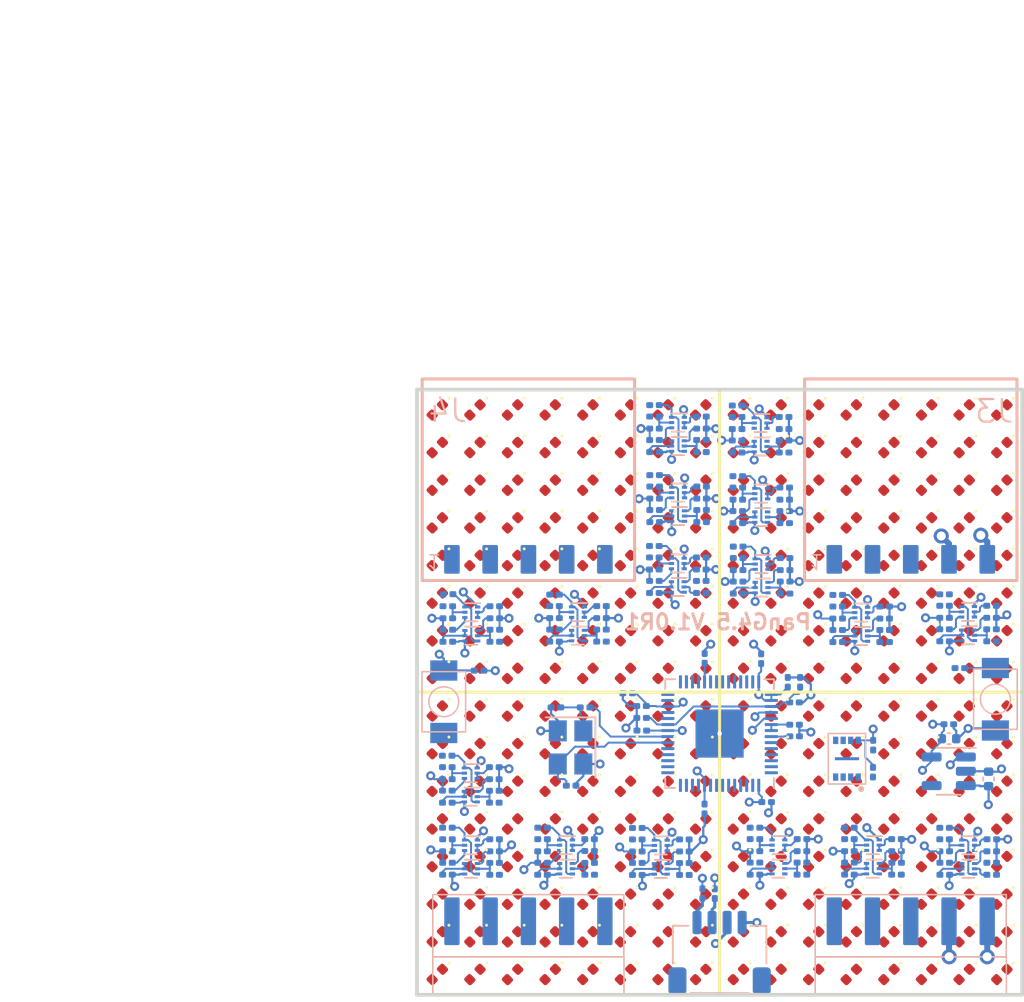
<source format=kicad_pcb>
(kicad_pcb (version 20221018) (generator pcbnew)
  (layers (0 "F.Cu" signal) (1 "In1.Cu" signal) (2 "In2.Cu" signal) (3 "In3.Cu" signal) (4 "In4.Cu" signal) (31 "B.Cu" signal) (34 "B.Paste" user) (35 "F.Paste" user) (36 "B.SilkS" user "B.Silkscreen") (37 "F.SilkS" user "F.Silkscreen") (38 "B.Mask" user) (39 "F.Mask" user) (44 "Edge.Cuts" user))
  (net 0 "")
  (net 1 "Net-(U2-XIN)")
  (net 2 "Net-(C5-Pad1)")
  (net 3 "/level_shifter/CP_5V_00")
  (net 4 "/level_shifter/CP_5V_01")
  (net 5 "Net-(D115-A)")
  (net 6 "Net-(D101-A)")
  (net 7 "Net-(D102-A)")
  (net 8 "Net-(D119-A)")
  (net 9 "Net-(D103-A)")
  (net 10 "Net-(D104-A)")
  (net 11 "Net-(D105-A)")
  (net 12 "Net-(D10-A)")
  (net 13 "Net-(D107-A)")
  (net 14 "Net-(D108-A)")
  (net 15 "Net-(D109-A)")
  (net 16 "Net-(D110-A)")
  (net 17 "Net-(D111-A)")
  (net 18 "Net-(D112-A)")
  (net 19 "/level_shifter/CP_5V_02")
  (net 20 "/level_shifter/CP_5V_03")
  (net 21 "/level_shifter/CP_5V_04")
  (net 22 "/level_shifter/CP_5V_05")
  (net 23 "Net-(D100-A)")
  (net 24 "Net-(D113-A)")
  (net 25 "/level_shifter/CP_5V_06")
  (net 26 "/level_shifter/CP_5V_07")
  (net 27 "/level_shifter/CP_5V_08")
  (net 28 "/level_shifter/CP_5V_09")
  (net 29 "/level_shifter/CP_5V_10")
  (net 30 "/level_shifter/CP_5V_11")
  (net 31 "/level_shifter/CP_5V_12")
  (net 32 "/level_shifter/CP_5V_13")
  (net 33 "/level_shifter/CP_5V_14")
  (net 34 "GND")
  (net 35 "+3.3V")
  (net 36 "+1V2")
  (net 37 "+5V")
  (net 38 "/level_shifter/CP_5V_15")
  (net 39 "/panel_mcu/D+")
  (net 40 "/panel_mcu/D-")
  (net 41 "Net-(Q2-Pad1)")
  (net 42 "Net-(Q1-Pad2)")
  (net 43 "Net-(Q2-Pad2)")
  (net 44 "Net-(Q1-Pad4)")
  (net 45 "Net-(Q1-Pad5)")
  (net 46 "Net-(Q2-Pad5)")
  (net 47 "Net-(Q4-Pad1)")
  (net 48 "Net-(Q3-Pad2)")
  (net 49 "Net-(Q4-Pad2)")
  (net 50 "Net-(Q3-Pad4)")
  (net 51 "Net-(Q3-Pad5)")
  (net 52 "Net-(Q4-Pad5)")
  (net 53 "Net-(Q6-Pad1)")
  (net 54 "Net-(Q5-Pad2)")
  (net 55 "Net-(Q6-Pad2)")
  (net 56 "/panel_header/MOSI")
  (net 57 "/panel_header/MISO")
  (net 58 "/panel_header/CS0")
  (net 59 "/panel_header/SCK")
  (net 60 "Net-(Q5-Pad4)")
  (net 61 "Net-(Q5-Pad5)")
  (net 62 "Net-(Q6-Pad5)")
  (net 63 "Net-(Q8-Pad1)")
  (net 64 "Net-(Q7-Pad2)")
  (net 65 "Net-(Q8-Pad2)")
  (net 66 "Net-(Q7-Pad4)")
  (net 67 "Net-(Q7-Pad5)")
  (net 68 "Net-(Q8-Pad5)")
  (net 69 "Net-(Q10-Pad1)")
  (net 70 "Net-(Q9-Pad2)")
  (net 71 "Net-(Q10-Pad2)")
  (net 72 "/panel_mcu/QSPI_SD3")
  (net 73 "/panel_mcu/QSPI_SCLK")
  (net 74 "/panel_mcu/QSPI_SDO")
  (net 75 "/panel_mcu/QSPI_SD2")
  (net 76 "/panel_mcu/QSPI_SD1")
  (net 77 "/panel_mcu/QSIP_SS")
  (net 78 "/panel_header/CS1")
  (net 79 "/panel_header/CS2")
  (net 80 "/panel_header/CS4")
  (net 81 "/panel_header/CS5")
  (net 82 "Net-(Q9-Pad4)")
  (net 83 "Net-(Q9-Pad5)")
  (net 84 "Net-(Q10-Pad5)")
  (net 85 "Net-(Q12-Pad1)")
  (net 86 "Net-(Q11-Pad2)")
  (net 87 "Net-(Q12-Pad2)")
  (net 88 "Net-(Q11-Pad4)")
  (net 89 "Net-(Q11-Pad5)")
  (net 90 "Net-(Q12-Pad5)")
  (net 91 "Net-(Q14-Pad1)")
  (net 92 "Net-(Q13-Pad2)")
  (net 93 "Net-(Q14-Pad2)")
  (net 94 "Net-(Q13-Pad4)")
  (net 95 "Net-(Q13-Pad5)")
  (net 96 "Net-(Q14-Pad5)")
  (net 97 "Net-(Q16-Pad1)")
  (net 98 "Net-(Q15-Pad2)")
  (net 99 "Net-(Q16-Pad2)")
  (net 100 "Net-(Q15-Pad4)")
  (net 101 "Net-(Q15-Pad5)")
  (net 102 "Net-(Q16-Pad5)")
  (net 103 "Net-(Q18-Pad1)")
  (net 104 "Net-(Q17-Pad2)")
  (net 105 "Net-(Q18-Pad2)")
  (net 106 "Net-(Q17-Pad4)")
  (net 107 "Net-(Q17-Pad5)")
  (net 108 "Net-(Q18-Pad5)")
  (net 109 "Net-(Q20-Pad1)")
  (net 110 "Net-(Q19-Pad2)")
  (net 111 "Net-(Q20-Pad2)")
  (net 112 "Net-(Q19-Pad4)")
  (net 113 "Net-(Q19-Pad5)")
  (net 114 "Net-(Q20-Pad5)")
  (net 115 "Net-(Q22-Pad1)")
  (net 116 "Net-(Q21-Pad2)")
  (net 117 "Net-(Q22-Pad2)")
  (net 118 "Net-(Q21-Pad4)")
  (net 119 "Net-(Q21-Pad5)")
  (net 120 "Net-(Q22-Pad5)")
  (net 121 "Net-(Q24-Pad1)")
  (net 122 "Net-(Q23-Pad2)")
  (net 123 "Net-(Q24-Pad2)")
  (net 124 "Net-(Q23-Pad4)")
  (net 125 "Net-(Q23-Pad5)")
  (net 126 "Net-(Q24-Pad5)")
  (net 127 "Net-(Q26-Pad1)")
  (net 128 "Net-(Q25-Pad2)")
  (net 129 "Net-(Q26-Pad2)")
  (net 130 "Net-(Q25-Pad4)")
  (net 131 "Net-(Q25-Pad5)")
  (net 132 "Net-(Q26-Pad5)")
  (net 133 "Net-(Q28-Pad1)")
  (net 134 "Net-(Q27-Pad2)")
  (net 135 "Net-(Q28-Pad2)")
  (net 136 "Net-(Q27-Pad4)")
  (net 137 "Net-(Q27-Pad5)")
  (net 138 "Net-(Q28-Pad5)")
  (net 139 "Net-(Q30-Pad1)")
  (net 140 "Net-(Q29-Pad2)")
  (net 141 "Net-(Q30-Pad2)")
  (net 142 "Net-(Q29-Pad4)")
  (net 143 "Net-(Q29-Pad5)")
  (net 144 "Net-(Q30-Pad5)")
  (net 145 "Net-(Q32-Pad1)")
  (net 146 "Net-(Q31-Pad2)")
  (net 147 "Net-(Q32-Pad2)")
  (net 148 "Net-(Q31-Pad4)")
  (net 149 "Net-(Q31-Pad5)")
  (net 150 "Net-(Q32-Pad5)")
  (net 151 "Net-(Q34-Pad1)")
  (net 152 "Net-(Q33-Pad2)")
  (net 153 "Net-(Q34-Pad2)")
  (net 154 "Net-(Q33-Pad4)")
  (net 155 "Net-(Q33-Pad5)")
  (net 156 "Net-(Q34-Pad5)")
  (net 157 "/level_shifter/CP_5V_16")
  (net 158 "Net-(U2-USB_DP)")
  (net 159 "Net-(U2-USB_DM)")
  (net 160 "Net-(U2-XOUT)")
  (net 161 "/panel_mcu/USBBOOT")
  (net 162 "/level_shifter/CP_3V3_00")
  (net 163 "/level_shifter/CP_3V3_01")
  (net 164 "/level_shifter/CP_3V3_02")
  (net 165 "/level_shifter/CP_3V3_03")
  (net 166 "/level_shifter/CP_3V3_04")
  (net 167 "/level_shifter/CP_3V3_05")
  (net 168 "/level_shifter/CP_3V3_06")
  (net 169 "/level_shifter/CP_3V3_07")
  (net 170 "/level_shifter/CP_3V3_08")
  (net 171 "/level_shifter/CP_3V3_09")
  (net 172 "/level_shifter/CP_3V3_10")
  (net 173 "/level_shifter/CP_3V3_11")
  (net 174 "/level_shifter/CP_3V3_12")
  (net 175 "/level_shifter/CP_3V3_13")
  (net 176 "/level_shifter/CP_3V3_14")
  (net 177 "/level_shifter/CP_3V3_15")
  (net 178 "/level_shifter/CP_3V3_16")
  (footprint "panel_custom:LED_0402_1005Metric" (layer "F.Cu") (at 78.75 63.75 -135)
    (fp_text reference "D182" hide)
    (fp_text value "LED" hide)
  )
  (footprint "panel_custom:LED_0402_1005Metric" (layer "F.Cu") (at 76.25 83.75 -135)
    (fp_text reference "D174" hide)
    (fp_text value "LED" hide)
  )
  (footprint "panel_custom:LED_0402_1005Metric" (layer "F.Cu") (at 76.25 63.75 -135)
    (fp_text reference "D166" hide)
    (fp_text value "LED" hide)
  )
  (footprint "panel_custom:LED_0402_1005Metric" (layer "F.Cu") (at 73.75 83.75 -135)
    (fp_text reference "D158" hide)
    (fp_text value "LED" hide)
  )
  (footprint "panel_custom:LED_0402_1005Metric" (layer "F.Cu") (at 73.75 63.75 -135)
    (fp_text reference "D150" hide)
    (fp_text value "LED" hide)
  )
  (footprint "panel_custom:LED_0402_1005Metric" (layer "F.Cu") (at 71.25 83.75 -135)
    (fp_text reference "D142" hide)
    (fp_text value "LED" hide)
  )
  (footprint "panel_custom:LED_0402_1005Metric" (layer "F.Cu") (at 71.25 63.75 -135)
    (fp_text reference "D134" hide)
    (fp_text value "LED" hide)
  )
  (footprint "panel_custom:LED_0402_1005Metric" (layer "F.Cu") (at 78.75 81.25 -135)
    (fp_text reference "D189" hide)
    (fp_text value "LED" hide)
  )
  (footprint "panel_custom:LED_0402_1005Metric" (layer "F.Cu") (at 78.75 61.25 -135)
    (fp_text reference "D181" hide)
    (fp_text value "LED" hide)
  )
  (footprint "panel_custom:LED_0402_1005Metric" (layer "F.Cu") (at 76.25 81.25 -135)
    (fp_text reference "D173" hide)
    (fp_text value "LED" hide)
  )
  (footprint "panel_custom:LED_0402_1005Metric" (layer "F.Cu") (at 76.25 61.25 -135)
    (fp_text reference "D165" hide)
    (fp_text value "LED" hide)
  )
  (footprint "panel_custom:LED_0402_1005Metric" (layer "F.Cu") (at 73.75 81.25 -135)
    (fp_text reference "D157" hide)
    (fp_text value "LED" hide)
  )
  (footprint "panel_custom:LED_0402_1005Metric" (layer "F.Cu") (at 73.75 61.25 -135)
    (fp_text reference "D149" hide)
    (fp_text value "LED" hide)
  )
  (footprint "panel_custom:LED_0402_1005Metric" (layer "F.Cu") (at 71.25 81.25 -135)
    (fp_text reference "D141" hide)
    (fp_text value "LED" hide)
  )
  (footprint "panel_custom:LED_0402_1005Metric" (layer "F.Cu") (at 78.75 78.75 -135)
    (fp_text reference "D188" hide)
    (fp_text value "LED" hide)
  )
  (footprint "panel_custom:LED_0402_1005Metric" (layer "F.Cu") (at 71.25 61.25 -135)
    (fp_text reference "D133" hide)
    (fp_text value "LED" hide)
  )
  (footprint "panel_custom:LED_0402_1005Metric" (layer "F.Cu") (at 78.75 86.25 -135)
    (fp_text reference "D191" hide)
    (fp_text value "LED" hide)
  )
  (footprint "panel_custom:LED_0402_1005Metric" (layer "F.Cu") (at 76.25 68.75 -135)
    (fp_text reference "D168" hide)
    (fp_text value "LED" hide)
  )
  (footprint "panel_custom:LED_0402_1005Metric" (layer "F.Cu") (at 76.25 88.75 -135)
    (fp_text reference "D176" hide)
    (fp_text value "LED" hide)
  )
  (footprint "panel_custom:LED_0402_1005Metric" (layer "F.Cu") (at 68.75 88.75 -135)
    (fp_text reference "D128" hide)
    (fp_text value "LED" hide)
  )
  (footprint "panel_custom:LED_0402_1005Metric" (layer "F.Cu") (at 78.75 68.75 -135)
    (fp_text reference "D184" hide)
    (fp_text value "LED" hide)
  )
  (footprint "panel_custom:LED_0402_1005Metric" (layer "F.Cu") (at 73.75 88.75 -135)
    (fp_text reference "D160" hide)
    (fp_text value "LED" hide)
  )
  (footprint "panel_custom:LED_0402_1005Metric" (layer "F.Cu") (at 73.75 68.75 -135)
    (fp_text reference "D152" hide)
    (fp_text value "LED" hide)
  )
  (footprint "panel_custom:LED_0402_1005Metric" (layer "F.Cu") (at 71.25 88.75 -135)
    (fp_text reference "D144" hide)
    (fp_text value "LED" hide)
  )
  (footprint "panel_custom:LED_0402_1005Metric" (layer "F.Cu") (at 71.25 68.75 -135)
    (fp_text reference "D136" hide)
    (fp_text value "LED" hide)
  )
  (footprint "panel_custom:LED_0402_1005Metric" (layer "F.Cu") (at 78.75 83.75 -135)
    (fp_text reference "D190" hide)
    (fp_text value "LED" hide)
  )
  (footprint "panel_custom:LED_0402_1005Metric" (layer "F.Cu") (at 78.75 66.25 -135)
    (fp_text reference "D183" hide)
    (fp_text value "LED" hide)
  )
  (footprint "panel_custom:LED_0402_1005Metric" (layer "F.Cu") (at 76.25 86.25 -135)
    (fp_text reference "D175" hide)
    (fp_text value "LED" hide)
  )
  (footprint "panel_custom:LED_0402_1005Metric" (layer "F.Cu") (at 76.25 66.25 -135)
    (fp_text reference "D167" hide)
    (fp_text value "LED" hide)
  )
  (footprint "panel_custom:LED_0402_1005Metric" (layer "F.Cu") (at 73.75 86.25 -135)
    (fp_text reference "D159" hide)
    (fp_text value "LED" hide)
  )
  (footprint "panel_custom:LED_0402_1005Metric" (layer "F.Cu") (at 73.75 66.25 -135)
    (fp_text reference "D151" hide)
    (fp_text value "LED" hide)
  )
  (footprint "panel_custom:LED_0402_1005Metric" (layer "F.Cu") (at 71.25 86.25 -135)
    (fp_text reference "D143" hide)
    (fp_text value "LED" hide)
  )
  (footprint "panel_custom:LED_0402_1005Metric" (layer "F.Cu") (at 71.25 66.25 -135)
    (fp_text reference "D135" hide)
    (fp_text value "LED" hide)
  )
  (footprint "panel_custom:LED_0402_1005Metric" (layer "F.Cu") (at 78.75 53.75 -135)
    (fp_text reference "D178" hide)
    (fp_text value "LED" hide)
  )
  (footprint "panel_custom:LED_0402_1005Metric" (layer "F.Cu") (at 68.75 66.25 -135)
    (fp_text reference "D119" hide)
    (fp_text value "LED" hide)
  )
  (footprint "panel_custom:LED_0402_1005Metric" (layer "F.Cu") (at 71.25 51.25 -135)
    (fp_text reference "D129" hide)
    (fp_text value "LED" hide)
  )
  (footprint "panel_custom:LED_0402_1005Metric" (layer "F.Cu") (at 71.25 71.25 -135)
    (fp_text reference "D137" hide)
    (fp_text value "LED" hide)
  )
  (footprint "panel_custom:LED_0402_1005Metric" (layer "F.Cu") (at 73.75 51.25 -135)
    (fp_text reference "D145" hide)
    (fp_text value "LED" hide)
  )
  (footprint "panel_custom:LED_0402_1005Metric" (layer "F.Cu") (at 73.75 71.25 -135)
    (fp_text reference "D153" hide)
    (fp_text value "LED" hide)
  )
  (footprint "panel_custom:LED_0402_1005Metric" (layer "F.Cu") (at 76.25 51.25 -135)
    (fp_text reference "D161" hide)
    (fp_text value "LED" hide)
  )
  (footprint "panel_custom:LED_0402_1005Metric" (layer "F.Cu") (at 76.25 71.25 -135)
    (fp_text reference "D169" hide)
    (fp_text value "LED" hide)
  )
  (footprint "panel_custom:LED_0402_1005Metric" (layer "F.Cu") (at 78.75 51.25 -135)
    (fp_text reference "D177" hide)
    (fp_text value "LED" hide)
  )
  (footprint "panel_custom:LED_0402_1005Metric" (layer "F.Cu") (at 78.75 71.25 -135)
    (fp_text reference "D185" hide)
    (fp_text value "LED" hide)
  )
  (footprint "panel_custom:LED_0402_1005Metric" (layer "F.Cu") (at 71.25 53.75 -135)
    (fp_text reference "D130" hide)
    (fp_text value "LED" hide)
  )
  (footprint "panel_custom:LED_0402_1005Metric" (layer "F.Cu") (at 71.25 73.75 -135)
    (fp_text reference "D138" hide)
    (fp_text value "LED" hide)
  )
  (footprint "panel_custom:LED_0402_1005Metric" (layer "F.Cu") (at 73.75 53.75 -135)
    (fp_text reference "D146" hide)
    (fp_text value "LED" hide)
  )
  (footprint "panel_custom:LED_0402_1005Metric" (layer "F.Cu") (at 73.75 73.75 -135)
    (fp_text reference "D154" hide)
    (fp_text value "LED" hide)
  )
  (footprint "panel_custom:LED_0402_1005Metric" (layer "F.Cu") (at 76.25 53.75 -135)
    (fp_text reference "D162" hide)
    (fp_text value "LED" hide)
  )
  (footprint "panel_custom:LED_0402_1005Metric" (layer "F.Cu") (at 76.25 73.75 -135)
    (fp_text reference "D170" hide)
    (fp_text value "LED" hide)
  )
  (footprint "panel_custom:LED_0402_1005Metric" (layer "F.Cu") (at 78.75 58.75 -135)
    (fp_text reference "D180" hide)
    (fp_text value "LED" hide)
  )
  (footprint "panel_custom:LED_0402_1005Metric" (layer "F.Cu") (at 78.75 73.75 -135)
    (fp_text reference "D186" hide)
    (fp_text value "LED" hide)
  )
  (footprint "panel_custom:LED_0402_1005Metric" (layer "F.Cu") (at 71.25 56.25 -135)
    (fp_text reference "D131" hide)
    (fp_text value "LED" hide)
  )
  (footprint "panel_custom:LED_0402_1005Metric" (layer "F.Cu") (at 71.25 76.25 -135)
    (fp_text reference "D139" hide)
    (fp_text value "LED" hide)
  )
  (footprint "panel_custom:LED_0402_1005Metric" (layer "F.Cu") (at 73.75 56.25 -135)
    (fp_text reference "D147" hide)
    (fp_text value "LED" hide)
  )
  (footprint "panel_custom:LED_0402_1005Metric" (layer "F.Cu") (at 73.75 76.25 -135)
    (fp_text reference "D155" hide)
    (fp_text value "LED" hide)
  )
  (footprint "panel_custom:LED_0402_1005Metric" (layer "F.Cu") (at 76.25 56.25 -135)
    (fp_text reference "D163" hide)
    (fp_text value "LED" hide)
  )
  (footprint "panel_custom:LED_0402_1005Metric" (layer "F.Cu") (at 76.25 76.25 -135)
    (fp_text reference "D171" hide)
    (fp_text value "LED" hide)
  )
  (footprint "panel_custom:LED_0402_1005Metric" (layer "F.Cu") (at 78.75 56.25 -135)
    (fp_text reference "D179" hide)
    (fp_text value "LED" hide)
  )
  (footprint "panel_custom:LED_0402_1005Metric" (layer "F.Cu") (at 78.75 76.25 -135)
    (fp_text reference "D187" hide)
    (fp_text value "LED" hide)
  )
  (footprint "panel_custom:LED_0402_1005Metric" (layer "F.Cu") (at 71.25 58.75 -135)
    (fp_text reference "D132" hide)
    (fp_text value "LED" hide)
  )
  (footprint "panel_custom:LED_0402_1005Metric" (layer "F.Cu") (at 71.25 78.75 -135)
    (fp_text reference "D140" hide)
    (fp_text value "LED" hide)
  )
  (footprint "panel_custom:LED_0402_1005Metric" (layer "F.Cu") (at 73.75 58.75 -135)
    (fp_text reference "D148" hide)
    (fp_text value "LED" hide)
  )
  (footprint "panel_custom:LED_0402_1005Metric" (layer "F.Cu") (at 73.75 78.75 -135)
    (fp_text reference "D156" hide)
    (fp_text value "LED" hide)
  )
  (footprint "panel_custom:LED_0402_1005Metric" (layer "F.Cu") (at 76.25 58.75 -135)
    (fp_text reference "D164" hide)
    (fp_text value "LED" hide)
  )
  (footprint "panel_custom:LED_0402_1005Metric" (layer "F.Cu") (at 76.25 78.75 -135)
    (fp_text reference "D172" hide)
    (fp_text value "LED" hide)
  )
  (footprint "panel_custom:LED_0402_1005Metric" (layer "F.Cu") (at 88.75 81.25 -135)
    (fp_text reference "D253" hide)
    (fp_text value "LED" hide)
  )
  (footprint "panel_custom:LED_0402_1005Metric" (layer "F.Cu") (at 88.75 83.75 -135)
    (fp_text reference "D254" hide)
    (fp_text value "LED" hide)
  )
  (footprint "panel_custom:LED_0402_1005Metric" (layer "F.Cu") (at 88.75 63.75 -135)
    (fp_text reference "D246" hide)
    (fp_text value "LED" hide)
  )
  (footprint "panel_custom:LED_0402_1005Metric" (layer "F.Cu") (at 86.25 83.75 -135)
    (fp_text reference "D238" hide)
    (fp_text value "LED" hide)
  )
  (footprint "panel_custom:LED_0402_1005Metric" (layer "F.Cu") (at 86.25 63.75 -135)
    (fp_text reference "D230" hide)
    (fp_text value "LED" hide)
  )
  (footprint "panel_custom:LED_0402_1005Metric" (layer "F.Cu") (at 83.75 83.75 -135)
    (fp_text reference "D222" hide)
    (fp_text value "LED" hide)
  )
  (footprint "panel_custom:LED_0402_1005Metric" (layer "F.Cu") (at 83.75 63.75 -135)
    (fp_text reference "D214" hide)
    (fp_text value "LED" hide)
  )
  (footprint "panel_custom:LED_0402_1005Metric" (layer "F.Cu") (at 81.25 83.75 -135)
    (fp_text reference "D206" hide)
    (fp_text value "LED" hide)
  )
  (footprint "panel_custom:LED_0402_1005Metric" (layer "F.Cu") (at 81.25 63.75 -135)
    (fp_text reference "D198" hide)
    (fp_text value "LED" hide)
  )
  (footprint "panel_custom:LED_0402_1005Metric" (layer "F.Cu") (at 81.25 66.25 -135)
    (fp_text reference "D199" hide)
    (fp_text value "LED" hide)
  )
  (footprint "panel_custom:LED_0402_1005Metric" (layer "F.Cu") (at 88.75 61.25 -135)
    (fp_text reference "D245" hide)
    (fp_text value "LED" hide)
  )
  (footprint "panel_custom:LED_0402_1005Metric" (layer "F.Cu") (at 86.25 81.25 -135)
    (fp_text reference "D237" hide)
    (fp_text value "LED" hide)
  )
  (footprint "panel_custom:LED_0402_1005Metric" (layer "F.Cu") (at 86.25 61.25 -135)
    (fp_text reference "D229" hide)
    (fp_text value "LED" hide)
  )
  (footprint "panel_custom:LED_0402_1005Metric" (layer "F.Cu") (at 83.75 81.25 -135)
    (fp_text reference "D221" hide)
    (fp_text value "LED" hide)
  )
  (footprint "panel_custom:LED_0402_1005Metric" (layer "F.Cu") (at 83.75 61.25 -135)
    (fp_text reference "D213" hide)
    (fp_text value "LED" hide)
  )
  (footprint "panel_custom:LED_0402_1005Metric" (layer "F.Cu") (at 81.25 81.25 -135)
    (fp_text reference "D205" hide)
    (fp_text value "LED" hide)
  )
  (footprint "panel_custom:LED_0402_1005Metric" (layer "F.Cu") (at 81.25 61.25 -135)
    (fp_text reference "D197" hide)
    (fp_text value "LED" hide)
  )
  (footprint "panel_custom:LED_0402_1005Metric" (layer "F.Cu") (at 88.75 78.75 -135)
    (fp_text reference "D252" hide)
    (fp_text value "LED" hide)
  )
  (footprint "panel_custom:LED_0402_1005Metric" (layer "F.Cu") (at 81.25 86.25 -135)
    (fp_text reference "D207" hide)
    (fp_text value "LED" hide)
  )
  (footprint "panel_custom:LED_0402_1005Metric" (layer "F.Cu") (at 83.75 66.25 -135)
    (fp_text reference "D215" hide)
    (fp_text value "LED" hide)
  )
  (footprint "panel_custom:LED_0402_1005Metric" (layer "F.Cu") (at 83.75 86.25 -135)
    (fp_text reference "D223" hide)
    (fp_text value "LED" hide)
  )
  (footprint "panel_custom:LED_0402_1005Metric" (layer "F.Cu") (at 86.25 66.25 -135)
    (fp_text reference "D231" hide)
    (fp_text value "LED" hide)
  )
  (footprint "panel_custom:LED_0402_1005Metric" (layer "F.Cu") (at 86.25 86.25 -135)
    (fp_text reference "D239" hide)
    (fp_text value "LED" hide)
  )
  (footprint "panel_custom:LED_0402_1005Metric" (layer "F.Cu") (at 88.75 66.25 -135)
    (fp_text reference "D247" hide)
    (fp_text value "LED" hide)
  )
  (footprint "panel_custom:LED_0402_1005Metric" (layer "F.Cu") (at 88.75 86.25 -135)
    (fp_text reference "D255" hide)
    (fp_text value "LED" hide)
  )
  (footprint "panel_custom:LED_0402_1005Metric" (layer "F.Cu") (at 81.25 68.75 -135)
    (fp_text reference "D200" hide)
    (fp_text value "LED" hide)
  )
  (footprint "panel_custom:LED_0402_1005Metric" (layer "F.Cu") (at 81.25 88.75 -135)
    (fp_text reference "D208" hide)
    (fp_text value "LED" hide)
  )
  (footprint "panel_custom:LED_0402_1005Metric" (layer "F.Cu") (at 83.75 68.75 -135)
    (fp_text reference "D216" hide)
    (fp_text value "LED" hide)
  )
  (footprint "panel_custom:LED_0402_1005Metric" (layer "F.Cu") (at 83.75 88.75 -135)
    (fp_text reference "D224" hide)
    (fp_text value "LED" hide)
  )
  (footprint "panel_custom:LED_0402_1005Metric" (layer "F.Cu") (at 86.25 68.75 -135)
    (fp_text reference "D232" hide)
    (fp_text value "LED" hide)
  )
  (footprint "panel_custom:LED_0402_1005Metric" (layer "F.Cu") (at 86.25 88.75 -135)
    (fp_text reference "D240" hide)
    (fp_text value "LED" hide)
  )
  (footprint "panel_custom:LED_0402_1005Metric" (layer "F.Cu") (at 88.75 68.75 -135)
    (fp_text reference "D248" hide)
    (fp_text value "LED" hide)
  )
  (footprint "panel_custom:LED_0402_1005Metric" (layer "F.Cu") (at 88.75 88.75 -135)
    (fp_text reference "D256" hide)
    (fp_text value "LED" hide)
  )
  (footprint "panel_custom:LED_0402_1005Metric" (layer "F.Cu") (at 88.75 73.75 -135)
    (fp_text reference "D250" hide)
    (fp_text value "LED" hide)
  )
  (footprint "panel_custom:LED_0402_1005Metric" (layer "F.Cu") (at 81.25 51.25 -135)
    (fp_text reference "D193" hide)
    (fp_text value "LED" hide)
  )
  (footprint "panel_custom:LED_0402_1005Metric" (layer "F.Cu") (at 81.25 71.25 -135)
    (fp_text reference "D201" hide)
    (fp_text value "LED" hide)
  )
  (footprint "panel_custom:LED_0402_1005Metric" (layer "F.Cu") (at 83.75 51.25 -135)
    (fp_text reference "D209" hide)
    (fp_text value "LED" hide)
  )
  (footprint "panel_custom:LED_0402_1005Metric" (layer "F.Cu") (at 83.75 71.25 -135)
    (fp_text reference "D217" hide)
    (fp_text value "LED" hide)
  )
  (footprint "panel_custom:LED_0402_1005Metric" (layer "F.Cu") (at 86.25 51.25 -135)
    (fp_text reference "D225" hide)
    (fp_text value "LED" hide)
  )
  (footprint "panel_custom:LED_0402_1005Metric" (layer "F.Cu") (at 86.25 71.25 -135)
    (fp_text reference "D233" hide)
    (fp_text value "LED" hide)
  )
  (footprint "panel_custom:LED_0402_1005Metric" (layer "F.Cu") (at 88.75 51.25 -135)
    (fp_text reference "D241" hide)
    (fp_text value "LED" hide)
  )
  (footprint "panel_custom:LED_0402_1005Metric" (layer "F.Cu") (at 88.75 71.25 -135)
    (fp_text reference "D249" hide)
    (fp_text value "LED" hide)
  )
  (footprint "panel_custom:LED_0402_1005Metric" (layer "F.Cu") (at 81.25 53.75 -135)
    (fp_text reference "D194" hide)
    (fp_text value "LED" hide)
  )
  (footprint "panel_custom:LED_0402_1005Metric" (layer "F.Cu") (at 81.25 73.75 -135)
    (fp_text reference "D202" hide)
    (fp_text value "LED" hide)
  )
  (footprint "panel_custom:LED_0402_1005Metric" (layer "F.Cu") (at 83.75 53.75 -135)
    (fp_text reference "D210" hide)
    (fp_text value "LED" hide)
  )
  (footprint "panel_custom:LED_0402_1005Metric" (layer "F.Cu") (at 83.75 73.75 -135)
    (fp_text reference "D218" hide)
    (fp_text value "LED" hide)
  )
  (footprint "panel_custom:LED_0402_1005Metric" (layer "F.Cu") (at 86.25 53.75 -135)
    (fp_text reference "D226" hide)
    (fp_text value "LED" hide)
  )
  (footprint "panel_custom:LED_0402_1005Metric" (layer "F.Cu") (at 86.25 73.75 -135)
    (fp_text reference "D234" hide)
    (fp_text value "LED" hide)
  )
  (footprint "panel_custom:LED_0402_1005Metric" (layer "F.Cu") (at 88.75 53.75 -135)
    (fp_text reference "D242" hide)
    (fp_text value "LED" hide)
  )
  (footprint "panel_custom:LED_0402_1005Metric" (layer "F.Cu") (at 78.75 88.75 -135)
    (fp_text reference "D192" hide)
    (fp_text value "LED" hide)
  )
  (footprint "panel_custom:LED_0402_1005Metric" (layer "F.Cu") (at 81.25 56.25 -135)
    (fp_text reference "D195" hide)
    (fp_text value "LED" hide)
  )
  (footprint "panel_custom:LED_0402_1005Metric" (layer "F.Cu") (at 81.25 76.25 -135)
    (fp_text reference "D203" hide)
    (fp_text value "LED" hide)
  )
  (footprint "panel_custom:LED_0402_1005Metric" (layer "F.Cu") (at 83.75 56.25 -135)
    (fp_text reference "D211" hide)
    (fp_text value "LED" hide)
  )
  (footprint "panel_custom:LED_0402_1005Metric" (layer "F.Cu") (at 83.75 76.25 -135)
    (fp_text reference "D219" hide)
    (fp_text value "LED" hide)
  )
  (footprint "panel_custom:LED_0402_1005Metric" (layer "F.Cu") (at 86.25 56.25 -135)
    (fp_text reference "D227" hide)
    (fp_text value "LED" hide)
  )
  (footprint "panel_custom:LED_0402_1005Metric" (layer "F.Cu") (at 86.25 76.25 -135)
    (fp_text reference "D235" hide)
    (fp_text value "LED" hide)
  )
  (footprint "panel_custom:LED_0402_1005Metric" (layer "F.Cu") (at 88.75 56.25 -135)
    (fp_text reference "D243" hide)
    (fp_text value "LED" hide)
  )
  (footprint "panel_custom:LED_0402_1005Metric" (layer "F.Cu") (at 88.75 76.25 -135)
    (fp_text reference "D251" hide)
    (fp_text value "LED" hide)
  )
  (footprint "panel_custom:LED_0402_1005Metric" (layer "F.Cu") (at 81.25 58.75 -135)
    (fp_text reference "D196" hide)
    (fp_text value "LED" hide)
  )
  (footprint "panel_custom:LED_0402_1005Metric" (layer "F.Cu") (at 81.25 78.75 -135)
    (fp_text reference "D204" hide)
    (fp_text value "LED" hide)
  )
  (footprint "panel_custom:LED_0402_1005Metric" (layer "F.Cu") (at 83.75 58.75 -135)
    (fp_text reference "D212" hide)
    (fp_text value "LED" hide)
  )
  (footprint "panel_custom:LED_0402_1005Metric" (layer "F.Cu") (at 83.75 78.75 -135)
    (fp_text reference "D220" hide)
    (fp_text value "LED" hide)
  )
  (footprint "panel_custom:LED_0402_1005Metric" (layer "F.Cu") (at 86.25 58.75 -135)
    (fp_text reference "D228" hide)
    (fp_text value "LED" hide)
  )
  (footprint "panel_custom:LED_0402_1005Metric" (layer "F.Cu") (at 86.25 78.75 -135)
    (fp_text reference "D236" hide)
    (fp_text value "LED" hide)
  )
  (footprint "panel_custom:LED_0402_1005Metric" (layer "F.Cu") (at 88.75 58.75 -135)
    (fp_text reference "D244" hide)
    (fp_text value "LED" hide)
  )
  (footprint "panel_custom:LED_0402_1005Metric" (layer "F.Cu") (at 58.75 83.75 -135)
    (fp_text reference "D62" hide)
    (fp_text value "LED" hide)
  )
  (footprint "panel_custom:LED_0402_1005Metric" (layer "F.Cu") (at 51.25 61.25 -135)
    (fp_text reference "D5" hide)
    (fp_text value "LED" hide)
  )
  (footprint "panel_custom:LED_0402_1005Metric" (layer "F.Cu") (at 51.25 81.25 -135)
    (fp_text reference "D13" hide)
    (fp_text value "LED" hide)
  )
  (footprint "panel_custom:LED_0402_1005Metric" (layer "F.Cu") (at 53.75 61.25 -135)
    (fp_text reference "D21" hide)
    (fp_text value "LED" hide)
  )
  (footprint "panel_custom:LED_0402_1005Metric" (layer "F.Cu") (at 53.75 81.25 -135)
    (fp_text reference "D29" hide)
    (fp_text value "LED" hide)
  )
  (footprint "panel_custom:LED_0402_1005Metric" (layer "F.Cu") (at 56.25 61.25 -135)
    (fp_text reference "D37" hide)
    (fp_text value "LED" hide)
  )
  (footprint "panel_custom:LED_0402_1005Metric" (layer "F.Cu") (at 56.25 81.25 -135)
    (fp_text reference "D45" hide)
    (fp_text value "LED" hide)
  )
  (footprint "panel_custom:LED_0402_1005Metric" (layer "F.Cu") (at 58.75 61.25 -135)
    (fp_text reference "D53" hide)
    (fp_text value "LED" hide)
  )
  (footprint "panel_custom:LED_0402_1005Metric" (layer "F.Cu") (at 58.75 81.25 -135)
    (fp_text reference "D61" hide)
    (fp_text value "LED" hide)
  )
  (footprint "panel_custom:LED_0402_1005Metric" (layer "F.Cu") (at 51.25 63.75 -135)
    (fp_text reference "D6" hide)
    (fp_text value "LED" hide)
  )
  (footprint "panel_custom:LED_0402_1005Metric" (layer "F.Cu") (at 51.25 83.75 -135)
    (fp_text reference "D14" hide)
    (fp_text value "LED" hide)
  )
  (footprint "panel_custom:LED_0402_1005Metric" (layer "F.Cu") (at 53.75 63.75 -135)
    (fp_text reference "D22" hide)
    (fp_text value "LED" hide)
  )
  (footprint "panel_custom:LED_0402_1005Metric" (layer "F.Cu") (at 53.75 83.75 -135)
    (fp_text reference "D30" hide)
    (fp_text value "LED" hide)
  )
  (footprint "panel_custom:LED_0402_1005Metric" (layer "F.Cu") (at 56.25 63.75 -135)
    (fp_text reference "D38" hide)
    (fp_text value "LED" hide)
  )
  (footprint "panel_custom:LED_0402_1005Metric" (layer "F.Cu") (at 56.25 83.75 -135)
    (fp_text reference "D46" hide)
    (fp_text value "LED" hide)
  )
  (footprint "panel_custom:LED_0402_1005Metric" (layer "F.Cu") (at 58.75 63.75 -135)
    (fp_text reference "D54" hide)
    (fp_text value "LED" hide)
  )
  (footprint "panel_custom:LED_0402_1005Metric" (layer "F.Cu") (at 58.75 78.75 -135)
    (fp_text reference "D60" hide)
    (fp_text value "LED" hide)
  )
  (footprint "panel_custom:LED_0402_1005Metric" (layer "F.Cu") (at 51.25 66.25 -135)
    (fp_text reference "D7" hide)
    (fp_text value "LED" hide)
  )
  (footprint "panel_custom:LED_0402_1005Metric" (layer "F.Cu") (at 51.25 86.25 -135)
    (fp_text reference "D15" hide)
    (fp_text value "LED" hide)
  )
  (footprint "panel_custom:LED_0402_1005Metric" (layer "F.Cu") (at 53.75 66.25 -135)
    (fp_text reference "D23" hide)
    (fp_text value "LED" hide)
  )
  (footprint "panel_custom:LED_0402_1005Metric" (layer "F.Cu") (at 53.75 86.25 -135)
    (fp_text reference "D31" hide)
    (fp_text value "LED" hide)
  )
  (footprint "panel_custom:LED_0402_1005Metric" (layer "F.Cu") (at 56.25 66.25 -135)
    (fp_text reference "D39" hide)
    (fp_text value "LED" hide)
  )
  (footprint "panel_custom:LED_0402_1005Metric" (layer "F.Cu") (at 56.25 86.25 -135)
    (fp_text reference "D47" hide)
    (fp_text value "LED" hide)
  )
  (footprint "panel_custom:LED_0402_1005Metric" (layer "F.Cu") (at 58.75 66.25 -135)
    (fp_text reference "D55" hide)
    (fp_text value "LED" hide)
  )
  (footprint "panel_custom:LED_0402_1005Metric" (layer "F.Cu") (at 58.75 86.25 -135)
    (fp_text reference "D63" hide)
    (fp_text value "LED" hide)
  )
  (footprint "panel_custom:LED_0402_1005Metric" (layer "F.Cu") (at 51.25 68.75 -135)
    (fp_text reference "D8" hide)
    (fp_text value "LED" hide)
  )
  (footprint "panel_custom:LED_0402_1005Metric" (layer "F.Cu") (at 51.25 88.75 -135)
    (fp_text reference "D16" hide)
    (fp_text value "LED" hide)
  )
  (footprint "panel_custom:LED_0402_1005Metric" (layer "F.Cu") (at 53.75 68.75 -135)
    (fp_text reference "D24" hide)
    (fp_text value "LED" hide)
  )
  (footprint "panel_custom:LED_0402_1005Metric" (layer "F.Cu") (at 53.75 88.75 -135)
    (fp_text reference "D32" hide)
    (fp_text value "LED" hide)
  )
  (footprint "panel_custom:LED_0402_1005Metric" (layer "F.Cu") (at 56.25 68.75 -135)
    (fp_text reference "D40" hide)
    (fp_text value "LED" hide)
  )
  (footprint "panel_custom:LED_0402_1005Metric" (layer "F.Cu") (at 56.25 88.75 -135)
    (fp_text reference "D48" hide)
    (fp_text value "LED" hide)
  )
  (footprint "panel_custom:LED_0402_1005Metric" (layer "F.Cu") (at 58.75 68.75 -135)
    (fp_text reference "D56" hide)
    (fp_text value "LED" hide)
  )
  (footprint "panel_custom:LED_0402_1005Metric" (layer "F.Cu") (at 58.75 73.75 -135)
    (fp_text reference "D58" hide)
    (fp_text value "LED" hide)
  )
  (footprint "panel_custom:LED_0402_1005Metric" (layer "F.Cu") (at 51.25 51.25 -135)
    (fp_text reference "D1" hide)
    (fp_text value "LED" hide)
  )
  (footprint "panel_custom:LED_0402_1005Metric" (layer "F.Cu") (at 51.25 71.25 -135)
    (fp_text reference "D9" hide)
    (fp_text value "LED" hide)
  )
  (footprint "panel_custom:LED_0402_1005Metric" (layer "F.Cu") (at 53.75 51.25 -135)
    (fp_text reference "D17" hide)
    (fp_text value "LED" hide)
  )
  (footprint "panel_custom:LED_0402_1005Metric" (layer "F.Cu") (at 53.75 71.25 -135)
    (fp_text reference "D25" hide)
    (fp_text value "LED" hide)
  )
  (footprint "panel_custom:LED_0402_1005Metric" (layer "F.Cu") (at 56.25 51.25 -135)
    (fp_text reference "D33" hide)
    (fp_text value "LED" hide)
  )
  (footprint "panel_custom:LED_0402_1005Metric" (layer "F.Cu") (at 56.25 71.25 -135)
    (fp_text reference "D41" hide)
    (fp_text value "LED" hide)
  )
  (footprint "panel_custom:LED_0402_1005Metric" (layer "F.Cu") (at 58.75 51.25 -135)
    (fp_text reference "D49" hide)
    (fp_text value "LED" hide)
  )
  (footprint "panel_custom:LED_0402_1005Metric" (layer "F.Cu") (at 58.75 71.25 -135)
    (fp_text reference "D57" hide)
    (fp_text value "LED" hide)
  )
  (footprint "panel_custom:LED_0402_1005Metric" (layer "F.Cu") (at 51.25 53.75 -135)
    (fp_text reference "D2" hide)
    (fp_text value "LED" hide)
  )
  (footprint "panel_custom:LED_0402_1005Metric" (layer "F.Cu") (at 51.25 73.75 -135)
    (fp_text reference "D10" hide)
    (fp_text value "LED" hide)
  )
  (footprint "panel_custom:LED_0402_1005Metric" (layer "F.Cu") (at 53.75 53.75 -135)
    (fp_text reference "D18" hide)
    (fp_text value "LED" hide)
  )
  (footprint "panel_custom:LED_0402_1005Metric" (layer "F.Cu") (at 53.75 73.75 -135)
    (fp_text reference "D26" hide)
    (fp_text value "LED" hide)
  )
  (footprint "panel_custom:LED_0402_1005Metric" (layer "F.Cu") (at 56.25 53.75 -135)
    (fp_text reference "D34" hide)
    (fp_text value "LED" hide)
  )
  (footprint "panel_custom:LED_0402_1005Metric" (layer "F.Cu") (at 56.25 73.75 -135)
    (fp_text reference "D42" hide)
    (fp_text value "LED" hide)
  )
  (footprint "panel_custom:LED_0402_1005Metric" (layer "F.Cu") (at 58.75 53.75 -135)
    (fp_text reference "D50" hide)
    (fp_text value "LED" hide)
  )
  (footprint "panel_custom:LED_0402_1005Metric" (layer "F.Cu") (at 66.25 88.75 -135)
    (fp_text reference "D112" hide)
    (fp_text value "LED" hide)
  )
  (footprint "panel_custom:LED_0402_1005Metric" (layer "F.Cu") (at 51.25 56.25 -135)
    (fp_text reference "D3" hide)
    (fp_text value "LED" hide)
  )
  (footprint "panel_custom:LED_0402_1005Metric" (layer "F.Cu") (at 51.25 76.25 -135)
    (fp_text reference "D11" hide)
    (fp_text value "LED" hide)
  )
  (footprint "panel_custom:LED_0402_1005Metric" (layer "F.Cu") (at 53.75 56.25 -135)
    (fp_text reference "D19" hide)
    (fp_text value "LED" hide)
  )
  (footprint "panel_custom:LED_0402_1005Metric" (layer "F.Cu") (at 53.75 76.25 -135)
    (fp_text reference "D27" hide)
    (fp_text value "LED" hide)
  )
  (footprint "panel_custom:LED_0402_1005Metric" (layer "F.Cu") (at 56.25 56.25 -135)
    (fp_text reference "D35" hide)
    (fp_text value "LED" hide)
  )
  (footprint "panel_custom:LED_0402_1005Metric" (layer "F.Cu") (at 56.25 76.25 -135)
    (fp_text reference "D43" hide)
    (fp_text value "LED" hide)
  )
  (footprint "panel_custom:LED_0402_1005Metric" (layer "F.Cu") (at 58.75 56.25 -135)
    (fp_text reference "D51" hide)
    (fp_text value "LED" hide)
  )
  (footprint "panel_custom:LED_0402_1005Metric" (layer "F.Cu") (at 58.75 76.25 -135)
    (fp_text reference "D59" hide)
    (fp_text value "LED" hide)
  )
  (footprint "panel_custom:LED_0402_1005Metric" (layer "F.Cu") (at 51.25 58.75 -135)
    (fp_text reference "D4" hide)
    (fp_text value "LED" hide)
  )
  (footprint "panel_custom:LED_0402_1005Metric" (layer "F.Cu") (at 51.25 78.75 -135)
    (fp_text reference "D12" hide)
    (fp_text value "LED" hide)
  )
  (footprint "panel_custom:LED_0402_1005Metric" (layer "F.Cu") (at 53.75 58.75 -135)
    (fp_text reference "D20" hide)
    (fp_text value "LED" hide)
  )
  (footprint "panel_custom:LED_0402_1005Metric" (layer "F.Cu") (at 53.75 78.75 -135)
    (fp_text reference "D28" hide)
    (fp_text value "LED" hide)
  )
  (footprint "panel_custom:LED_0402_1005Metric" (layer "F.Cu") (at 56.25 58.75 -135)
    (fp_text reference "D36" hide)
    (fp_text value "LED" hide)
  )
  (footprint "panel_custom:LED_0402_1005Metric" (layer "F.Cu") (at 56.25 78.75 -135)
    (fp_text reference "D44" hide)
    (fp_text value "LED" hide)
  )
  (footprint "panel_custom:LED_0402_1005Metric" (layer "F.Cu") (at 58.75 58.75 -135)
    (fp_text reference "D52" hide)
    (fp_text value "LED" hide)
  )
  (footprint "panel_custom:LED_0402_1005Metric" (layer "F.Cu") (at 68.75 63.75 -135)
    (fp_text reference "D118" hide)
    (fp_text value "LED" hide)
  )
  (footprint "panel_custom:LED_0402_1005Metric" (layer "F.Cu") (at 68.75 78.75 -135)
    (fp_text reference "D124" hide)
    (fp_text value "LED" hide)
  )
  (footprint "panel_custom:LED_0402_1005Metric" (layer "F.Cu") (at 61.25 61.25 -135)
    (fp_text reference "D69" hide)
    (fp_text value "LED" hide)
  )
  (footprint "panel_custom:LED_0402_1005Metric" (layer "F.Cu") (at 61.25 81.25 -135)
    (fp_text reference "D77" hide)
    (fp_text value "LED" hide)
  )
  (footprint "panel_custom:LED_0402_1005Metric" (layer "F.Cu") (at 63.75 61.25 -135)
    (fp_text reference "D85" hide)
    (fp_text value "LED" hide)
  )
  (footprint "panel_custom:LED_0402_1005Metric" (layer "F.Cu") (at 63.75 81.25 -135)
    (fp_text reference "D93" hide)
    (fp_text value "LED" hide)
  )
  (footprint "panel_custom:LED_0402_1005Metric" (layer "F.Cu") (at 66.25 61.25 -135)
    (fp_text reference "D101" hide)
    (fp_text value "LED" hide)
  )
  (footprint "panel_custom:LED_0402_1005Metric" (layer "F.Cu") (at 66.25 81.25 -135)
    (fp_text reference "D109" hide)
    (fp_text value "LED" hide)
  )
  (footprint "panel_custom:LED_0402_1005Metric" (layer "F.Cu") (at 68.75 61.25 -135)
    (fp_text reference "D117" hide)
    (fp_text value "LED" hide)
  )
  (footprint "panel_custom:LED_0402_1005Metric" (layer "F.Cu") (at 68.75 81.25 -135)
    (fp_text reference "D125" hide)
    (fp_text value "LED" hide)
  )
  (footprint "panel_custom:LED_0402_1005Metric" (layer "F.Cu") (at 61.25 63.75 -135)
    (fp_text reference "D70" hide)
    (fp_text value "LED" hide)
  )
  (footprint "panel_custom:LED_0402_1005Metric" (layer "F.Cu") (at 61.25 83.75 -135)
    (fp_text reference "D78" hide)
    (fp_text value "LED" hide)
  )
  (footprint "panel_custom:LED_0402_1005Metric" (layer "F.Cu") (at 63.75 63.75 -135)
    (fp_text reference "D86" hide)
    (fp_text value "LED" hide)
  )
  (footprint "panel_custom:LED_0402_1005Metric" (layer "F.Cu") (at 63.75 83.75 -135)
    (fp_text reference "D94" hide)
    (fp_text value "LED" hide)
  )
  (footprint "panel_custom:LED_0402_1005Metric" (layer "F.Cu") (at 66.25 63.75 -135)
    (fp_text reference "D102" hide)
    (fp_text value "LED" hide)
  )
  (footprint "panel_custom:LED_0402_1005Metric" (layer "F.Cu") (at 66.25 83.75 -135)
    (fp_text reference "D110" hide)
    (fp_text value "LED" hide)
  )
  (footprint "panel_custom:LED_0402_1005Metric" (layer "F.Cu") (at 61.25 51.25 -135)
    (fp_text reference "D65" hide)
    (fp_text value "LED" hide)
  )
  (footprint "panel_custom:LED_0402_1005Metric" (layer "F.Cu") (at 68.75 83.75 -135)
    (fp_text reference "D126" hide)
    (fp_text value "LED" hide)
  )
  (footprint "panel_custom:LED_0402_1005Metric" (layer "F.Cu") (at 61.25 66.25 -135)
    (fp_text reference "D71" hide)
    (fp_text value "LED" hide)
  )
  (footprint "panel_custom:LED_0402_1005Metric" (layer "F.Cu") (at 61.25 86.25 -135)
    (fp_text reference "D79" hide)
    (fp_text value "LED" hide)
  )
  (footprint "panel_custom:LED_0402_1005Metric" (layer "F.Cu") (at 63.75 66.25 -135)
    (fp_text reference "D87" hide)
    (fp_text value "LED" hide)
  )
  (footprint "panel_custom:LED_0402_1005Metric" (layer "F.Cu") (at 63.75 86.25 -135)
    (fp_text reference "D95" hide)
    (fp_text value "LED" hide)
  )
  (footprint "panel_custom:LED_0402_1005Metric" (layer "F.Cu") (at 66.25 66.25 -135)
    (fp_text reference "D103" hide)
    (fp_text value "LED" hide)
  )
  (footprint "panel_custom:LED_0402_1005Metric" (layer "F.Cu") (at 66.25 86.25 -135)
    (fp_text reference "D111" hide)
    (fp_text value "LED" hide)
  )
  (footprint "panel_custom:LED_0402_1005Metric" (layer "F.Cu") (at 68.75 86.25 -135)
    (fp_text reference "D127" hide)
    (fp_text value "LED" hide)
  )
  (footprint "panel_custom:LED_0402_1005Metric" (layer "F.Cu") (at 61.25 68.75 -135)
    (fp_text reference "D72" hide)
    (fp_text value "LED" hide)
  )
  (footprint "panel_custom:LED_0402_1005Metric" (layer "F.Cu") (at 61.25 88.75 -135)
    (fp_text reference "D80" hide)
    (fp_text value "LED" hide)
  )
  (footprint "panel_custom:LED_0402_1005Metric" (layer "F.Cu") (at 63.75 68.75 -135)
    (fp_text reference "D88" hide)
    (fp_text value "LED" hide)
  )
  (footprint "panel_custom:LED_0402_1005Metric" (layer "F.Cu") (at 63.75 88.75 -135)
    (fp_text reference "D96" hide)
    (fp_text value "LED" hide)
  )
  (footprint "panel_custom:LED_0402_1005Metric" (layer "F.Cu") (at 66.25 68.75 -135)
    (fp_text reference "D104" hide)
    (fp_text value "LED" hide)
  )
  (footprint "panel_custom:LED_0402_1005Metric" (layer "F.Cu") (at 68.75 68.75 -135)
    (fp_text reference "D120" hide)
    (fp_text value "LED" hide)
  )
  (footprint "panel_custom:LED_0402_1005Metric" (layer "F.Cu") (at 66.25 78.75 -135)
    (fp_text reference "D108" hide)
    (fp_text value "LED" hide)
  )
  (footprint "panel_custom:LED_0402_1005Metric" (layer "F.Cu") (at 58.75 88.75 -135)
    (fp_text reference "D64" hide)
    (fp_text value "LED" hide)
  )
  (footprint "panel_custom:LED_0402_1005Metric" (layer "F.Cu") (at 61.25 71.25 -135)
    (fp_text reference "D73" hide)
    (fp_text value "LED" hide)
  )
  (footprint "panel_custom:LED_0402_1005Metric" (layer "F.Cu") (at 63.75 51.25 -135)
    (fp_text reference "D81" hide)
    (fp_text value "LED" hide)
  )
  (footprint "panel_custom:LED_0402_1005Metric" (layer "F.Cu") (at 63.75 71.25 -135)
    (fp_text reference "D89" hide)
    (fp_text value "LED" hide)
  )
  (footprint "panel_custom:LED_0402_1005Metric" (layer "F.Cu") (at 66.25 51.25 -135)
    (fp_text reference "D97" hide)
    (fp_text value "LED" hide)
  )
  (footprint "panel_custom:LED_0402_1005Metric" (layer "F.Cu") (at 66.25 71.25 -135)
    (fp_text reference "D105" hide)
    (fp_text value "LED" hide)
  )
  (footprint "panel_custom:LED_0402_1005Metric" (layer "F.Cu") (at 68.75 51.25 -135)
    (fp_text reference "D113" hide)
    (fp_text value "LED" hide)
  )
  (footprint "panel_custom:LED_0402_1005Metric" (layer "F.Cu") (at 68.75 58.75 -135)
    (fp_text reference "D116" hide)
    (fp_text value "LED" hide)
  )
  (footprint "panel_custom:LED_0402_1005Metric" (layer "F.Cu") (at 68.75 71.25 -135)
    (fp_text reference "D121" hide)
    (fp_text value "LED" hide)
  )
  (footprint "panel_custom:LED_0402_1005Metric" (layer "F.Cu") (at 61.25 53.75 -135)
    (fp_text reference "D66" hide)
    (fp_text value "LED" hide)
  )
  (footprint "panel_custom:LED_0402_1005Metric" (layer "F.Cu") (at 61.25 73.75 -135)
    (fp_text reference "D74" hide)
    (fp_text value "LED" hide)
  )
  (footprint "panel_custom:LED_0402_1005Metric" (layer "F.Cu") (at 63.75 53.75 -135)
    (fp_text reference "D82" hide)
    (fp_text value "LED" hide)
  )
  (footprint "panel_custom:LED_0402_1005Metric" (layer "F.Cu") (at 63.75 73.75 -135)
    (fp_text reference "D90" hide)
    (fp_text value "LED" hide)
  )
  (footprint "panel_custom:LED_0402_1005Metric" (layer "F.Cu") (at 66.25 53.75 -135)
    (fp_text reference "D98" hide)
    (fp_text value "LED" hide)
  )
  (footprint "panel_custom:LED_0402_1005Metric" (layer "F.Cu") (at 66.25 73.75 -135)
    (fp_text reference "D106" hide)
    (fp_text value "LED" hide)
  )
  (footprint "panel_custom:LED_0402_1005Metric" (layer "F.Cu") (at 68.75 73.75 -135)
    (fp_text reference "D122" hide)
    (fp_text value "LED" hide)
  )
  (footprint "panel_custom:LED_0402_1005Metric" (layer "F.Cu") (at 68.75 53.75 -135)
    (fp_text reference "D114" hide)
    (fp_text value "LED" hide)
  )
  (footprint "panel_custom:LED_0402_1005Metric" (layer "F.Cu") (at 66.25 58.75 -135)
    (fp_text reference "D100" hide)
    (fp_text value "LED" hide)
  )
  (footprint "panel_custom:LED_0402_1005Metric" (layer "F.Cu") (at 63.75 78.75 -135)
    (fp_text reference "D92" hide)
    (fp_text value "LED" hide)
  )
  (footprint "panel_custom:LED_0402_1005Metric" (layer "F.Cu") (at 63.75 58.75 -135)
    (fp_text reference "D84" hide)
    (fp_text value "LED" hide)
  )
  (footprint "panel_custom:LED_0402_1005Metric" (layer "F.Cu") (at 61.25 78.75 -135)
    (fp_text reference "D76" hide)
    (fp_text value "LED" hide)
  )
  (footprint "panel_custom:LED_0402_1005Metric" (layer "F.Cu") (at 61.25 58.75 -135)
    (fp_text reference "D68" hide)
    (fp_text value "LED" hide)
  )
  (footprint "panel_custom:LED_0402_1005Metric" (layer "F.Cu") (at 68.75 76.25 -135)
    (fp_text reference "D123" hide)
    (fp_text value "LED" hide)
  )
  (footprint "panel_custom:LED_0402_1005Metric" (layer "F.Cu") (at 68.75 56.25 -135)
    (fp_text reference "D115" hide)
    (fp_text value "LED" hide)
  )
  (footprint "panel_custom:LED_0402_1005Metric" (layer "F.Cu") (at 66.25 76.25 -135)
    (fp_text reference "D107" hide)
    (fp_text value "LED" hide)
  )
  (footprint "panel_custom:LED_0402_1005Metric" (layer "F.Cu") (at 66.25 56.25 -135)
    (fp_text reference "D99" hide)
    (fp_text value "LED" hide)
  )
  (footprint "panel_custom:LED_0402_1005Metric" (layer "F.Cu") (at 63.75 76.25 -135)
    (fp_text reference "D91" hide)
    (fp_text value "LED" hide)
  )
  (footprint "panel_custom:LED_0402_1005Metric" (layer "F.Cu") (at 63.75 56.25 -135)
    (fp_text reference "D83" hide)
    (fp_text value "LED" hide)
  )
  (footprint "panel_custom:LED_0402_1005Metric" (layer "F.Cu") (at 61.25 76.25 -135)
    (fp_text reference "D75" hide)
    (fp_text value "LED" hide)
  )
  (footprint "panel_custom:LED_0402_1005Metric" (layer "F.Cu") (at 61.25 56.25 -135)
    (fp_text reference "D67" hide)
    (fp_text value "LED" hide)
  )
  (footprint "panel_custom:R_0201_0603Metric" (layer "B.Cu") (at 55.035 77.34 180)
    (fp_text reference "R16" hide)
    (fp_text value "15k" hide)
  )
  (footprint "panel_custom:R_0201_0603Metric" (layer "B.Cu") (at 61.3684 82.1258 180)
    (fp_text reference "R32" hide)
    (fp_text value "15k" hide)
  )
  (footprint "panel_custom:R_0201_0603Metric" (layer "B.Cu") (at 78.625 79 180)
    (fp_text reference "R157" hide)
    (fp_text value "270" hide)
  )
  (footprint "panel_custom:R_0201_0603Metric" (layer "B.Cu") (at 84.945 79.77 180)
    (fp_text reference "R135" hide)
    (fp_text value "15k" hide)
  )
  (footprint "panel_custom:R_0201_0603Metric" (layer "B.Cu") (at 71.165 51.72 180)
    (fp_text reference "R103" hide)
    (fp_text value "15k" hide)
  )
  (footprint "panel_custom:R_0201_0603Metric" (layer "B.Cu") (at 81.755 80.56)
    (fp_text reference "R131" hide)
    (fp_text value "330" hide)
  )
  (footprint "panel_custom:SOT-963" (layer "B.Cu") (at 73.91 80.16 180)
    (fp_text reference "Q19" hide)
    (fp_text value "1xPNP and 1xNPN" hide)
  )
  (footprint "panel_custom:R_0201_0603Metric" (layer "B.Cu") (at 71.165 52.52)
    (fp_text reference "R102" hide)
    (fp_text value "10" hide)
  )
  (footprint "panel_custom:R_0201_0603Metric" (layer "B.Cu") (at 88.065 65.06)
    (fp_text reference "R123" hide)
    (fp_text value "330" hide)
  )
  (footprint "panel_custom:R_0201_0603Metric" (layer "B.Cu") (at 88.065 65.82)
    (fp_text reference "R121" hide)
    (fp_text value "10k" hide)
  )
  (footprint "panel_custom:R_0201_0603Metric" (layer "B.Cu") (at 51.92 79 180)
    (fp_text reference "R144" hide)
    (fp_text value "270" hide)
  )
  (footprint "panel_custom:R_0201_0603Metric" (layer "B.Cu") (at 85.96 68.4 180)
    (fp_text reference "R4" hide)
    (fp_text value "1k" hide)
  )
  (footprint "panel_custom:R_0201_0603Metric" (layer "B.Cu") (at 61.065 71.01)
    (fp_text reference "R3" hide)
    (fp_text value "1k" hide)
  )
  (footprint "panel_custom:C_0402_1005Metric" (layer "B.Cu") (at 85.24 73.09)
    (fp_text reference "C2" hide)
    (fp_text value "22uF")
  )
  (footprint "panel_custom:SOT-963" (layer "B.Cu") (at 59.7974 80.1644 180)
    (fp_text reference "Q7" hide)
    (fp_text value "1xPNP and 1xNPN" hide)
  )
  (footprint "panel_custom:R_0201_0603Metric" (layer "B.Cu") (at 51.945 66.65 180)
    (fp_text reference "R12" hide)
    (fp_text value "1k" hide)
  )
  (footprint "panel_custom:R_0201_0603Metric" (layer "B.Cu") (at 84.955 81.33)
    (fp_text reference "R138" hide)
    (fp_text value "330" hide)
  )
  (footprint "panel_custom:SOT-963" (layer "B.Cu") (at 53.475 76.94 180)
    (fp_text reference "Q4" hide)
    (fp_text value "1xPNP and 1xNPN" hide)
  )
  (footprint "panel_custom:R_0201_0603Metric" (layer "B.Cu") (at 81.75 82.12 180)
    (fp_text reference "R128" hide)
    (fp_text value "15k" hide)
  )
  (footprint "panel_custom:R_0201_0603Metric" (layer "B.Cu") (at 65.665 63.41 180)
    (fp_text reference "R60" hide)
    (fp_text value "1k" hide)
  )
  (footprint "panel_custom:SOT-963" (layer "B.Cu") (at 86.515 81.73 180)
    (fp_text reference "Q34" hide)
    (fp_text value "1xPNP and 1xNPN" hide)
  )
  (footprint "panel_custom:R_0201_0603Metric" (layer "B.Cu") (at 68.795 53.25)
    (fp_text reference "R73" hide)
    (fp_text value "10k" hide)
  )
  (footprint "panel_custom:R_0201_0603Metric" (layer "B.Cu") (at 74.35 62.65)
    (fp_text reference "R89" hide)
    (fp_text value "10k" hide)
  )
  (footprint "panel_custom:R_0201_0603Metric" (layer "B.Cu") (at 61.3642 80.551)
    (fp_text reference "R35" hide)
    (fp_text value "330" hide)
  )
  (footprint "panel_custom:JST_SH_SM04B-SRSS-TB_1x04-1MP_P1.00mm_Horizontal" (layer "B.Cu") (at 70 87.3 180)
    (fp_text reference "J5" hide)
    (fp_text value "Conn_01x04")
  )
  (footprint "panel_custom:R_0201_0603Metric" (layer "B.Cu") (at 71.165 53.28)
    (fp_text reference "R106" hide)
    (fp_text value "330" hide)
  )
  (footprint "panel_custom:SOT-963" (layer "B.Cu") (at 59.7974 81.725 180)
    (fp_text reference "Q8" hide)
    (fp_text value "1xPNP and 1xNPN" hide)
  )
  (footprint "panel_custom:R_0201_0603Metric" (layer "B.Cu") (at 84.945 63.5 180)
    (fp_text reference "R156" hide)
    (fp_text value "270" hide)
  )
  (footprint "panel_custom:R_0201_0603Metric" (layer "B.Cu") (at 59.035 65.08)
    (fp_text reference "R38" hide)
    (fp_text value "10" hide)
  )
  (footprint "panel_custom:TS-1088-AR02016" (layer "B.Cu") (at 88.32 70.47 -90)
    (fp_text reference "SW2" hide)
    (fp_text value "SW_Push")
  )
  (footprint "panel_custom:R_0201_0603Metric" (layer "B.Cu") (at 59.035 66.64 180)
    (fp_text reference "R44" hide)
    (fp_text value "1k" hide)
  )
  (footprint "panel_custom:SOT-963" (layer "B.Cu") (at 86.515 80.17 180)
    (fp_text reference "Q33" hide)
    (fp_text value "1xPNP and 1xNPN" hide)
  )
  (footprint "panel_custom:R_0201_0603Metric" (layer "B.Cu") (at 71.205 57.97)
    (fp_text reference "R98" hide)
    (fp_text value "330" hide)
  )
  (footprint "panel_custom:SOT-963" (layer "B.Cu") (at 67.245 58.3 180)
    (fp_text reference "Q16" hide)
    (fp_text value "1xPNP and 1xNPN" hide)
  )
  (footprint "panel_custom:SOT-963" (layer "B.Cu") (at 67.245 56.74 180)
    (fp_text reference "Q15" hide)
    (fp_text value "1xPNP and 1xNPN" hide)
  )
  (footprint "panel_custom:R_0201_0603Metric" (layer "B.Cu") (at 74.285 52.52)
    (fp_text reference "R107" hide)
    (fp_text value "330" hide)
  )
  (footprint "panel_custom:R_0201_0603Metric" (layer "B.Cu") (at 84.955 80.57)
    (fp_text reference "R134" hide)
    (fp_text value "10" hide)
  )
  (footprint "panel_custom:R_0201_0603Metric" (layer "B.Cu") (at 81.76 81.33)
    (fp_text reference "R129" hide)
    (fp_text value "10k" hide)
  )
  (footprint "panel_custom:R_0201_0603Metric" (layer "B.Cu") (at 67.66 82.14 180)
    (fp_text reference "R48" hide)
    (fp_text value "15k" hide)
  )
  (footprint "panel_custom:R_0201_0603Metric" (layer "B.Cu") (at 88.065 66.62 180)
    (fp_text reference "R120" hide)
    (fp_text value "15k" hide)
  )
  (footprint "panel_custom:SOT-963" (layer "B.Cu") (at 60.595 66.24 180)
    (fp_text reference "Q10" hide)
    (fp_text value "1xPNP and 1xNPN" hide)
  )
  (footprint "panel_custom:R_0201_0603Metric" (layer "B.Cu") (at 71.205 58.77 180)
    (fp_text reference "R100" hide)
    (fp_text value "1k" hide)
  )
  (footprint "panel_custom:R_0201_0603Metric" (layer "B.Cu") (at 74.35 61.09)
    (fp_text reference "R93" hide)
    (fp_text value "1k" hide)
  )
  (footprint "panel_custom:R_0201_0603Metric" (layer "B.Cu") (at 65.685 57.9)
    (fp_text reference "R66" hide)
    (fp_text value "330" hide)
  )
  (footprint "panel_custom:SOT-963" (layer "B.Cu") (at 80.185 80.16 180)
    (fp_text reference "Q31" hide)
    (fp_text value "1xPNP and 1xNPN" hide)
  )
  (footprint "panel_custom:SOT-963" (layer "B.Cu") (at 86.505 64.66 180)
    (fp_text reference "Q29" hide)
    (fp_text value "1xPNP and 1xNPN" hide)
  )
  (footprint "panel_custom:R_0201_0603Metric" (layer "B.Cu") (at 65.685 55.58 180)
    (fp_text reference "R149" hide)
    (fp_text value "270" hide)
  )
  (footprint "panel_custom:C_0201_0603Metric" (layer "B.Cu") (at 64.815 70.92)
    (fp_text reference "C18" hide)
    (fp_text value "0.1uF" hide)
  )
  (footprint "panel_custom:R_0201_0603Metric" (layer "B.Cu") (at 51.925 80.57)
    (fp_text reference "R22" hide)
    (fp_text value "10" hide)
  )
  (footprint "panel_custom:R_0201_0603Metric" (layer "B.Cu") (at 68.785 61.05)
    (fp_text reference "R61" hide)
    (fp_text value "1k" hide)
  )
  (footprint "panel_custom:R_0201_0603Metric" (layer "B.Cu") (at 51.915 77.34 180)
    (fp_text reference "R20" hide)
    (fp_text value "1k" hide)
  )
  (footprint "panel_custom:R_0201_0603Metric" (layer "B.Cu") (at 65.675 51.69 180)
    (fp_text reference "R71" hide)
    (fp_text value "15k" hide)
  )
  (footprint "panel_custom:R_0201_0603Metric" (layer "B.Cu") (at 55.065 65.85)
    (fp_text reference "R9" hide)
    (fp_text value "10k" hide)
  )
  (footprint "panel_custom:PinHeader_1x5_M20-8890545R" (layer "B.Cu") (at 82.7 85.217)
    (fp_text reference "J1" hide)
    (fp_text value "Conn_01x05")
  )
  (footprint "panel_custom:R_0201_0603Metric" (layer "B.Cu") (at 71.21 56.41 180)
    (fp_text reference "R95" hide)
    (fp_text value "15k" hide)
  )
  (footprint "panel_custom:R_0201_0603Metric" (layer "B.Cu") (at 65.665 61.05 180)
    (fp_text reference "R55" hide)
    (fp_text value "15k" hide)
  )
  (footprint "panel_custom:R_0201_0603Metric" (layer "B.Cu") (at 74.285 54.08 180)
    (fp_text reference "R104" hide)
    (fp_text value "15k" hide)
  )
  (footprint "panel_custom:R_0201_0603Metric" (layer "B.Cu") (at 84.945 64.26 180)
    (fp_text reference "R119" hide)
    (fp_text value "15k" hide)
  )
  (footprint "panel_custom:R_0201_0603Metric" (layer "B.Cu") (at 68.805 57.9)
    (fp_text reference "R65" hide)
    (fp_text value "10k" hide)
  )
  (footprint "panel_custom:R_0201_0603Metric" (layer "B.Cu") (at 80.965 65.87)
    (fp_text reference "R113" hide)
    (fp_text value "10k" hide)
  )
  (footprint "panel_custom:C_0201_0603Metric" (layer "B.Cu") (at 60.14 76.21)
    (fp_text reference "C4" hide)
    (fp_text value "20pF" hide)
  )
  (footprint "panel_custom:R_0201_0603Metric" (layer "B.Cu") (at 51.9032 74.2192 180)
    (fp_text reference "R143" hide)
    (fp_text value "270" hide)
  )
  (footprint "panel_custom:R_0201_0603Metric" (layer "B.Cu") (at 55.035 75.78)
    (fp_text reference "R19" hide)
    (fp_text value "330" hide)
  )
  (footprint "panel_custom:C_0201_0603Metric" (layer "B.Cu") (at 64.82 71.71)
    (fp_text reference "C8" hide)
    (fp_text value "0.1uF" hide)
  )
  (footprint "panel_custom:R_0201_0603Metric" (layer "B.Cu") (at 88.075 80.57)
    (fp_text reference "R139" hide)
    (fp_text value "330" hide)
  )
  (footprint "panel_custom:C_0201_0603Metric" (layer "B.Cu") (at 63.895 70.07)
    (fp_text reference "C9" hide)
    (fp_text value "1uF" hide)
  )
  (footprint "panel_custom:R_0201_0603Metric" (layer "B.Cu") (at 55.065 66.65 180)
    (fp_text reference "R8" hide)
    (fp_text value "15k" hide)
  )
  (footprint "panel_custom:R_0201_0603Metric" (layer "B.Cu") (at 68.795 51.69)
    (fp_text reference "R77" hide)
    (fp_text value "1k" hide)
  )
  (footprint "panel_custom:R_0201_0603Metric" (layer "B.Cu") (at 77.845 65.87)
    (fp_text reference "R114" hide)
    (fp_text value "330" hide)
  )
  (footprint "panel_custom:R_0201_0603Metric" (layer "B.Cu") (at 55.055 80.57)
    (fp_text reference "R27" hide)
    (fp_text value "330" hide)
  )
  (footprint "panel_custom:SOT-963" (layer "B.Cu") (at 60.595 64.68 180)
    (fp_text reference "Q9" hide)
    (fp_text value "1xPNP and 1xNPN" hide)
  )
  (footprint "panel_custom:R_0201_0603Metric" (layer "B.Cu") (at 71.205 55.65 180)
    (fp_text reference "R153" hide)
    (fp_text value "270" hide)
  )
  (footprint "panel_custom:R_0201_0603Metric" (layer "B.Cu") (at 71.23 63.45 180)
    (fp_text reference "R92" hide)
    (fp_text value "1k" hide)
  )
  (footprint "panel_custom:SOT-963" (layer "B.Cu") (at 53.485 80.17 180)
    (fp_text reference "Q5" hide)
    (fp_text value "1xPNP and 1xNPN" hide)
  )
  (footprint "panel_custom:R_0201_0603Metric" (layer "B.Cu") (at 78.625 79.76 180)
    (fp_text reference "R127" hide)
    (fp_text value "15k" hide)
  )
  (footprint "panel_custom:R_0201_0603Metric" (layer "B.Cu") (at 58.235 82.13 180)
    (fp_text reference "R36" hide)
    (fp_text value "1k" hide)
  )
  (footprint "panel_custom:R_0201_0603Metric" (layer "B.Cu") (at 59.035 65.84)
    (fp_text reference "R42" hide)
    (fp_text value "330" hide)
  )
  (footprint "panel_custom:R_0201_0603Metric" (layer "B.Cu") (at 68.795 52.49)
    (fp_text reference "R75" hide)
    (fp_text value "330" hide)
  )
  (footprint "panel_custom:R_0201_0603Metric" (layer "B.Cu") (at 65.665 61.85)
    (fp_text reference "R54" hide)
    (fp_text value "10" hide)
  )
  (footprint "panel_custom:flashmem_PSON50P300X200X60-9N" (layer "B.Cu") (at 78.46 74.42 90)
    (fp_text reference "U3" hide)
    (fp_text value "W25Q16JVUXIQ_TR" hide)
  )
  (footprint "panel_custom:R_0201_0603Metric" (layer "B.Cu") (at 88.065 64.26)
    (fp_text reference "R125" hide)
    (fp_text value "1k" hide)
  )
  (footprint "panel_custom:R_0201_0603Metric" (layer "B.Cu") (at 64.535 80.58)
    (fp_text reference "R46" hide)
    (fp_text value "10" hide)
  )
  (footprint "panel_custom:R_0201_0603Metric" (layer "B.Cu") (at 55.055 81.34)
    (fp_text reference "R25" hide)
    (fp_text value "10k" hide)
  )
  (footprint "panel_custom:R_0201_0603Metric" (layer "B.Cu") (at 65.67 62.61)
    (fp_text reference "R58" hide)
    (fp_text value "330" hide)
  )
  (footprint "panel_custom:R_0201_0603Metric" (layer "B.Cu") (at 84.945 66.62 180)
    (fp_text reference "R124" hide)
    (fp_text value "1k" hide)
  )
  (footprint "panel_custom:C_0201_0603Metric" (layer "B.Cu") (at 74.975 70.68 180)
    (fp_text reference "C7" hide)
    (fp_text value "0.1uF" hide)
  )
  (footprint "panel_custom:R_0201_0603Metric" (layer "B.Cu") (at 68.805 57.14)
    (fp_text reference "R67" hide)
    (fp_text value "330" hide)
  )
  (footprint "panel_custom:C_0201_0603Metric" (layer "B.Cu") (at 74.53 69.34 -90)
    (fp_text reference "C16" hide)
    (fp_text value "0.1uF" hide)
  )
  (footprint "panel_custom:R_0201_0603Metric" (layer "B.Cu") (at 65.675 54.05 180)
    (fp_text reference "R76" hide)
    (fp_text value "1k" hide)
  )
  (footprint "panel_custom:R_0201_0603Metric" (layer "B.Cu") (at 59.035 63.52 180)
    (fp_text reference "R146" hide)
    (fp_text value "270" hide)
  )
  (footprint "panel_custom:R_0201_0603Metric" (layer "B.Cu") (at 68.785 62.61)
    (fp_text reference "R57" hide)
    (fp_text value "10k" hide)
  )
  (footprint "panel_custom:SOT-963" (layer "B.Cu") (at 53.505 64.69 180)
    (fp_text reference "Q1" hide)
    (fp_text value "1xPNP and 1xNPN" hide)
  )
  (footprint "panel_custom:SOT-963" (layer "B.Cu") (at 53.505 66.25 180)
    (fp_text reference "Q2" hide)
    (fp_text value "1xPNP and 1xNPN" hide)
  )
  (footprint "panel_custom:TS-1088-AR02016" (layer "B.Cu") (at 51.68 70.635 90)
    (fp_text reference "SW1" hide)
    (fp_text value "SW_Push")
  )
  (footprint "panel_custom:Crystal_SMD_3225-4Pin_3.2x2.5mm" (layer "B.Cu") (at 60.1 73.67 -90)
    (fp_text reference "Y1" hide)
    (fp_text value "12MHz")
  )
  (footprint "panel_custom:C_0201_0603Metric" (layer "B.Cu") (at 80.2 73.52 90)
    (fp_text reference "C19" hide)
    (fp_text value "0.1uF" hide)
  )
  (footprint "panel_custom:R_0201_0603Metric" (layer "B.Cu") (at 78.625 82.12 180)
    (fp_text reference "R132" hide)
    (fp_text value "1k" hide)
  )
  (footprint "panel_custom:C_0201_0603Metric" (layer "B.Cu") (at 74.985 72.93 180)
    (fp_text reference "C20" hide)
    (fp_text value "0.1uF" hide)
  )
  (footprint "panel_custom:R_0201_0603Metric" (layer "B.Cu") (at 74.35 61.89)
    (fp_text reference "R91" hide)
    (fp_text value "330" hide)
  )
  (footprint "panel_custom:SOT-963" (layer "B.Cu") (at 67.225 61.45 180)
    (fp_text reference "Q13" hide)
    (fp_text value "1xPNP and 1xNPN" hide)
  )
  (footprint "panel_custom:R_0201_0603Metric" (layer "B.Cu") (at 58.24 80.57)
    (fp_text reference "R30" hide)
    (fp_text value "10" hide)
  )
  (footprint "panel_custom:SOT-963" (layer "B.Cu") (at 80.185 81.72 180)
    (fp_text reference "Q32" hide)
    (fp_text value "1xPNP and 1xNPN" hide)
  )
  (footprint "panel_custom:R_0201_0603Metric" (layer "B.Cu") (at 78.625 80.56)
    (fp_text reference "R126" hide)
    (fp_text value "10" hide)
  )
  (footprint "panel_custom:R_0201_0603Metric" (layer "B.Cu") (at 77.845 66.67 180)
    (fp_text reference "R116" hide)
    (fp_text value "1k" hide)
  )
  (footprint "panel_custom:R_0201_0603Metric" (layer "B.Cu") (at 65.685 57.14)
    (fp_text reference "R62" hide)
    (fp_text value "10" hide)
  )
  (footprint "panel_custom:PinHeader_1x5_M20-8890545R" (layer "B.Cu") (at 57.3 85.217)
    (fp_text reference "J2" hide)
    (fp_text value "Conn_01x05")
  )
  (footprint "panel_custom:R_0201_0603Metric" (layer "B.Cu") (at 62.155 65.84)
    (fp_text reference "R41" hide)
    (fp_text value "10k" hide)
  )
  (footprint "panel_custom:R_0201_0603Metric" (layer "B.Cu") (at 84.945 79.01 180)
    (fp_text reference "R158" hide)
    (fp_text value "270" hide)
  )
  (footprint "panel_custom:R_0201_0603Metric" (layer "B.Cu") (at 61.3642 79.7636)
    (fp_text reference "R37" hide)
    (fp_text value "1k" hide)
  )
  (footprint "panel_custom:R_0201_0603Metric" (layer "B.Cu") (at 51.925 81.33)
    (fp_text reference "R26" hide)
    (fp_text value "330" hide)
  )
  (footprint "panel_custom:SOT-963" (layer "B.Cu") (at 53.485 81.73 180)
    (fp_text reference "Q6" hide)
    (fp_text value "1xPNP and 1xNPN" hide)
  )
  (footprint "panel_custom:R_0201_0603Metric" (layer "B.Cu") (at 74.325 56.41)
    (fp_text reference "R101" hide)
    (fp_text value "1k" hide)
  )
  (footprint "panel_custom:R_0201_0603Metric" (layer "B.Cu") (at 64.535 81.34)
    (fp_text reference "R50" hide)
    (fp_text value "330" hide)
  )
  (footprint "Package_DFN_QFN:QFN-56-1EP_7x7mm_P0.4mm_EP3.2x3.2mm" (layer "B.Cu") (at 70 72.75 90)
    (fp_text reference "U2" hide)
    (fp_text value "RP2040")
  )
  (footprint "panel_custom:R_0201_0603Metric" (layer "B.Cu") (at 77.845 63.54 180)
    (fp_text reference "R155" hide)
    (fp_text value "270" hide)
  )
  (footprint "panel_custom:SOT-963" (layer "B.Cu") (at 72.765 56.81 180)
    (fp_text reference "Q23" hide)
    (fp_text value "1xPNP and 1xNPN" hide)
  )
  (footprint "panel_custom:R_0201_0603Metric" (layer "B.Cu") (at 71.23 60.33 180)
    (fp_text reference "R152" hide)
    (fp_text value "270" hide)
  )
  (footprint "panel_custom:R_0201_0603Metric" (layer "B.Cu") (at 69.68 83.385 90)
    (fp_text reference "R1" hide)
    (fp_text value "27.4" hide)
  )
  (footprint "panel_custom:R_0201_0603Metric" (layer "B.Cu") (at 71.23 61.89)
    (fp_text reference "R86" hide)
    (fp_text value "10" hide)
  )
  (footprint "panel_custom:R_0201_0603Metric" (layer "B.Cu") (at 65.675 50.93 180)
    (fp_text reference "R150" hide)
    (fp_text value "270" hide)
  )
  (footprint "panel_custom:R_0201_0603Metric" (layer "B.Cu") (at 80.965 66.67 180)
    (fp_text reference "R112" hide)
    (fp_text value "15k" hide)
  )
  (footprint "panel_custom:C_0201_0603Metric" (layer "B.Cu") (at 75.35 69.34 -90)
    (fp_text reference "C6" hide)
    (fp_text value "1uF" hide)
  )
  (footprint "panel_custom:R_0201_0603Metric" (layer "B.Cu") (at 62.155 65.08)
    (fp_text reference "R43" hide)
    (fp_text value "330" hide)
  )
  (footprint "panel_custom:SOT-963" (layer "B.Cu") (at 72.765 58.37 180)
    (fp_text reference "Q24" hide)
    (fp_text value "1xPNP and 1xNPN" hide)
  )
  (footprint "panel_custom:R_0201_0603Metric" (layer "B.Cu") (at 58.24 81.33)
    (fp_text reference "R34" hide)
    (fp_text value "330" hide)
  )
  (footprint "panel_custom:R_0201_0603Metric" (layer "B.Cu") (at 68.785 61.85)
    (fp_text reference "R59" hide)
    (fp_text value "330" hide)
  )
  (footprint "panel_custom:SOT-963" (layer "B.Cu") (at 72.79 61.49 180)
    (fp_text reference "Q21" hide)
    (fp_text value "1xPNP and 1xNPN" hide)
  )
  (footprint "panel_custom:SOT-963" (layer "B.Cu") (at 67.225 63.01 180)
    (fp_text reference "Q14" hide)
    (fp_text value "1xPNP and 1xNPN" hide)
  )
  (footprint "panel_custom:R_0201_0603Metric" (layer "B.Cu") (at 62.155 64.28)
    (fp_text reference "R45" hide)
    (fp_text value "1k" hide)
  )
  (footprint "panel_custom:R_0201_0603Metric" (layer "B.Cu") (at 75.47 82.12 180)
    (fp_text reference "R80" hide)
    (fp_text value "15k" hide)
  )
  (footprint "panel_custom:R_0201_0603Metric" (layer "B.Cu") (at 51.925 79.77 180)
    (fp_text reference "R23" hide)
    (fp_text value "15k" hide)
  )
  (footprint "panel_custom:C_0201_0603Metric" (layer "B.Cu") (at 72.76 67.775 -90)
    (fp_text reference "C15" hide)
    (fp_text value "0.1uF" hide)
  )
  (footprint "panel_custom:R_0201_0603Metric" (layer "B.Cu") (at 64.535 82.14 180)
    (fp_text reference "R52" hide)
    (fp_text value "1k" hide)
  )
  (footprint "panel_custom:R_0201_0603Metric" (layer "B.Cu") (at 51.915 76.54)
    (fp_text reference "R18" hide)
    (fp_text value "330" hide)
  )
  (footprint "panel_custom:SOT-963" (layer "B.Cu") (at 72.725 52.12 180)
    (fp_text reference "Q25" hide)
    (fp_text value "1xPNP and 1xNPN" hide)
  )
  (footprint "panel_custom:R_0201_0603Metric" (layer "B.Cu") (at 59.035 64.28 180)
    (fp_text reference "R39" hide)
    (fp_text value "15k" hide)
  )
  (footprint "panel_custom:R_0201_0603Metric" (layer "B.Cu") (at 88.075 81.33)
    (fp_text reference "R137" hide)
    (fp_text value "10k" hide)
  )
  (footprint "panel_custom:R_0201_0603Metric" (layer "B.Cu") (at 88.08 79.77)
    (fp_text reference "R141" hide)
    (fp_text value "1k" hide)
  )
  (footprint "panel_custom:R_0201_0603Metric" (layer "B.Cu") (at 71.23 62.65)
    (fp_text reference "R90" hide)
    (fp_text value "330" hide)
  )
  (footprint "panel_custom:SOT-963" (layer "B.Cu") (at 72.725 53.68 180)
    (fp_text reference "Q26" hide)
    (fp_text value "1xPNP and 1xNPN" hide)
  )
  (footprint "panel_custom:R_0201_0603Metric" (layer "B.Cu") (at 74.325 57.97)
    (fp_text reference "R97" hide)
    (fp_text value "10k" hide)
  )
  (footprint "panel_custom:R_0201_0603Metric" (layer "B.Cu") (at 68.785 63.41 180)
    (fp_text reference "R56" hide)
    (fp_text value "15k" hide)
  )
  (footprint "panel_custom:R_0201_0603Metric" (layer "B.Cu") (at 71.21 57.21)
    (fp_text reference "R94" hide)
    (fp_text value "10" hide)
  )
  (footprint "panel_custom:R_0201_0603Metric" (layer "B.Cu") (at 64.535 79.02 180)
    (fp_text reference "R147" hide)
    (fp_text value "270" hide)
  )
  (footprint "panel_custom:R_0201_0603Metric" (layer "B.Cu") (at 77.845 64.31 180)
    (fp_text reference "R111" hide)
    (fp_text value "15k" hide)
  )
  (footprint "panel_custom:R_0201_0603Metric" (layer "B.Cu") (at 74.285 53.28)
    (fp_text reference "R105" hide)
    (fp_text value "10k" hide)
  )
  (footprint "panel_custom:R_0201_0603Metric" (layer "B.Cu") (at 75.475 79.76)
    (fp_text reference "R85" hide)
    (fp_text value "1k" hide)
  )
  (footprint "panel_custom:SOT-963" (layer "B.Cu") (at 53.475 75.38 180)
    (fp_text reference "Q3" hide)
    (fp_text value "1xPNP and 1xNPN" hide)
  )
  (footprint "panel_custom:ConnRcpt_1x5_SMH-105-02-X-S" (layer "B.Cu") (at 82.7 53.9)
    (fp_text reference "J3")
    (fp_text value "Conn_01x05")
  )
  (footprint "panel_custom:R_0201_0603Metric" (layer "B.Cu") (at 80.965 64.31)
    (fp_text reference "R117" hide)
    (fp_text value "1k" hide)
  )
  (footprint "panel_custom:R_0201_0603Metric" (layer "B.Cu") (at 68.805 58.7 180)
    (fp_text reference "R64" hide)
    (fp_text value "15k" hide)
  )
  (footprint "panel_custom:C_0201_0603Metric" (layer "B.Cu") (at 64.83 72.55)
    (fp_text reference "C13" hide)
    (fp_text value "0.1uF" hide)
  )
  (footprint "panel_custom:R_0201_0603Metric" (layer "B.Cu") (at 67.66 80.58)
    (fp_text reference "R51" hide)
    (fp_text value "330" hide)
  )
  (footprint "panel_custom:R_0201_0603Metric" (layer "B.Cu") (at 72.35 82.12 180)
    (fp_text reference "R84" hide)
    (fp_text value "1k" hide)
  )
  (footprint "panel_custom:SOT-963" (layer "B.Cu") (at 66.095 80.18 180)
    (fp_text reference "Q11" hide)
    (fp_text value "1xPNP and 1xNPN" hide)
  )
  (footprint "panel_custom:SOT-963" (layer "B.Cu") (at 67.235 53.65 180)
    (fp_text reference "Q18" hide)
    (fp_text value "1xPNP and 1xNPN" hide)
  )
  (footprint "panel_custom:R_0201_0603Metric" (layer "B.Cu") (at 74.325 57.21)
    (fp_text reference "R99" hide)
    (fp_text value "330" hide)
  )
  (footprint "panel_custom:R_0201_0603Metric" (layer "B.Cu") (at 80.965 65.11)
    (fp_text reference "R115" hide)
    (fp_text value "330" hide)
  )
  (footprint "panel_custom:R_0201_0603Metric" (layer "B.Cu") (at 65.685 58.7 180)
    (fp_text reference "R68" hide)
    (fp_text value "1k" hide)
  )
  (footprint "panel_custom:R_0201_0603Metric" (layer "B.Cu") (at 65.685 56.34 180)
    (fp_text reference "R63" hide)
    (fp_text value "15k" hide)
  )
  (footprint "panel_custom:R_0201_0603Metric" (layer "B.Cu") (at 68.795 54.05 180)
    (fp_text reference "R72" hide)
    (fp_text value "15k" hide)
  )
  (footprint "panel_custom:R_0201_0603Metric" (layer "B.Cu") (at 74.35 63.45 180)
    (fp_text reference "R88" hide)
    (fp_text value "15k" hide)
  )
  (footprint "panel_custom:R_0201_0603Metric" (layer "B.Cu") (at 74.285 51.72)
    (fp_text reference "R109" hide)
    (fp_text value "1k" hide)
  )
  (footprint "panel_custom:C_0201_0603Metric" (layer "B.Cu") (at 54.025 68.57)
    (fp_text reference "C3" hide)
    (fp_text value "0.1uF" hide)
  )
  (footprint "panel_custom:R_0201_0603Metric" (layer "B.Cu") (at 51.945 65.85)
    (fp_text reference "R10" hide)
    (fp_text value "330" hide)
  )
  (footprint "panel_custom:C_0201_0603Metric" (layer "B.Cu") (at 73.125 77.3 180)
    (fp_text reference "C11" hide)
    (fp_text value "0.1uF" hide)
  )
  (footprint "panel_custom:R_0201_0603Metric" (layer "B.Cu") (at 55.035 74.98)
    (fp_text reference "R21" hide)
    (fp_text value "1k" hide)
  )
  (footprint "panel_custom:R_0201_0603Metric" (layer "B.Cu") (at 74.325 58.77 180)
    (fp_text reference "R96" hide)
    (fp_text value "15k" hide)
  )
  (footprint "panel_custom:R_0201_0603Metric" (layer "B.Cu") (at 55.065 64.29)
    (fp_text reference "R13" hide)
    (fp_text value "1k" hide)
  )
  (footprint "panel_custom:R_0201_0603Metric" (layer "B.Cu") (at 84.945 65.82)
    (fp_text reference "R122" hide)
    (fp_text value "330" hide)
  )
  (footprint "panel_custom:R_0201_0603Metric" (layer "B.Cu") (at 84.955 82.13 180)
    (fp_text reference "R140" hide)
    (fp_text value "1k" hide)
  )
  (footprint "panel_custom:R_0201_0603Metric" (layer "B.Cu") (at 55.055 79.77)
    (fp_text reference "R29" hide)
    (fp_text value "1k" hide)
  )
  (footprint "panel_custom:R_0201_0603Metric" (layer "B.Cu") (at 75.47 81.32)
    (fp_text reference "R81" hide)
    (fp_text value "10k" hide)
  )
  (footprint "panel_custom:R_0201_0603Metric" (layer "B.Cu") (at 67.66 81.35)
    (fp_text reference "R49" hide)
    (fp_text value "10k" hide)
  )
  (footprint "panel_custom:SOT-963" (layer "B.Cu") (at 66.095 81.74 180)
    (fp_text reference "Q12" hide)
    (fp_text value "1xPNP and 1xNPN" hide)
  )
  (footprint "panel_custom:SOT-963" (layer "B.Cu") (at 72.79 63.05 180)
    (fp_text reference "Q22" hide)
    (fp_text value "1xPNP and 1xNPN" hide)
  )
  (footprint "panel_custom:R_0201_0603Metric" (layer "B.Cu") (at 65.665 60.29 180)
    (fp_text reference "R148" hide)
    (fp_text value "270" hide)
  )
  (footprint "panel_custom:SOT-963" (layer "B.Cu") (at 79.405 64.71 180)
    (fp_text reference "Q27" hide)
    (fp_text value "1xPNP and 1xNPN" hide)
  )
  (footprint "panel_custom:C_0201_0603Metric" (layer "B.Cu") (at 69 77.755 90)
    (fp_text reference "C12" hide)
    (fp_text value "0.1uF" hide)
  )
  (footprint "panel_custom:R_0201_0603Metric" (layer "B.Cu") (at 51.915 75.78)
    (fp_text reference "R14" hide)
    (fp_text value "10" hide)
  )
  (footprint "panel_custom:R_0201_0603Metric" (layer "B.Cu") (at 67.66 79.78)
    (fp_text reference "R53" hide)
    (fp_text value "1k" hide)
  )
  (footprint "panel_custom:R_0201_0603Metric" (layer "B.Cu") (at 71.23 61.09 180)
    (fp_text reference "R87" hide)
    (fp_text value "15k" hide)
  )
  (footprint "panel_custom:R_0201_0603Metric" (layer "B.Cu") (at 62.155 66.64 180)
    (fp_text reference "R40" hide)
    (fp_text value "15k" hide)
  )
  (footprint "panel_custom:R_0201_0603Metric" (layer "B.Cu") (at 55.065 65.09)
    (fp_text reference "R11" hide)
    (fp_text value "330" hide)
  )
  (footprint "panel_custom:R_0201_0603Metric" (layer "B.Cu") (at 72.35 79 180)
    (fp_text reference "R151" hide)
    (fp_text value "270" hide)
  )
  (footprint "panel_custom:R_0201_0603Metric" (layer "B.Cu") (at 71.165 50.96 180)
    (fp_text reference "R154" hide)
    (fp_text value "270" hide)
  )
  (footprint "panel_custom:C_0201_0603Metric" (layer "B.Cu") (at 69.01 67.755 -90)
    (fp_text reference "C14" hide)
    (fp_text value "0.1uF" hide)
  )
  (footprint "panel_custom:R_0201_0603Metric" (layer "B.Cu") (at 65.675 53.25)
    (fp_text reference "R74" hide)
    (fp_text value "330" hide)
  )
  (footprint "panel_custom:R_0201_0603Metric" (layer "B.Cu") (at 72.35 80.56)
    (fp_text reference "R78" hide)
    (fp_text value "10" hide)
  )
  (footprint "panel_custom:ConnRcpt_1x5_SMH-105-02-X-S" (layer "B.Cu") (at 57.3 53.9)
    (fp_text reference "J4")
    (fp_text value "Conn_01x05")
  )
  (footprint "panel_custom:R_0201_0603Metric" (layer "B.Cu") (at 72.35 81.32)
    (fp_text reference "R82" hide)
    (fp_text value "330" hide)
  )
  (footprint "panel_custom:R_0201_0603Metric" (layer "B.Cu") (at 71.165 54.08 180)
    (fp_text reference "R108" hide)
    (fp_text value "1k" hide)
  )
  (footprint "panel_custom:R_0201_0603Metric" (layer "B.Cu") (at 81.75 79.76)
    (fp_text reference "R133" hide)
    (fp_text value "1k" hide)
  )
  (footprint "panel_custom:R_0201_0603Metric" (layer "B.Cu") (at 61.3684 81.3384)
    (fp_text reference "R33" hide)
    (fp_text value "10k" hide)
  )
  (footprint "panel_custom:C_0201_0603Metric" (layer "B.Cu") (at 59.125 71.01 180)
    (fp_text reference "C5" hide)
    (fp_text value "20pF" hide)
  )
  (footprint "panel_custom:R_0201_0603Metric" (layer "B.Cu") (at 72.35 79.76 180)
    (fp_text reference "R79" hide)
    (fp_text value "15k" hide)
  )
  (footprint "panel_custom:R_0201_0603Metric" (layer "B.Cu") (at 84.945 65.06)
    (fp_text reference "R118" hide)
    (fp_text value "10" hide)
  )
  (footprint "panel_custom:R_0201_0603Metric" (layer "B.Cu") (at 77.845 65.11)
    (fp_text reference "R110" hide)
    (fp_text value "10" hide)
  )
  (footprint "panel_custom:R_0201_0603Metric" (layer "B.Cu") (at 68.86 83.375 90)
    (fp_text reference "R2" hide)
    (fp_text value "27.4" hide)
  )
  (footprint "panel_custom:R_0201_0603Metric" (layer "B.Cu") (at 55.035 76.55)
    (fp_text reference "R17" hide)
    (fp_text value "10k" hide)
  )
  (footprint "Package_TO_SOT_SMD:SOT-23-5" (layer "B.Cu") (at 85.221 75.2532 180)
    (fp_text reference "U1" hide)
    (fp_text value "AP2112K-3.3")
  )
  (footprint "panel_custom:SOT-963" (layer "B.Cu") (at 67.235 52.09 180)
    (fp_text reference "Q17" hide)
    (fp_text value "1xPNP and 1xNPN" hide)
  )
  (footprint "panel_custom:R_0201_0603Metric" (layer "B.Cu") (at 65.675 52.49)
    (fp_text reference "R70" hide)
    (fp_text value "10" hide)
  )
  (footprint "panel_custom:SOT-963" (layer "B.Cu") (at 86.505 66.22 180)
    (fp_text reference "Q30" hide)
    (fp_text value "1xPNP and 1xNPN" hide)
  )
  (footprint "panel_custom:C_0201_0603Metric" (layer "B.Cu") (at 74.98 72.16 180)
    (fp_text reference "C17" hide)
    (fp_text value "0.1uF" hide)
  )
  (footprint "panel_custom:R_0201_0603Metric" (layer "B.Cu") (at 68.805 56.34)
    (fp_text reference "R69" hide)
    (fp_text value "1k" hide)
  )
  (footprint "panel_custom:R_0201_0603Metric" (layer "B.Cu") (at 55.055 82.13 180)
    (fp_text reference "R24" hide)
    (fp_text value "15k" hide)
  )
  (footprint "panel_custom:R_0201_0603Metric" (layer "B.Cu") (at 51.945 64.29 180)
    (fp_text reference "R7" hide)
    (fp_text value "15k" hide)
  )
  (footprint "panel_custom:SOT-963" (layer "B.Cu") (at 79.405 66.27 180)
    (fp_text reference "Q28" hide)
    (fp_text value "1xPNP and 1xNPN" hide)
  )
  (footprint "panel_custom:R_0201_0603Metric" (layer "B.Cu") (at 51.915 74.98 180)
    (fp_text reference "R15" hide)
    (fp_text value "15k" hide)
  )
  (footprint "panel_custom:R_0201_0603Metric" (layer "B.Cu") (at 51.965 63.49)
    (fp_text reference "R142" hide)
    (fp_text value "270" hide)
  )
  (footprint "panel_custom:R_0201_0603Metric" (layer "B.Cu") (at 58.24 79.7636 180)
    (fp_text reference "R31" hide)
    (fp_text value "15k" hide)
  )
  (footprint "panel_custom:R_0201_0603Metric" (layer "B.Cu") (at 88.075 82.13 180)
    (fp_text reference "R136" hide)
    (fp_text value "15k" hide)
  )
  (footprint "panel_custom:R_0201_0603Metric" (layer "B.Cu") (at 78.625 81.32)
    (fp_text reference "R130" hide)
    (fp_text value "330" hide)
  )
  (footprint "panel_custom:R_0201_0603Metric" (layer "B.Cu") (at 51.925 82.12 180)
    (fp_text reference "R28" hide)
    (fp_text value "1k" hide)
  )
  (footprint "panel_custom:R_0201_0603Metric" (layer "B.Cu") (at 51.945 65.09)
    (fp_text reference "R6" hide)
    (fp_text value "10" hide)
  )
  (footprint "panel_custom:C_0402_1005Metric" (layer "B.Cu") (at 87.87 75.76 90)
    (fp_text reference "C1" hide)
    (fp_text value "22uF")
  )
  (footprint "panel_custom:R_0201_0603Metric" (layer "B.Cu") (at 80.19 75.315 -90)
    (fp_text reference "R5" hide)
    (fp_text value "10k" hide)
  )
  (footprint "panel_custom:R_0201_0603Metric" (layer "B.Cu") (at 58.245 79 180)
    (fp_text reference "R145" hide)
    (fp_text value "270" hide)
  )
  (footprint "panel_custom:C_0201_0603Metric" (layer "B.Cu") (at 85.225 72.13 180)
    (fp_text reference "C10" hide)
    (fp_text value "1uF" hide)
  )
  (footprint "panel_custom:R_0201_0603Metric" (layer "B.Cu") (at 64.535 79.78 180)
    (fp_text reference "R47" hide)
    (fp_text value "15k" hide)
  )
  (footprint "panel_custom:SOT-963" (layer "B.Cu") (at 73.91 81.72 180)
    (fp_text reference "Q20" hide)
    (fp_text value "1xPNP and 1xNPN" hide)
  )
  (footprint "panel_custom:R_0201_0603Metric" (layer "B.Cu") (at 75.47 80.56)
    (fp_text reference "R83" hide)
    (fp_text value "330" hide)
  )
  (gr_line (start 50 70) (end 90 70) (stroke (width 0.2)) (layer "F.SilkS"))
  (gr_line (start 70 50) (end 70 90) (stroke (width 0.2)) (layer "F.SilkS"))
  (gr_line (start 49.9 90.1) (end 90.1 90.1) (stroke (width 0.25)) (layer "Edge.Cuts"))
  (gr_line (start 90.1 90.1) (end 90.1 49.9) (stroke (width 0.25)) (layer "Edge.Cuts"))
  (gr_line (start 49.9 49.9) (end 49.9 90.1) (stroke (width 0.25)) (layer "Edge.Cuts"))
  (gr_line (start 90.1 49.9) (end 49.9 49.9) (stroke (width 0.25)) (layer "Edge.Cuts"))
  (gr_text "PanG4.5 V1.0R1" (at 69.89 65.34) (layer "B.SilkS") (effects (font (size 1.016 1.016) (thickness 0.2032)) (justify mirror)))
  (segment (start 62.35 73.62) (end 62.62 73.35) (width 0.13) (layer "B.Cu") (net 1))
  (segment (start 59.25 75.68) (end 59.34 75.77) (width 0.13) (layer "B.Cu") (net 1))
  (segment (start 59.69 75.77) (end 59.82 75.9) (width 0.13) (layer "B.Cu") (net 1))
  (segment (start 59.82 75.9) (end 59.82 76.21) (width 0.13) (layer "B.Cu") (net 1))
  (segment (start 62.62 73.35) (end 66.5625 73.35) (width 0.13) (layer "B.Cu") (net 1))
  (segment (start 59.25 74.77) (end 60.4 73.62) (width 0.13) (layer "B.Cu") (net 1))
  (segment (start 59.34 75.77) (end 59.69 75.77) (width 0.13) (layer "B.Cu") (net 1))
  (segment (start 60.4 73.62) (end 62.35 73.62) (width 0.13) (layer "B.Cu") (net 1))
  (segment (start 59.25 74.77) (end 59.25 75.68) (width 0.13) (layer "B.Cu") (net 1))
  (segment (start 60.95 71.76) (end 60.745 71.555) (width 0.13) (layer "B.Cu") (net 2))
  (segment (start 60.745 71.555) (end 60.745 71.01) (width 0.13) (layer "B.Cu") (net 2))
  (segment (start 60.95 72.57) (end 60.95 71.76) (width 0.13) (layer "B.Cu") (net 2))
  (segment (start 59.445 71.01) (end 60.745 71.01) (width 0.13) (layer "B.Cu") (net 2))
  (segment (start 53.655 66.6) (end 53.505 66.45) (width 0.13) (layer "B.Cu") (net 3))
  (segment (start 53.355 64.34) (end 53.08 64.34) (width 0.13) (layer "B.Cu") (net 3))
  (segment (start 53.08 64.34) (end 53.08 64.2) (width 0.13) (layer "B.Cu") (net 3))
  (segment (start 53.08 64.2) (end 52.37 63.49) (width 0.13) (layer "B.Cu") (net 3))
  (segment (start 53.655 66.6) (end 53.93 66.6) (width 0.13) (layer "B.Cu") (net 3))
  (segment (start 52.37 63.49) (end 52.285 63.49) (width 0.13) (layer "B.Cu") (net 3))
  (segment (start 53.505 64.49) (end 53.355 64.34) (width 0.13) (layer "B.Cu") (net 3))
  (segment (start 53.505 66.45) (end 53.505 64.49) (width 0.13) (layer "B.Cu") (net 3))
  (segment (start 52.6292 74.2192) (end 53.05 74.64) (width 0.13) (layer "B.Cu") (net 4))
  (segment (start 53.9 77.29) (end 53.625 77.29) (width 0.13) (layer "B.Cu") (net 4))
  (segment (start 53.52 75.19) (end 53.36 75.03) (width 0.13) (layer "B.Cu") (net 4))
  (segment (start 53.36 75.03) (end 53.05 75.03) (width 0.13) (layer "B.Cu") (net 4))
  (segment (start 53.625 77.29) (end 53.52 77.185) (width 0.13) (layer "B.Cu") (net 4))
  (segment (start 53.52 77.185) (end 53.52 75.19) (width 0.13) (layer "B.Cu") (net 4))
  (segment (start 53.05 74.64) (end 53.05 75.03) (width 0.13) (layer "B.Cu") (net 4))
  (segment (start 52.2232 74.2192) (end 52.6292 74.2192) (width 0.13) (layer "B.Cu") (net 4))
  (segment (start 53.91 82.08) (end 53.68 82.08) (width 0.13) (layer "B.Cu") (net 19))
  (segment (start 53.06 79.36) (end 53.06 79.82) (width 0.13) (layer "B.Cu") (net 19))
  (segment (start 53.68 82.08) (end 53.49 81.89) (width 0.13) (layer "B.Cu") (net 19))
  (segment (start 52.7 79) (end 53.06 79.36) (width 0.13) (layer "B.Cu") (net 19))
  (segment (start 53.29 79.82) (end 53.06 79.82) (width 0.13) (layer "B.Cu") (net 19))
  (segment (start 52.24 79) (end 52.7 79) (width 0.13) (layer "B.Cu") (net 19))
  (segment (start 53.49 80.02) (end 53.29 79.82) (width 0.13) (layer "B.Cu") (net 19))
  (segment (start 53.49 81.89) (end 53.49 80.02) (width 0.13) (layer "B.Cu") (net 19))
  (segment (start 59.3724 79.4924) (end 59.3724 79.8144) (width 0.13) (layer "B.Cu") (net 20))
  (segment (start 59.81 79.947) (end 59.6774 79.8144) (width 0.13) (layer "B.Cu") (net 20))
  (segment (start 59.81 81.9676) (end 59.81 79.947) (width 0.13) (layer "B.Cu") (net 20))
  (segment (start 58.88 79) (end 59.3724 79.4924) (width 0.13) (layer "B.Cu") (net 20))
  (segment (start 59.9174 82.075) (end 59.81 81.9676) (width 0.13) (layer "B.Cu") (net 20))
  (segment (start 60.2224 82.075) (end 59.9174 82.075) (width 0.13) (layer "B.Cu") (net 20))
  (segment (start 58.565 79) (end 58.88 79) (width 0.13) (layer "B.Cu") (net 20))
  (segment (start 59.6774 79.8144) (end 59.3724 79.8144) (width 0.13) (layer "B.Cu") (net 20))
  (segment (start 60.17 64.01) (end 60.17 64.33) (width 0.13) (layer "B.Cu") (net 21))
  (segment (start 60.36 64.33) (end 60.56 64.53) (width 0.13) (layer "B.Cu") (net 21))
  (segment (start 59.68 63.52) (end 60.17 64.01) (width 0.13) (layer "B.Cu") (net 21))
  (segment (start 60.56 66.34) (end 60.81 66.59) (width 0.13) (layer "B.Cu") (net 21))
  (segment (start 60.81 66.59) (end 61.02 66.59) (width 0.13) (layer "B.Cu") (net 21))
  (segment (start 59.355 63.52) (end 59.68 63.52) (width 0.13) (layer "B.Cu") (net 21))
  (segment (start 60.56 64.53) (end 60.56 66.34) (width 0.13) (layer "B.Cu") (net 21))
  (segment (start 60.17 64.33) (end 60.36 64.33) (width 0.13) (layer "B.Cu") (net 21))
  (segment (start 66.52 82.09) (end 66.22 82.09) (width 0.13) (layer "B.Cu") (net 22))
  (segment (start 65.975 79.83) (end 65.67 79.83) (width 0.13) (layer "B.Cu") (net 22))
  (segment (start 66.08 79.935) (end 65.975 79.83) (width 0.13) (layer "B.Cu") (net 22))
  (segment (start 64.855 79.02) (end 65.22 79.02) (width 0.13) (layer "B.Cu") (net 22))
  (segment (start 65.22 79.02) (end 65.67 79.47) (width 0.13) (layer "B.Cu") (net 22))
  (segment (start 66.22 82.09) (end 66.08 81.95) (width 0.13) (layer "B.Cu") (net 22))
  (segment (start 65.67 79.47) (end 65.67 79.83) (width 0.13) (layer "B.Cu") (net 22))
  (segment (start 66.08 81.95) (end 66.08 79.935) (width 0.13) (layer "B.Cu") (net 22))
  (segment (start 66.8 60.62) (end 66.8 61.1) (width 0.13) (layer "B.Cu") (net 25))
  (segment (start 67.41 63.36) (end 67.25 63.2) (width 0.13) (layer "B.Cu") (net 25))
  (segment (start 66.47 60.29) (end 66.8 60.62) (width 0.13) (layer "B.Cu") (net 25))
  (segment (start 67.25 61.3) (end 67.05 61.1) (width 0.13) (layer "B.Cu") (net 25))
  (segment (start 65.985 60.29) (end 66.47 60.29) (width 0.13) (layer "B.Cu") (net 25))
  (segment (start 67.25 63.2) (end 67.25 61.3) (width 0.13) (layer "B.Cu") (net 25))
  (segment (start 67.05 61.1) (end 66.8 61.1) (width 0.13) (layer "B.Cu") (net 25))
  (segment (start 67.65 63.36) (end 67.41 63.36) (width 0.13) (layer "B.Cu") (net 25))
  (segment (start 67.125 56.39) (end 67.24 56.505) (width 0.13) (layer "B.Cu") (net 26))
  (segment (start 67.24 58.525) (end 67.365 58.65) (width 0.13) (layer "B.Cu") (net 26))
  (segment (start 66.82 56.39) (end 67.125 56.39) (width 0.13) (layer "B.Cu") (net 26))
  (segment (start 66.82 55.75) (end 66.82 56.39) (width 0.13) (layer "B.Cu") (net 26))
  (segment (start 66.005 55.58) (end 66.65 55.58) (width 0.13) (layer "B.Cu") (net 26))
  (segment (start 66.65 55.58) (end 66.82 55.75) (width 0.13) (layer "B.Cu") (net 26))
  (segment (start 67.365 58.65) (end 67.67 58.65) (width 0.13) (layer "B.Cu") (net 26))
  (segment (start 67.24 56.505) (end 67.24 58.525) (width 0.13) (layer "B.Cu") (net 26))
  (segment (start 67.66 54) (end 67.36 54) (width 0.13) (layer "B.Cu") (net 27))
  (segment (start 67.27 51.895) (end 67.115 51.74) (width 0.13) (layer "B.Cu") (net 27))
  (segment (start 66.56 50.93) (end 66.81 51.18) (width 0.13) (layer "B.Cu") (net 27))
  (segment (start 66.81 51.18) (end 66.81 51.74) (width 0.13) (layer "B.Cu") (net 27))
  (segment (start 67.36 54) (end 67.27 53.91) (width 0.13) (layer "B.Cu") (net 27))
  (segment (start 67.115 51.74) (end 66.81 51.74) (width 0.13) (layer "B.Cu") (net 27))
  (segment (start 67.27 53.91) (end 67.27 51.895) (width 0.13) (layer "B.Cu") (net 27))
  (segment (start 65.995 50.93) (end 66.56 50.93) (width 0.13) (layer "B.Cu") (net 27))
  (segment (start 73.17 79) (end 73.485 79.315) (width 0.13) (layer "B.Cu") (net 28))
  (segment (start 73.485 79.315) (end 73.485 79.81) (width 0.13) (layer "B.Cu") (net 28))
  (segment (start 72.67 79) (end 73.17 79) (width 0.13) (layer "B.Cu") (net 28))
  (segment (start 73.215 63.4) (end 72.86 63.4) (width 0.13) (layer "B.Cu") (net 29))
  (segment (start 72.09 60.33) (end 72.365 60.605) (width 0.13) (layer "B.Cu") (net 29))
  (segment (start 72.66 61.14) (end 72.365 61.14) (width 0.13) (layer "B.Cu") (net 29))
  (segment (start 72.365 60.605) (end 72.365 61.14) (width 0.13) (layer "B.Cu") (net 29))
  (segment (start 72.77 61.25) (end 72.66 61.14) (width 0.13) (layer "B.Cu") (net 29))
  (segment (start 72.77 63.31) (end 72.77 61.25) (width 0.13) (layer "B.Cu") (net 29))
  (segment (start 71.55 60.33) (end 72.09 60.33) (width 0.13) (layer "B.Cu") (net 29))
  (segment (start 72.86 63.4) (end 72.77 63.31) (width 0.13) (layer "B.Cu") (net 29))
  (segment (start 72.77 56.585) (end 72.645 56.46) (width 0.13) (layer "B.Cu") (net 30))
  (segment (start 72.34 55.95) (end 72.34 56.46) (width 0.13) (layer "B.Cu") (net 30))
  (segment (start 72.645 56.46) (end 72.34 56.46) (width 0.13) (layer "B.Cu") (net 30))
  (segment (start 72.04 55.65) (end 72.34 55.95) (width 0.13) (layer "B.Cu") (net 30))
  (segment (start 72.87 58.72) (end 72.77 58.62) (width 0.13) (layer "B.Cu") (net 30))
  (segment (start 72.77 58.62) (end 72.77 56.585) (width 0.13) (layer "B.Cu") (net 30))
  (segment (start 73.19 58.72) (end 72.87 58.72) (width 0.13) (layer "B.Cu") (net 30))
  (segment (start 71.525 55.65) (end 72.04 55.65) (width 0.13) (layer "B.Cu") (net 30))
  (segment (start 71.485 50.96) (end 71.714999 50.96) (width 0.13) (layer "B.Cu") (net 31))
  (segment (start 72.74 53.95) (end 72.74 51.94) (width 0.13) (layer "B.Cu") (net 31))
  (segment (start 72.74 51.94) (end 72.57 51.77) (width 0.13) (layer "B.Cu") (net 31))
  (segment (start 72.82 54.03) (end 72.74 53.95) (width 0.13) (layer "B.Cu") (net 31))
  (segment (start 72.57 51.77) (end 72.3 51.77) (width 0.13) (layer "B.Cu") (net 31))
  (segment (start 71.714999 50.96) (end 72.3 51.545001) (width 0.13) (layer "B.Cu") (net 31))
  (segment (start 73.15 54.03) (end 72.82 54.03) (width 0.13) (layer "B.Cu") (net 31))
  (segment (start 72.3 51.545001) (end 72.3 51.77) (width 0.13) (layer "B.Cu") (net 31))
  (segment (start 78.58 63.54) (end 78.98 63.94) (width 0.13) (layer "B.Cu") (net 32))
  (segment (start 79.54 66.62) (end 79.41 66.49) (width 0.13) (layer "B.Cu") (net 32))
  (segment (start 79.83 66.62) (end 79.54 66.62) (width 0.13) (layer "B.Cu") (net 32))
  (segment (start 79.41 66.49) (end 79.41 64.51) (width 0.13) (layer "B.Cu") (net 32))
  (segment (start 79.26 64.36) (end 78.98 64.36) (width 0.13) (layer "B.Cu") (net 32))
  (segment (start 78.98 63.94) (end 78.98 64.36) (width 0.13) (layer "B.Cu") (net 32))
  (segment (start 78.165 63.54) (end 78.58 63.54) (width 0.13) (layer "B.Cu") (net 32))
  (segment (start 79.41 64.51) (end 79.26 64.36) (width 0.13) (layer "B.Cu") (net 32))
  (segment (start 86.93 66.57) (end 86.72 66.57) (width 0.13) (layer "B.Cu") (net 33))
  (segment (start 86.49 66.34) (end 86.49 64.49) (width 0.13) (layer "B.Cu") (net 33))
  (segment (start 86.31 64.31) (end 86.08 64.31) (width 0.13) (layer "B.Cu") (net 33))
  (segment (start 86.72 66.57) (end 86.49 66.34) (width 0.13) (layer "B.Cu") (net 33))
  (segment (start 86.49 64.49) (end 86.31 64.31) (width 0.13) (layer "B.Cu") (net 33))
  (via (at 74.61 79.3) (size 0.6) (drill 0.3) (layers "F.Cu" "B.Cu") (net 34))
  (via (at 67.65 60.49) (size 0.6) (drill 0.3) (layers "F.Cu" "B.Cu") (net 34))
  (via (at 89.08 64.86) (size 0.6) (drill 0.3) (layers "F.Cu" "B.Cu") (net 34))
  (via (at 68.915 79.795) (size 0.6) (drill 0.3) (layers "F.Cu" "B.Cu") (net 34))
  (via (at 72.26 66.81) (size 0.6) (drill 0.3) (layers "F.Cu" "B.Cu") (net 34))
  (via (at 76.55 79.76) (size 0.6) (drill 0.3) (layers "F.Cu" "B.Cu") (net 34))
  (via (at 54.159998 74.55) (size 0.6) (drill 0.3) (layers "F.Cu" "B.Cu") (net 34))
  (via (at 84.725 59.625) (size 1) (drill 0.6) (layers "F.Cu" "B.Cu") (net 34))
  (via (at 69.75 52.5) (size 0.6) (drill 0.3) (layers "F.Cu" "B.Cu") (net 34))
  (via (at 56.01 65.09) (size 0.6) (drill 0.3) (layers "F.Cu" "B.Cu") (net 34))
  (via (at 75.29 62.65) (size 0.6) (drill 0.3) (layers "F.Cu" "B.Cu") (net 34))
  (via (at 69.78 57.14) (size 0.6) (drill 0.3) (layers "F.Cu" "B.Cu") (net 34))
  (via (at 63.28 65.08) (size 0.6) (drill 0.3) (layers "F.Cu" "B.Cu") (net 34))
  (via (at 88.7275 75.0975) (size 0.6) (drill 0.3) (layers "F.Cu" "B.Cu") (net 34))
  (via (at 59.91 79.17) (size 0.6) (drill 0.3) (layers "F.Cu" "B.Cu") (net 34))
  (via (at 87.155001 79.234999) (size 0.6) (drill 0.3) (layers "F.Cu" "B.Cu") (net 34))
  (via (at 72.475 85.3) (size 0.6) (drill 0.3) (layers "F.Cu" "B.Cu") (net 34))
  (via (at 69.75 61.85) (size 0.6) (drill 0.3) (layers "F.Cu" "B.Cu") (net 34))
  (via (at 73.03 60.62) (size 0.6) (drill 0.3) (layers "F.Cu" "B.Cu") (net 34))
  (via (at 87.365 63.695) (size 0.6) (drill 0.3) (layers "F.Cu" "B.Cu") (net 34))
  (via (at 85.25 87.575) (size 1) (drill 0.6) (layers "F.Cu" "B.Cu") (net 34))
  (via (at 89.14 79.77) (size 0.6) (drill 0.3) (layers "F.Cu" "B.Cu") (net 34))
  (via (at 58.120002 72.57) (size 0.6) (drill 0.3) (layers "F.Cu" "B.Cu") (net 34))
  (via (at 69.41 66.81) (size 0.6) (drill 0.3) (layers "F.Cu" "B.Cu") (net 34))
  (via (at 76.06 70.18) (size 0.6) (drill 0.3) (layers "F.Cu" "B.Cu") (net 34))
  (via (at 82.09 64.32) (size 0.6) (drill 0.3) (layers "F.Cu" "B.Cu") (net 34))
  (via (at 79.830002 63.85) (size 0.6) (drill 0.3) (layers "F.Cu" "B.Cu") (net 34))
  (via (at 73.25 78.01) (size 0.6) (drill 0.3) (layers "F.Cu" "B.Cu") (net 34))
  (via (at 82.76 79.78) (size 0.6) (drill 0.3) (layers "F.Cu" "B.Cu") (net 34))
  (via (at 75.32 57.97) (size 0.6) (drill 0.3) (layers "F.Cu" "B.Cu") (net 34))
  (via (at 56.18 80.14) (size 0.6) (drill 0.3) (layers "F.Cu" "B.Cu") (net 34))
  (via (at 60.36 63.5) (size 0.6) (drill 0.3) (layers "F.Cu" "B.Cu") (net 34))
  (via (at 70 72.75) (size 0.6) (drill 0.3) (layers "F.Cu" "B.Cu") (net 34))
  (via (at 52.98 63.34) (size 0.6) (drill 0.3) (layers "F.Cu" "B.Cu") (net 34))
  (via (at 54.319998 79.21) (size 0.6) (drill 0.3) (layers "F.Cu" "B.Cu") (net 34))
  (via (at 72.63 51.18) (size 0.6) (drill 0.3) (layers "F.Cu" "B.Cu") (net 34))
  (via (at 67.61 51.23) (size 0.6) (drill 0.3) (layers "F.Cu" "B.Cu") (net 34))
  (via (at 86.51 72.41) (size 0.6) (drill 0.3) (layers "F.Cu" "B.Cu") (net 34))
  (via (at 66.840813 79.303992) (size 0.6) (drill 0.3) (layers "F.Cu" "B.Cu") (net 34))
  (via (at 75.320002 53.28) (size 0.6) (drill 0.3) (layers "F.Cu" "B.Cu") (net 34))
  (via (at 76.06 72.65) (size 0.6) (drill 0.3) (layers "F.Cu" "B.Cu") (net 34))
  (via (at 72.859999 55.899999) (size 0.6) (drill 0.3) (layers "F.Cu" "B.Cu") (net 34))
  (via (at 79.78 79) (size 0.6) (drill 0.3) (layers "F.Cu" "B.Cu") (net 34))
  (via (at 63.78 72.38) (size 0.6) (drill 0.3) (layers "F.Cu" "B.Cu") (net 34))
  (via (at 61.99 79.19) (size 0.6) (drill 0.3) (layers "F.Cu" "B.Cu") (net 34))
  (via (at 62.06 74.77) (size 0.6) (drill 0.3) (layers "F.Cu" "B.Cu") (net 34))
  (via (at 67.68 55.77) (size 0.6) (drill 0.3) (layers "F.Cu" "B.Cu") (net 34))
  (via (at 56.01 75.09) (size 0.6) (drill 0.3) (layers "F.Cu" "B.Cu") (net 34))
  (via (at 51.379702 67.480298) (size 0.6) (drill 0.3) (layers "F.Cu" "B.Cu") (net 34))
  (segment (start 75.6 69.02) (end 76.06 69.48) (width 0.15) (layer "B.Cu") (net 34))
  (segment (start 67.98 80.58) (end 67.98 81.35) (width 0.15) (layer "B.Cu") (net 34))
  (segment (start 66.840813 79.303992) (end 66.52 79.624805) (width 0.15) (layer "B.Cu") (net 34))
  (segment (start 69.74 52.49) (end 69.75 52.5) (width 0.15) (layer "B.Cu") (net 34))
  (segment (start 75.795 80.555) (end 75.79 80.56) (width 0.15) (layer "B.Cu") (net 34))
  (segment (start 64.495 70.92) (end 64.495 71.705) (width 0.15) (layer "B.Cu") (net 34))
  (segment (start 75.795 79.76) (end 76.55 79.76) (width 0.15) (layer "B.Cu") (net 34))
  (segment (start 88.385 65.06) (end 88.88 65.06) (width 0.15) (layer "B.Cu") (net 34))
  (segment (start 73.15 51.7) (end 72.63 51.18) (width 0.15) (layer "B.Cu") (net 34))
  (segment (start 73.215 61.14) (end 73.215 60.805) (width 0.15) (layer "B.Cu") (net 34))
  (segment (start 69.01 67.21) (end 69.41 66.81) (width 0.15) (layer "B.Cu") (net 34))
  (segment (start 62.475 64.185) (end 62.475 64.28) (width 0.13) (layer "B.Cu") (net 34))
  (segment (start 85.545 72.13) (end 85.545 72.395) (width 0.15) (layer "B.Cu") (net 34))
  (segment (start 75.3 72.54) (end 75.95 72.54) (width 0.15) (layer "B.Cu") (net 34))
  (segment (start 74.645 57.97) (end 75.32 57.97) (width 0.15) (layer "B.Cu") (net 34))
  (segment (start 81.285 65.11) (end 81.285 65.87) (width 0.15) (layer "B.Cu") (net 34))
  (segment (start 88.4 79.77) (end 89.14 79.77) (width 0.15) (layer "B.Cu") (net 34))
  (segment (start 75.35 69.02) (end 75.6 69.02) (width 0.15) (layer "B.Cu") (net 34))
  (segment (start 69.115 52.49) (end 69.115 53.25) (width 0.15) (layer "B.Cu") (net 34))
  (segment (start 69.125 57.14) (end 69.125 57.9) (width 0.15) (layer "B.Cu") (net 34))
  (segment (start 75.3 72.16) (end 75.3 72.54) (width 0.15) (layer "B.Cu") (net 34))
  (segment (start 55.385 65.09) (end 55.385 64.29) (width 0.13) (layer "B.Cu") (net 34))
  (segment (start 60.2224 79.4824) (end 59.91 79.17) (width 0.15) (layer "B.Cu") (net 34))
  (segment (start 67.65 61.1) (end 67.65 60.49) (width 0.15) (layer "B.Cu") (net 34))
  (segment (start 69.115 51.69) (end 69.115 52.49) (width 0.15) (layer "B.Cu") (net 34))
  (segment (start 85.83 73.09) (end 86.51 72.41) (width 0.15) (layer "B.Cu") (net 34))
  (segment (start 67.67 55.78) (end 67.68 55.77) (width 0.15) (layer "B.Cu") (net 34))
  (segment (start 55.375 79.77) (end 55.375 80.57) (width 0.15) (layer "B.Cu") (net 34))
  (segment (start 55.385 65.09) (end 56.01 65.09) (width 0.15) (layer "B.Cu") (net 34))
  (segment (start 75.795 79.76) (end 75.795 80.555) (width 0.15) (layer "B.Cu") (net 34))
  (segment (start 88.385 65.82) (end 88.385 65.06) (width 0.15) (layer "B.Cu") (net 34))
  (segment (start 79.83 63.850002) (end 79.830002 63.85) (width 0.15) (layer "B.Cu") (net 34))
  (segment (start 64.45 71.71) (end 63.78 72.38) (width 0.15) (layer "B.Cu") (net 34))
  (segment (start 74.67 62.65) (end 75.29 62.65) (width 0.15) (layer "B.Cu") (net 34))
  (segment (start 81.285 64.31) (end 81.285 65.11) (width 0.15) (layer "B.Cu") (net 34))
  (segment (start 75.56 70.68) (end 76.06 70.18) (width 0.15) (layer "B.Cu") (net 34))
  (segment (start 82.07 79.76) (end 82.74 79.76) (width 0.15) (layer "B.Cu") (net 34))
  (segment (start 67.66 51.74) (end 67.66 51.28) (width 0.15) (layer "B.Cu") (net 34))
  (segment (start 88.385 65.06) (end 88.385 64.26) (width 0.15) (layer "B.Cu") (net 34))
  (segment (start 79.83 64.36) (end 79.83 63.850002) (width 0.15) (layer "B.Cu") (net 34))
  (segment (start 69.01 78.085) (end 69.01 78.88) (width 0.15) (layer "B.Cu") (net 34))
  (segment (start 55.385 65.09) (end 55.385 65.85) (width 0.13) (layer "B.Cu") (net 34))
  (segment (start 85.72 73.09) (end 85.83 73.09) (width 0.15) (layer "B.Cu") (net 34))
  (segment (start 53.91 79.82) (end 53.91 79.62) (width 0.15) (layer "B.Cu") (net 34))
  (segment (start 74.645 56.41) (end 74.645 57.21) (width 0.15) (layer "B.Cu") (net 34))
  (segment (start 69.01 67.435) (end 69.01 67.21) (width 0.15) (layer "B.Cu") (net 34))
  (segment (start 53.93 64.34) (end 52.98 63.39) (width 0.15) (layer "B.Cu") (net 34))
  (segment (start 52.98 63.39) (end 52.98 63.34) (width 0.15) (layer "B.Cu") (net 34))
  (segment (start 74.605 51.72) (end 74.605 52.52) (width 0.15) (layer "B.Cu") (net 34))
  (segment (start 69.105 61.85) (end 69.105 62.61) (width 0.15) (layer "B.Cu") (net 34))
  (segment (start 85.545 72.395) (end 85.72 72.57) (width 0.15) (layer "B.Cu") (net 34))
  (segment (start 53.695 68.56) (end 53.705 68.57) (width 0.15) (layer "B.Cu") (net 34))
  (segment (start 61.6842 81.3342) (end 61.6884 81.3384) (width 0.15) (layer "B.Cu") (net 34))
  (segment (start 55.9 74.98) (end 56.01 75.09) (width 0.15) (layer "B.Cu") (net 34))
  (segment (start 53.9 74.809998) (end 54.159998 74.55) (width 0.15) (layer "B.Cu") (net 34))
  (segment (start 61.02 64.33) (end 61.02 64.16) (width 0.15) (layer "B.Cu") (net 34))
  (segment (start 74.335 79.575) (end 74.61 79.3) (width 0.15) (layer "B.Cu") (net 34))
  (segment (start 85.72 72.57) (end 85.72 73.09) (width 0.15) (layer "B.Cu") (net 34))
  (segment (start 67.67 56.39) (end 67.67 55.78) (width 0.15) (layer "B.Cu") (net 34))
  (segment (start 82.075 81.325) (end 82.08 81.33) (width 0.15) (layer "B.Cu") (net 34))
  (segment (start 72.76 67.31) (end 72.26 66.81) (width 0.15) (layer "B.Cu") (net 34))
  (segment (start 66.52 79.624805) (end 66.52 79.83) (width 0.15) (layer "B.Cu") (net 34))
  (segment (start 74.67 61.09) (end 74.67 61.89) (width 0.15) (layer "B.Cu") (net 34))
  (segment (start 74.645 57.21) (end 74.645 57.97) (width 0.15) (layer "B.Cu") (net 34))
  (segment (start 51.68 68.56) (end 53.695 68.56) (width 0.15) (layer "B.Cu") (net 34))
  (segment (start 55.355 74.98) (end 55.355 75.78) (width 0.13) (layer "B.Cu") (net 34))
  (segment (start 73.445 77.3) (end 73.445 77.815) (width 0.15) (layer "B.Cu") (net 34))
  (segment (start 75.79 80.56) (end 75.79 81.32) (width 0.15) (layer "B.Cu") (net 34))
  (segment (start 59.25 71.88) (end 59.25 72.57) (width 0.15) (layer "B.Cu") (net 34))
  (segment (start 68.915 78.975) (end 68.915 79.795) (width 0.15) (layer "B.Cu") (net 34))
  (segment (start 69.105 61.05) (end 69.105 61.85) (width 0.15) (layer "B.Cu") (net 34))
  (segment (start 87.87 75.28) (end 88.545 75.28) (width 0.15) (layer "B.Cu") (net 34))
  (segment (start 51.68 68.56) (end 51.68 67.780596) (width 0.15) (layer "B.Cu") (net 34))
  (segment (start 86.94 79.82) (end 86.94 79.45) (width 0.15) (layer "B.Cu") (net 34))
  (segment (start 62.475 64.28) (end 62.475 65.08) (width 0.13) (layer "B.Cu") (net 34))
  (segment (start 73.19 56.46) (end 73.19 56.23) (width 0.15) (layer "B.Cu") (net 34))
  (segment (start 82.07 80.555) (end 82.075 80.56) (width 0.15) (layer "B.Cu") (net 34))
  (segment (start 85.24 60.14) (end 84.725 59.625) (width 0.4) (layer "B.Cu") (net 34))
  (segment (start 67.98 79.78) (end 67.98 80.58) (width 0.15) (layer "B.Cu") (net 34))
  (segment (start 61.6842 79.7636) (end 61.6842 79.4958) (width 0.15) (layer "B.Cu") (net 34))
  (segment (start 69.115 52.49) (end 69.74 52.49) (width 0.15) (layer "B.Cu") (net 34))
  (segment (start 64 70.92) (end 64.495 70.92) (width 0.15) (layer "B.Cu") (net 34))
  (segment (start 88.32 72.545) (end 88.185 72.41) (width 0.15) (layer "B.Cu") (net 34))
  (segment (start 82.08 64.31) (end 82.09 64.32) (width 0.15) (layer "B.Cu") (net 34))
  (segment (start 82.74 79.76) (end 82.76 79.78) (width 0.15) (layer "B.Cu") (net 34))
  (segment (start 73.15 51.77) (end 73.15 51.7) (width 0.15) (layer "B.Cu") (net 34))
  (segment (start 60.2224 79.8144) (end 60.2224 79.4824) (width 0.15) (layer "B.Cu") (net 34))
  (segment (start 61.6842 80.551) (end 61.6842 81.3342) (width 0.15) (layer "B.Cu") (net 34))
  (segment (start 60.46 76.21) (end 60.46 76.05) (width 0.15) (layer "B.Cu") (net 34))
  (segment (start 75.295 70.68) (end 75.56 70.68) (width 0.15) (layer "B.Cu") (net 34))
  (segment (start 53.91 79.62) (end 54.319998 79.21) (width 0.15) (layer "B.Cu") (net 34))
  (segment (start 59.25 72.57) (end 58.120002 72.57) (width 0.15) (layer "B.Cu") (net 34))
  (segment (start 69.125 56.34) (end 69.125 57.14) (width 0.15) (layer "B.Cu") (net 34))
  (segment (start 63.575 70.07) (end 63.575 70.495) (width 0.15) (layer "B.Cu") (net 34))
  (segment (start 86.94 79.45) (end 87.155001 79.234999) (width 0.15) (layer "B.Cu") (net 34))
  (segment (start 75.3 72.54) (end 75.3 72.925) (width 0.15) (layer "B.Cu") (net 34))
  (segment (start 61.6842 79.4958) (end 61.99 79.19) (width 0.15) (layer "B.Cu") (net 34))
  (segment (start 85.24 87.565) (end 85.25 87.575) (width 0.4) (layer "B.Cu") (net 34))
  (segment (start 64.5 71.71) (end 64.5 72.54) (width 0.15) (layer "B.Cu") (net 34))
  (segment (start 58.805 71.435) (end 59.25 71.88) (width 0.15) (layer "B.Cu") (net 34))
  (segment (start 62.475 65.08) (end 62.475 65.84) (width 0.13) (layer "B.Cu") (net 34))
  (segment (start 88.4 80.565) (end 88.395 80.57) (width 0.15) (layer "B.Cu") (net 34))
  (segment (start 87.8432 75.2532) (end 87.87 75.28) (width 0.15) (layer "B.Cu") (net 34))
  (segment (start 82.07 79.76) (end 82.07 80.555) (width 0.15) (layer "B.Cu") (net 34))
  (segment (start 55.355 75.78) (end 55.355 76.55) (width 0.13) (layer "B.Cu") (net 34))
  (segment (start 60.95 75.56) (end 60.95 74.77) (width 0.15) (layer "B.Cu") (net 34))
  (segment (start 61.6842 79.7636) (end 61.6842 80.551) (width 0.15) (layer "B.Cu") (net 34))
  (segment (start 86.3585 75.2532) (end 87.8432 75.2532) (width 0.15) (layer "B.Cu") (net 34))
  (segment (start 69.105 61.85) (end 69.75 61.85) (width 0.15) (layer "B.Cu") (net 34))
  (segment (start 55.355 74.98) (end 55.9 74.98) (width 0.15) (layer "B.Cu") (net 34))
  (segment (start 76.06 69.48) (end 76.06 70.18) (width 0.15) (layer "B.Cu") (net 34))
  (segment (start 75.3 72.925) (end 75.305 72.93) (width 0.15) (layer "B.Cu") (net 34))
  (segment (start 81.285 64.31) (end 82.08 64.31) (width 0.15) (layer "B.Cu") (net 34))
  (segment (start 55.375 80.57) (end 55.375 81.34) (width 0.15) (layer "B.Cu") (net 34))
  (segment (start 74.605 52.52) (end 74.605 53.28) (width 0.15) (layer "B.Cu") (net 34))
  (segment (start 82.075 80.56) (end 82.075 81.325) (width 0.15) (layer "B.Cu") (net 34))
  (segment (start 69.01 78.88) (end 68.915 78.975) (width 0.15) (layer "B.Cu") (net 34))
  (segment (start 82.07 79.76) (end 82.120002 79.709998) (width 0.15) (layer "B.Cu") (net 34))
  (segment (start 88.88 65.06) (end 89.08 64.86) (width 0.15) (layer "B.Cu") (net 34))
  (segment (start 64.5 71.71) (end 64.45 71.71) (width 0.15) (layer "B.Cu") (net 34))
  (segment (start 88.185 72.41) (end 86.51 72.41) (width 0.15) (layer "B.Cu") (net 34))
  (segment (start 56.16 65.065) (end 56.135 65.09) (width 0.15) (layer "B.Cu") (net 34))
  (segment (start 86.93 64.31) (end 86.93 64.13) (width 0.15) (layer "B.Cu") (net 34))
  (segment (start 63.575 70.495) (end 64 70.92) (width 0.15) (layer "B.Cu") (net 34))
  (segment (start 64.5 72.54) (end 64.51 72.55) (width 0.15) (layer "B.Cu") (net 34))
  (segment (start 75.95 72.54) (end 76.06 72.65) (width 0.15) (layer "B.Cu") (net 34))
  (segment (start 86.93 64.13) (end 87.365 63.695) (width 0.15) (layer "B.Cu") (net 34))
  (segment (start 68.13 80.58) (end 68.915 79.795) (width 0.15) (layer "B.Cu") (net 34))
  (segment (start 69 78.075) (end 69.01 78.085) (width 0.15) (layer "B.Cu") (net 34))
  (segment (start 79.8 79) (end 79.78 79) (width 0.15) (layer "B.Cu") (net 34))
  (segment (start 88.4 79.77) (end 88.4 80.565) (width 0.15) (layer "B.Cu") (net 34))
  (segment (start 60.46 76.05) (end 60.95 75.56) (width 0.15) (layer "B.Cu") (net 34))
  (segment (start 88.395 80.57) (end 88.395 81.33) (width 0.15) (layer "B.Cu") (net 34))
  (segment (start 64.495 71.705) (end 64.5 71.71) (width 0.15) (layer "B.Cu") (net 34))
  (segment (start 88.545 75.28) (end 88.7275 75.0975) (width 0.15) (layer "B.Cu") (net 34))
  (segment (start 73.19 56.23) (end 72.859999 55.899999) (width 0.15) (layer "B.Cu") (net 34))
  (segment (start 69.125 57.14) (end 69.78 57.14) (width 0.15) (layer "B.Cu") (net 34))
  (segment (start 73.445 77.815) (end 73.25 78.01) (width 0.15) (layer "B.Cu") (net 34))
  (segment (start 72.76 67.455) (end 72.76 67.31) (width 0.15) (layer "B.Cu") (net 34))
  (segment (start 85.24 61.177) (end 85.24 60.14) (width 0.4) (layer "B.Cu") (net 34))
  (segment (start 85.24 85.217) (end 85.24 87.565) (width 0.4) (layer "B.Cu") (net 34))
  (segment (start 60.95 74.77) (end 62.06 74.77) (width 0.15) (layer "B.Cu") (net 34))
  (segment (start 51.68 67.780596) (end 51.379702 67.480298) (width 0.15) (layer "B.Cu") (net 34))
  (segment (start 75.795 79.76) (end 75.795 79.742964) (width 0.15) (layer "B.Cu") (net 34))
  (segment (start 61.02 64.16) (end 60.36 63.5) (width 0.15) (layer "B.Cu") (net 34))
  (segment (start 67.66 51.28) (end 67.61 51.23) (width 0.15) (layer "B.Cu") (net 34))
  (segment (start 53.9 75.03) (end 53.9 74.809998) (width 0.15) (layer "B.Cu") (net 34))
  (segment (start 58.805 71.01) (end 58.805 71.435) (width 0.15) (layer "B.Cu") (net 34))
  (segment (start 55.75 80.57) (end 56.18 80.14) (width 0.15) (layer "B.Cu") (net 34))
  (segment (start 74.67 61.89) (end 74.67 62.65) (width 0.15) (layer "B.Cu") (net 34))
  (segment (start 67.98 80.58) (end 68.13 80.58) (width 0.15) (layer "B.Cu") (net 34))
  (segment (start 74.335 79.81) (end 74.335 79.575) (width 0.15) (layer "B.Cu") (net 34))
  (segment (start 62.475 65.08) (end 63.28 65.08) (width 0.15) (layer "B.Cu") (net 34))
  (segment (start 55.375 80.57) (end 55.75 80.57) (width 0.15) (layer "B.Cu") (net 34))
  (segment (start 73.215 60.805) (end 73.03 60.62) (width 0.15) (layer "B.Cu") (net 34))
  (segment (start 74.53 69.02) (end 75.35 69.02) (width 0.15) (layer "B.Cu") (net 34))
  (segment (start 71.5 85.3) (end 72.475 85.3) (width 0.2) (layer "B.Cu") (net 34))
  (segment (start 74.605 53.28) (end 75.320002 53.28) (width 0.15) (layer "B.Cu") (net 34))
  (segment (start 80.61 79.81) (end 79.8 79) (width 0.15) (layer "B.Cu") (net 34))
  (via (at 71.97 77.3) (size 0.6) (drill 0.3) (layers "F.Cu" "B.Cu") (net 35))
  (via (at 64.78 52.49) (size 0.6) (drill 0.3) (layers "F.Cu" "B.Cu") (net 35))
  (via (at 70.36 62.65) (size 0.6) (drill 0.3) (layers "F.Cu" "B.Cu") (net 35))
  (via (at 70.28 57.97) (size 0.6) (drill 0.3) (layers "F.Cu" "B.Cu") (net 35))
  (via (at 50.815 80.475) (size 0.6) (drill 0.3) (layers "F.Cu" "B.Cu") (net 35))
  (via (at 64.65 57.15) (size 0.6) (drill 0.3) (layers "F.Cu" "B.Cu") (net 35))
  (via (at 76.52 64.85) (size 0.6) (drill 0.3) (layers "F.Cu" "B.Cu") (net 35))
  (via (at 68.51 75.23) (size 0.6) (drill 0.3) (layers "F.Cu" "B.Cu") (net 35))
  (via (at 71.125 80.215) (size 0.6) (drill 0.3) (layers "F.Cu" "B.Cu") (net 35))
  (via (at 50.81 75.55) (size 0.6) (drill 0.3) (layers "F.Cu" "B.Cu") (net 35))
  (via (at 72.6 70.16) (size 0.6) (drill 0.3) (layers "F.Cu" "B.Cu") (net 35))
  (via (at 57.000001 81.789999) (size 0.6) (drill 0.3) (layers "F.Cu" "B.Cu") (net 35))
  (via (at 77.540001 80.560001) (size 0.6) (drill 0.3) (layers "F.Cu" "B.Cu") (net 35))
  (via (at 57.989998 65.08) (size 0.6) (drill 0.3) (layers "F.Cu" "B.Cu") (net 35))
  (via (at 67.52 72.55) (size 0.6) (drill 0.3) (layers "F.Cu" "B.Cu") (net 35))
  (via (at 63.36 80.28) (size 0.6) (drill 0.3) (layers "F.Cu" "B.Cu") (net 35))
  (via (at 55.1 68.569998) (size 0.6) (drill 0.3) (layers "F.Cu" "B.Cu") (net 35))
  (via (at 67.58 70.66) (size 0.6) (drill 0.3) (layers "F.Cu" "B.Cu") (net 35))
  (via (at 84.16 72.13) (size 0.6) (drill 0.3) (layers "F.Cu" "B.Cu") (net 35))
  (via (at 83.68 65.06) (size 0.6) (drill 0.3) (layers "F.Cu" "B.Cu") (net 35))
  (via (at 50.889999 65.090001) (size 0.6) (drill 0.3) (layers "F.Cu" "B.Cu") (net 35))
  (via (at 80.2 72.45) (size 0.6) (drill 0.3) (layers "F.Cu" "B.Cu") (net 35))
  (via (at 83.6 80.21) (size 0.6) (drill 0.3) (layers "F.Cu" "B.Cu") (net 35))
  (via (at 83.48 75.19) (size 0.6) (drill 0.3) (layers "F.Cu" "B.Cu") (net 35))
  (via (at 70.14 53.27) (size 0.6) (drill 0.3) (layers "F.Cu" "B.Cu") (net 35))
  (via (at 64.72 61.86) (size 0.6) (drill 0.3) (layers "F.Cu" "B.Cu") (net 35))
  (segment (start 74.04 70.15) (end 74.53 69.66) (width 0.13) (layer "B.Cu") (net 35))
  (segment (start 78.305 80.56) (end 77.540001 80.560001) (width 0.13) (layer "B.Cu") (net 35))
  (segment (start 72.6 69.3125) (end 72.6 70.16) (width 0.13) (layer "B.Cu") (net 35))
  (segment (start 66.5625 70.95) (end 67.29 70.95) (width 0.13) (layer "B.Cu") (net 35))
  (segment (start 79.68 73.2) (end 80.2 73.2) (width 0.13) (layer "B.Cu") (net 35))
  (segment (start 72.99 70.55) (end 72.6 70.16) (width 0.13) (layer "B.Cu") (net 35))
  (segment (start 84.76 73.09) (end 84.76 72.69) (width 0.13) (layer "B.Cu") (net 35))
  (segment (start 65.345 61.85) (end 64.73 61.85) (width 0.13) (layer "B.Cu") (net 35))
  (segment (start 72.03 80.56) (end 71.47 80.56) (width 0.13) (layer "B.Cu") (net 35))
  (segment (start 65.355 52.49) (end 65.355 53.25) (width 0.13) (layer "B.Cu") (net 35))
  (segment (start 83.96 80.57) (end 83.6 80.21) (width 0.13) (layer "B.Cu") (net 35))
  (segment (start 57.92 80.57) (end 57.92 81.33) (width 0.13) (layer "B.Cu") (net 35))
  (segment (start 84.625 65.06) (end 83.68 65.06) (width 0.13) (layer "B.Cu") (net 35))
  (segment (start 84.625 65.06) (end 84.625 65.82) (width 0.13) (layer "B.Cu") (net 35))
  (segment (start 64.66 57.14) (end 64.65 57.15) (width 0.13) (layer "B.Cu") (net 35))
  (segment (start 50.91 80.57) (end 50.815 80.475) (width 0.13) (layer "B.Cu") (net 35))
  (segment (start 72.6 76.75) (end 72.805 76.955) (width 0.13) (layer "B.Cu") (net 35))
  (segment (start 72.6 76.1875) (end 72.6 76.75) (width 0.13) (layer "B.Cu") (net 35))
  (segment (start 65.365 57.14) (end 65.365 57.9) (width 0.13) (layer "B.Cu") (net 35))
  (segment (start 70.91 62.65) (end 70.36 62.65) (width 0.13) (layer "B.Cu") (net 35))
  (segment (start 70.15 53.28) (end 70.14 53.27) (width 0.13) (layer "B.Cu") (net 35))
  (segment (start 80.19 74.995) (end 80.19 74.83) (width 0.13) (layer "B.Cu") (net 35))
  (segment (start 74.65 72.15) (end 74.66 72.16) (width 0.13) (layer "B.Cu") (net 35))
  (segment (start 72.03 80.56) (end 72.03 81.32) (width 0.13) (layer "B.Cu") (net 35))
  (segment (start 72.805 76.955) (end 72.805 77.3) (width 0.13) (layer "B.Cu") (net 35))
  (segment (start 65.78 70.92) (end 65.82 70.96) (width 0.13) (layer "B.Cu") (net 35))
  (segment (start 73.4375 72.15) (end 74.65 72.15) (width 0.13) (layer "B.Cu") (net 35))
  (segment (start 65.355 52.49) (end 64.78 52.49) (width 0.13) (layer "B.Cu") (net 35))
  (segment (start 51.625 65.09) (end 51.625 65.85) (width 0.13) (layer "B.Cu") (net 35))
  (segment (start 64.444999 70.07) (end 65.135 70.760001) (width 0.13) (layer "B.Cu") (net 35))
  (segment (start 84.76 73.24) (end 84.76 73.09) (width 0.13) (layer "B.Cu") (net 35))
  (segment (start 69.01 69.3025) (end 69 69.3125) (width 0.13) (layer "B.Cu") (net 35))
  (segment (start 64.215 81.34) (end 64.215 80.58) (width 0.13) (layer "B.Cu") (net 35))
  (segment (start 84.0835 74.3032) (end 84.0835 74.5865) (width 0.13) (layer "B.Cu") (net 35))
  (segment (start 55.099998 68.57) (end 55.1 68.569998) (width 0.13) (layer "B.Cu") (net 35))
  (segment (start 66.5625 72.55) (end 67.52 72.55) (width 0.13) (layer "B.Cu") (net 35))
  (segment (start 65.15 72.55) (end 66.5625 72.55) (width 0.13) (layer "B.Cu") (net 35))
  (segment (start 84.905 72.13) (end 84.16 72.13) (width 0.13) (layer "B.Cu") (net 35))
  (segment (start 84.76 72.69) (end 84.905 72.545) (width 0.13) (layer "B.Cu") (net 35))
  (segment (start 51.605 80.57) (end 51.605 81.33) (width 0.13) (layer "B.Cu") (net 35))
  (segment (start 65.345 62.605) (end 65.35 62.61) (width 0.13) (layer "B.Cu") (net 35))
  (segment (start 67.29 70.95) (end 67.58 70.66) (width 0.13) (layer "B.Cu") (net 35))
  (segment (start 84.905 72.545) (end 84.905 72.13) (width 0.13) (layer "B.Cu") (net 35))
  (segment (start 70.845 52.52) (end 70.845 53.28) (width 0.13) (layer "B.Cu") (net 35))
  (segment (start 64.215 70.07) (end 64.444999 70.07) (width 0.13) (layer "B.Cu") (net 35))
  (segment (start 72.76 68.62) (end 72.76 68.095) (width 0.13) (layer "B.Cu") (net 35))
  (segment (start 73.4375 70.15) (end 74.04 70.15) (width 0.13) (layer "B.Cu") (net 35))
  (segment (start 69 75.72) (end 68.51 75.23) (width 0.13) (layer "B.Cu") (net 35))
  (segment (start 70.885 57.97) (end 70.28 57.97) (width 0.13) (layer "B.Cu") (net 35))
  (segment (start 76.78 65.11) (end 76.52 64.85) (width 0.13) (layer "B.Cu") (net 35))
  (segment (start 58.715 65.08) (end 58.715 65.84) (width 0.13) (layer "B.Cu") (net 35))
  (segment (start 65.135 70.92) (end 65.78 70.92) (width 0.13) (layer "B.Cu") (net 35))
  (segment (start 64.215 80.58) (end 63.66 80.58) (width 0.13) (layer "B.Cu") (net 35))
  (segment (start 51.595 75.78) (end 51.595 76.54) (width 0.13) (layer "B.Cu") (net 35))
  (segment (start 64.73 61.85) (end 64.72 61.86) (width 0.13) (layer "B.Cu") (net 35))
  (segment (start 69 76.1875) (end 69 77.425) (width 0.13) (layer "B.Cu") (net 35))
  (segment (start 65.83 70.95) (end 66.5625 70.95) (width 0.13) (layer "B.Cu") (net 35))
  (segment (start 72.6 68.78) (end 72.76 68.62) (width 0.13) (layer "B.Cu") (net 35))
  (segment (start 73.4375 70.55) (end 73.4375 70.15) (width 0.13) (layer "B.Cu") (net 35))
  (segment (start 69.01 68.075) (end 69.01 69.3025) (width 0.13) (layer "B.Cu") (net 35))
  (segment (start 84.0835 73.9165) (end 84.76 73.24) (width 0.13) (layer "B.Cu") (net 35))
  (segment (start 77.525 65.11) (end 77.525 65.87) (width 0.13) (layer "B.Cu") (net 35))
  (segment (start 72.805 77.3) (end 71.97 77.3) (width 0.13) (layer "B.Cu") (net 35))
  (segment (start 71.47 80.56) (end 71.125 80.215) (width 0.13) (layer "B.Cu") (net 35))
  (segment (start 65.82 70.96) (end 65.83 70.95) (width 0.13) (layer "B.Cu") (net 35))
  (segment (start 51.04 75.78) (end 50.81 75.55) (width 0.13) (layer "B.Cu") (net 35))
  (segment (start 65.365 57.14) (end 64.66 57.14) (width 0.13) (layer "B.Cu") (net 35))
  (segment (start 80.19 74.83) (end 79.68 74.32) (width 0.13) (layer "B.Cu") (net 35))
  (segment (start 72.6 69.3125) (end 72.6 68.78) (width 0.13) (layer "B.Cu") (net 35))
  (segment (start 73.4375 70.55) (end 72.99 70.55) (width 0.13) (layer "B.Cu") (net 35))
  (segment (start 57.92 81.33) (end 57.46 81.33) (width 0.13) (layer "B.Cu") (net 35))
  (segment (start 84.0835 74.3032) (end 84.0835 73.9165) (width 0.13) (layer "B.Cu") (net 35))
  (segment (start 79.68 74.32) (end 79.68 73.2) (width 0.13) (layer "B.Cu") (net 35))
  (segment (start 69 77.425) (end 68.99 77.435) (width 0.13) (layer "B.Cu") (net 35))
  (segment (start 65.345 61.85) (end 65.345 62.605) (width 0.13) (layer "B.Cu") (net 35))
  (segment (start 58.715 65.08) (end 57.989998 65.08) (width 0.13) (layer "B.Cu") (net 35))
  (segment (start 69 76.1875) (end 69 75.72) (width 0.13) (layer "B.Cu") (net 35))
  (segment (start 51.625 65.09) (end 50.889999 65.090001) (width 0.13) (layer "B.Cu") (net 35))
  (segment (start 65.135 70.760001) (end 65.135 70.92) (width 0.13) (layer "B.Cu") (net 35))
  (segment (start 70.89 57.21) (end 70.89 57.965) (width 0.13) (layer "B.Cu") (net 35))
  (segment (start 54.345 68.57) (end 55.099998 68.57) (width 0.13) (layer "B.Cu") (net 35))
  (segment (start 73.4375 72.15) (end 73.4375 72.55) (width 0.13) (layer "B.Cu") (net 35))
  (segment (start 84.0835 74.5865) (end 83.48 75.19) (width 0.13) (layer "B.Cu") (net 35))
  (segment (start 77.525 65.11) (end 76.78 65.11) (width 0.13) (layer "B.Cu") (net 35))
  (segment (start 51.595 75.78) (end 51.04 75.78) (width 0.13) (layer "B.Cu") (net 35))
  (segment (start 78.305 80.56) (end 78.305 81.32) (width 0.13) (layer "B.Cu") (net 35))
  (segment (start 51.605 80.57) (end 50.91 80.57) (width 0.13) (layer "B.Cu") (net 35))
  (segment (start 73.4375 70.15) (end 73.26 70.15) (width 0.13) (layer "B.Cu") (net 35))
  (segment (start 80.2 73.2) (end 80.2 72.45) (width 0.13) (layer "B.Cu") (net 35))
  (segment (start 70.91 61.89) (end 70.91 62.65) (width 0.13) (layer "B.Cu") (net 35))
  (segment (start 70.89 57.965) (end 70.885 57.97) (width 0.13) (layer "B.Cu") (net 35))
  (segment (start 63.66 80.58) (end 63.36 80.28) (width 0.13) (layer "B.Cu") (net 35))
  (segment (start 79.21 73.2) (end 79.68 73.2) (width 0.13) (layer "B.Cu") (net 35))
  (segment (start 84.635 80.57) (end 83.96 80.57) (width 0.13) (layer "B.Cu") (net 35))
  (segment (start 70.845 53.28) (end 70.15 53.28) (width 0.13) (layer "B.Cu") (net 35))
  (segment (start 57.46 81.33) (end 57.000001 81.789999) (width 0.13) (layer "B.Cu") (net 35))
  (segment (start 84.635 80.57) (end 84.635 81.33) (width 0.13) (layer "B.Cu") (net 35))
  (segment (start 74.655 70.415) (end 74.95 70.12) (width 0.13) (layer "B.Cu") (net 36))
  (segment (start 75.35 70.03) (end 75.35 69.66) (width 0.13) (layer "B.Cu") (net 36))
  (segment (start 73.059202 72.95) (end 73.4375 72.95) (width 0.13) (layer "B.Cu") (net 36))
  (segment (start 74.95 70.12) (end 75.26 70.12) (width 0.13) (layer "B.Cu") (net 36))
  (segment (start 74.2 70.68) (end 74.655 70.68) (width 0.13) (layer "B.Cu") (net 36))
  (segment (start 65.42 71.71) (end 65.86 72.15) (width 0.13) (layer "B.Cu") (net 36))
  (segment (start 65.86 72.15) (end 66.5625 72.15) (width 0.13) (layer "B.Cu") (net 36))
  (segment (start 74.27 72.95) (end 73.4375 72.95) (width 0.13) (layer "B.Cu") (net 36))
  (segment (start 73.4375 70.95) (end 73.93 70.95) (width 0.13) (layer "B.Cu") (net 36))
  (segment (start 74.655 70.68) (end 74.655 70.415) (width 0.13) (layer "B.Cu") (net 36))
  (segment (start 74.29 72.93) (end 74.27 72.95) (width 0.13) (layer "B.Cu") (net 36))
  (segment (start 75.26 70.12) (end 75.35 70.03) (width 0.13) (layer "B.Cu") (net 36))
  (segment (start 66.5625 72.15) (end 67.07 72.15) (width 0.13) (layer "B.Cu") (net 36))
  (segment (start 68.27 70.95) (end 73.4375 70.95) (width 0.13) (layer "B.Cu") (net 36))
  (segment (start 67.07 72.15) (end 68.27 70.95) (width 0.13) (layer "B.Cu") (net 36))
  (segment (start 73.93 70.95) (end 74.2 70.68) (width 0.13) (layer "B.Cu") (net 36))
  (segment (start 65.14 71.71) (end 65.42 71.71) (width 0.13) (layer "B.Cu") (net 36))
  (segment (start 74.665 72.93) (end 74.29 72.93) (width 0.13) (layer "B.Cu") (net 36))
  (via (at 58.325 82.825) (size 0.6) (drill 0.3) (layers "F.Cu" "B.Cu") (net 37))
  (via (at 87.35 59.575) (size 1) (drill 0.6) (layers "F.Cu" "B.Cu") (net 37))
  (via (at 78.611809 82.716242) (size 0.6) (drill 0.3) (layers "F.Cu" "B.Cu") (net 37))
  (via (at 69.725 86.7) (size 0.6) (drill 0.3) (layers "F.Cu" "B.Cu") (net 37))
  (via (at 64.875 82.875) (size 0.6) (drill 0.3) (layers "F.Cu" "B.Cu") (net 37))
  (via (at 72.675 82.825) (size 0.6) (drill 0.3) (layers "F.Cu" "B.Cu") (net 37))
  (via (at 87.85 77.475) (size 0.6) (drill 0.3) (layers "F.Cu" "B.Cu") (net 37))
  (via (at 87.775004 87.575) (size 1) (drill 0.6) (layers "F.Cu" "B.Cu") (net 37))
  (via (at 66.82 59.34) (size 0.6) (drill 0.3) (layers "F.Cu" "B.Cu") (net 37))
  (via (at 66.81 54.54) (size 0.6) (drill 0.3) (layers "F.Cu" "B.Cu") (net 37))
  (via (at 53.08 67.399998) (size 0.6) (drill 0.3) (layers "F.Cu" "B.Cu") (net 37))
  (via (at 53.05 77.925006) (size 0.6) (drill 0.3) (layers "F.Cu" "B.Cu") (net 37))
  (via (at 72.365 63.975) (size 0.6) (drill 0.3) (layers "F.Cu" "B.Cu") (net 37))
  (via (at 85.325 74.825) (size 0.6) (drill 0.3) (layers "F.Cu" "B.Cu") (net 37))
  (via (at 72.3 54.569998) (size 0.6) (drill 0.3) (layers "F.Cu" "B.Cu") (net 37))
  (via (at 52.4 82.9) (size 0.6) (drill 0.3) (layers "F.Cu" "B.Cu") (net 37))
  (via (at 72.34 59.26) (size 0.6) (drill 0.3) (layers "F.Cu" "B.Cu") (net 37))
  (via (at 85.25 82.849996) (size 0.6) (drill 0.3) (layers "F.Cu" "B.Cu") (net 37))
  (via (at 78.98 67.250002) (size 0.6) (drill 0.3) (layers "F.Cu" "B.Cu") (net 37))
  (via (at 59.355 67.28) (size 0.6) (drill 0.3) (layers "F.Cu" "B.Cu") (net 37))
  (via (at 67.05 64.19) (size 0.6) (drill 0.3) (layers "F.Cu" "B.Cu") (net 37))
  (via (at 85.265 67.26) (size 0.6) (drill 0.3) (layers "F.Cu" "B.Cu") (net 37))
  (segment (start 66.29 58.7) (end 66.34 58.65) (width 0.15) (layer "B.Cu") (net 37))
  (segment (start 87.78 60.005) (end 87.35 59.575) (width 0.4) (layer "B.Cu") (net 37))
  (segment (start 73.17 82.07) (end 73.12 82.12) (width 0.15) (layer "B.Cu") (net 37))
  (segment (start 53.08 66.6) (end 53.08 67.399998) (width 0.15) (layer "B.Cu") (net 37))
  (segment (start 72.365 63.4) (end 72.365 63.975) (width 0.15) (layer "B.Cu") (net 37))
  (segment (start 59.3724 82.075) (end 59.135 82.075) (width 0.15) (layer "B.Cu") (net 37))
  (segment (start 79.49 82.07) (end 79.44 82.12) (width 0.15) (layer "B.Cu") (net 37))
  (segment (start 87.33 76.24) (end 87.87 76.24) (width 0.15) (layer "B.Cu") (net 37))
  (segment (start 52.715 66.6) (end 52.665 66.65) (width 0.13) (layer "B.Cu") (net 37))
  (segment (start 71.485 54.08) (end 71.85 54.08) (width 0.15) (layer "B.Cu") (net 37))
  (segment (start 66.81 54) (end 66.81 54.54) (width 0.15) (layer "B.Cu") (net 37))
  (segment (start 78.98 66.62) (end 78.7 66.62) (width 0.15) (layer "B.Cu") (net 37))
  (segment (start 64.855 82.14) (end 64.855 82.855) (width 0.15) (layer "B.Cu") (net 37))
  (segment (start 59.135 82.075) (end 59.08 82.13) (width 0.15) (layer "B.Cu") (net 37))
  (segment (start 85.275 82.13) (end 85.275 82.824996) (width 0.13) (layer "B.Cu") (net 37))
  (segment (start 53.05 77.29) (end 53.05 77.925006) (width 0.15) (layer "B.Cu") (net 37))
  (segment (start 66.005 58.7) (end 66.29 58.7) (width 0.15) (layer "B.Cu") (net 37))
  (segment (start 52.72 82.12) (end 52.245 82.12) (width 0.15) (layer "B.Cu") (net 37))
  (segment (start 66.34 63.36) (end 66.8 63.36) (width 0.15) (layer "B.Cu") (net 37))
  (segment (start 66.82 58.65) (end 66.82 59.34) (width 0.15) (layer "B.Cu") (net 37))
  (segment (start 66.51 54) (end 66.46 54.05) (width 0.15) (layer "B.Cu") (net 37))
  (segment (start 53.08 66.6) (end 52.715 66.6) (width 0.13) (layer "B.Cu") (net 37))
  (segment (start 85.8 66.57) (end 85.75 66.62) (width 0.15) (layer "B.Cu") (net 37))
  (segment (start 65.67 82.09) (end 65.35 82.09) (width 0.15) (layer "B.Cu") (net 37))
  (segment (start 66.46 54.05) (end 65.995 54.05) (width 0.15) (layer "B.Cu") (net 37))
  (segment (start 71.82 63.45) (end 71.87 63.4) (width 0.15) (layer "B.Cu") (net 37))
  (segment (start 85.8468 74.3032) (end 85.325 74.825) (width 0.15) (layer "B.Cu") (net 37))
  (segment (start 71.9 54.03) (end 72.3 54.03) (width 0.15) (layer "B.Cu") (net 37))
  (segment (start 78.65 66.67) (end 78.165 66.67) (width 0.15) (layer "B.Cu") (net 37))
  (segment (start 71.82 58.77) (end 71.87 58.72) (width 0.15) (layer "B.Cu") (net 37))
  (segment (start 72.3 54.03) (end 72.3 54.569998) (width 0.15) (layer "B.Cu") (net 37))
  (segment (start 71.525 58.77) (end 71.82 58.77) (width 0.15) (layer "B.Cu") (net 37))
  (segment (start 85.275 82.824996) (end 85.25 82.849996) (width 0.13) (layer "B.Cu") (net 37))
  (segment (start 86.08 66.57) (end 85.8 66.57) (width 0.15) (layer "B.Cu") (net 37))
  (segment (start 71.55 63.45) (end 71.82 63.45) (width 0.15) (layer "B.Cu") (net 37))
  (segment (start 72.67 82.82) (end 72.675 82.825) (width 0.15) (layer "B.Cu") (net 37))
  (segment (start 64.855 82.855) (end 64.875 82.875) (width 0.15) (layer "B.Cu") (net 37))
  (segment (start 72.67 82.12) (end 72.67 82.82) (width 0.15) (layer "B.Cu") (net 37))
  (segment (start 71.87 63.4) (end 72.365 63.4) (width 0.15) (layer "B.Cu") (net 37))
  (segment (start 87.87 77.455) (end 87.85 77.475) (width 0.15) (layer "B.Cu") (net 37))
  (segment (start 65.35 82.09) (end 65.3 82.14) (width 0.15) (layer "B.Cu") (net 37))
  (segment (start 87.78 61.177) (end 87.78 60.005) (width 0.4) (layer "B.Cu") (net 37))
  (segment (start 86.3585 74.3032) (end 85.8468 74.3032) (width 0.15) (layer "B.Cu") (net 37))
  (segment (start 66.29 63.41) (end 66.34 63.36) (width 0.15) (layer "B.Cu") (net 37))
  (segment (start 87.2732 76.2032) (end 87.32 76.25) (width 0.15) (layer "B.Cu") (net 37))
  (segment (start 85.265 66.62) (end 85.265 67.26) (width 0.15) (layer "B.Cu") (net 37))
  (segment (start 59.355 66.64) (end 59.355 67.28) (width 0.15) (layer "B.Cu") (net 37))
  (segment (start 78.945 82.383051) (end 78.945 82.12) (width 0.13) (layer "B.Cu") (net 37))
  (segment (start 59.08 82.13) (end 58.555 82.13) (width 0.15) (layer "B.Cu") (net 37))
  (segment (start 85.75 66.62) (end 85.265 66.62) (width 0.15) (layer "B.Cu") (net 37))
  (segment (start 52.76 82.08) (end 52.72 82.12) (width 0.15) (layer "B.Cu") (net 37))
  (segment (start 58.555 82.13) (end 58.555 82.595) (width 0.15) (layer "B.Cu") (net 37))
  (segment (start 73.12 82.12) (end 72.67 82.12) (width 0.15) (layer "B.Cu") (net 37))
  (segment (start 65.3 82.14) (end 64.855 82.14) (width 0.15) (layer "B.Cu") (net 37))
  (segment (start 86.3585 76.2032) (end 87.2732 76.2032) (width 0.15) (layer "B.Cu") (net 37))
  (segment (start 66.8 63.94) (end 67.05 64.19) (width 0.15) (layer "B.Cu") (net 37))
  (segment (start 52.81 77.29) (end 52.76 77.34) (width 0.13) (layer "B.Cu") (net 37))
  (segment (start 79.44 82.12) (end 78.945 82.12) (width 0.15) (layer "B.Cu") (net 37))
  (segment (start 52.76 77.34) (end 52.235 77.34) (width 0.13) (layer "B.Cu") (net 37))
  (segment (start 59.86 66.64) (end 59.355 66.64) (width 0.13) (layer "B.Cu") (net 37))
  (segment (start 58.555 82.595) (end 58.325 82.825) (width 0.15) (layer "B.Cu") (net 37))
  (segment (start 71.87 58.72) (end 72.34 58.72) (width 0.15) (layer "B.Cu") (net 37))
  (segment (start 78.98 66.62) (end 78.98 67.250002) (width 0.15) (layer "B.Cu") (net 37))
  (segment (start 66.8 63.36) (end 66.8 63.94) (width 0.15) (layer "B.Cu") (net 37))
  (segment (start 66.81 54) (end 66.51 54) (width 0.15) (layer "B.Cu") (net 37))
  (segment (start 52.245 82.745) (end 52.4 82.9) (width 0.15) (layer "B.Cu") (net 37))
  (segment (start 73.485 82.07) (end 73.17 82.07) (width 0.15) (layer "B.Cu") (net 37))
  (segment (start 70.5 85.3) (end 70.5 85.925) (width 0.2) (layer "B.Cu") (net 37))
  (segment (start 78.7 66.62) (end 78.65 66.67) (width 0.15) (layer "B.Cu") (net 37))
  (segment (start 53.06 82.08) (end 52.76 82.08) (width 0.15) (layer "B.Cu") (net 37))
  (segment (start 71.85 54.08) (end 71.9 54.03) (width 0.15) (layer "B.Cu") (net 37))
  (segment (start 87.78 85.217) (end 87.78 87.570004) (width 0.4) (layer "B.Cu") (net 37))
  (segment (start 59.91 66.59) (end 59.86 66.64) (width 0.13) (layer "B.Cu") (net 37))
  (segment (start 78.611809 82.716242) (end 78.945 82.383051) (width 0.13) (layer "B.Cu") (net 37))
  (segment (start 79.76 82.07) (end 79.49 82.07) (width 0.15) (layer "B.Cu") (net 37))
  (segment (start 52.245 82.12) (end 52.245 82.745) (width 0.15) (layer "B.Cu") (net 37))
  (segment (start 87.87 76.24) (end 87.87 77.455) (width 0.15) (layer "B.Cu") (net 37))
  (segment (start 70.5 85.925) (end 69.725 86.7) (width 0.2) (layer "B.Cu") (net 37))
  (segment (start 66.34 58.65) (end 66.82 58.65) (width 0.15) (layer "B.Cu") (net 37))
  (segment (start 53.05 77.29) (end 52.81 77.29) (width 0.13) (layer "B.Cu") (net 37))
  (segment (start 85.74 82.08) (end 85.69 82.13) (width 0.15) (layer "B.Cu") (net 37))
  (segment (start 87.78 87.570004) (end 87.775004 87.575) (width 0.4) (layer "B.Cu") (net 37))
  (segment (start 87.32 76.25) (end 87.33 76.24) (width 0.15) (layer "B.Cu") (net 37))
  (segment (start 52.665 66.65) (end 52.265 66.65) (width 0.13) (layer "B.Cu") (net 37))
  (segment (start 60.17 66.59) (end 59.91 66.59) (width 0.13) (layer "B.Cu") (net 37))
  (segment (start 85.69 82.13) (end 85.275 82.13) (width 0.15) (layer "B.Cu") (net 37))
  (segment (start 72.34 58.72) (end 72.34 59.26) (width 0.15) (layer "B.Cu") (net 37))
  (segment (start 86.09 82.08) (end 85.74 82.08) (width 0.15) (layer "B.Cu") (net 37))
  (segment (start 65.985 63.41) (end 66.29 63.41) (width 0.15) (layer "B.Cu") (net 37))
  (segment (start 80.3 82.07) (end 80.18 81.95) (width 0.13) (layer "B.Cu") (net 38))
  (segment (start 80.18 79.925) (end 80.065 79.81) (width 0.13) (layer "B.Cu") (net 38))
  (segment (start 79.685 79.81) (end 79.76 79.81) (width 0.13) (layer "B.Cu") (net 38))
  (segment (start 80.61 82.07) (end 80.3 82.07) (width 0.13) (layer "B.Cu") (net 38))
  (segment (start 78.945 79.07) (end 79.685 79.81) (width 0.13) (layer "B.Cu") (net 38))
  (segment (start 80.065 79.81) (end 79.76 79.81) (width 0.13) (layer "B.Cu") (net 38))
  (segment (start 78.945 79) (end 78.945 79.07) (width 0.13) (layer "B.Cu") (net 38))
  (segment (start 80.18 81.95) (end 80.18 79.925) (width 0.13) (layer "B.Cu") (net 38))
  (segment (start 69.68 84.26) (end 69.68 83.705) (width 0.2) (layer "B.Cu") (net 39))
  (segment (start 69.5 85.3) (end 69.5 84.44) (width 0.2) (layer "B.Cu") (net 39))
  (segment (start 69.5 84.44) (end 69.68 84.26) (width 0.2) (layer "B.Cu") (net 39))
  (segment (start 68.5 84.53) (end 68.86 84.17) (width 0.2) (layer "B.Cu") (net 40))
  (segment (start 68.5 85.3) (end 68.5 84.53) (width 0.2) (layer "B.Cu") (net 40))
  (segment (start 68.86 84.17) (end 68.86 83.695) (width 0.2) (layer "B.Cu") (net 40))
  (segment (start 54.455 65.09) (end 54.295 65.25) (width 0.13) (layer "B.Cu") (net 41))
  (segment (start 53.93 65.9) (end 54.165 65.9) (width 0.13) (layer "B.Cu") (net 41))
  (segment (start 54.745 65.09) (end 54.455 65.09) (width 0.13) (layer "B.Cu") (net 41))
  (segment (start 54.295 65.77) (end 54.165 65.9) (width 0.13) (layer "B.Cu") (net 41))
  (segment (start 54.295 65.25) (end 54.295 65.77) (width 0.13) (layer "B.Cu") (net 41))
  (segment (start 54.205 64.69) (end 54.335 64.56) (width 0.13) (layer "B.Cu") (net 42))
  (segment (start 53.93 64.69) (end 53.93 65.04) (width 0.13) (layer "B.Cu") (net 42))
  (segment (start 53.93 64.69) (end 54.205 64.69) (width 0.13) (layer "B.Cu") (net 42))
  (segment (start 54.485 64.29) (end 54.745 64.29) (width 0.13) (layer "B.Cu") (net 42))
  (segment (start 54.335 64.44) (end 54.485 64.29) (width 0.13) (layer "B.Cu") (net 42))
  (segment (start 54.335 64.56) (end 54.335 64.44) (width 0.13) (layer "B.Cu") (net 42))
  (segment (start 54.725 66.25) (end 54.745 66.23) (width 0.13) (layer "B.Cu") (net 43))
  (segment (start 54.745 66.25) (end 54.745 66.65) (width 0.13) (layer "B.Cu") (net 43))
  (segment (start 53.93 66.25) (end 54.725 66.25) (width 0.13) (layer "B.Cu") (net 43))
  (segment (start 54.745 66.23) (end 54.745 66.25) (width 0.13) (layer "B.Cu") (net 43))
  (segment (start 54.745 65.85) (end 54.745 66.23) (width 0.13) (layer "B.Cu") (net 43))
  (segment (start 52.54 65.85) (end 53.08 65.31) (width 0.13) (layer "B.Cu") (net 44))
  (segment (start 53.08 65.31) (end 53.08 65.04) (width 0.13) (layer "B.Cu") (net 44))
  (segment (start 52.265 65.85) (end 52.54 65.85) (width 0.13) (layer "B.Cu") (net 44))
  (segment (start 52.265 64.29) (end 52.265 64.67) (width 0.13) (layer "B.Cu") (net 45))
  (segment (start 53.08 64.69) (end 52.285 64.69) (width 0.13) (layer "B.Cu") (net 45))
  (segment (start 52.285 64.69) (end 52.265 64.67) (width 0.13) (layer "B.Cu") (net 45))
  (segment (start 52.265 64.67) (end 52.265 65.09) (width 0.13) (layer "B.Cu") (net 45))
  (segment (start 51.745 66.25) (end 51.625 66.37) (width 0.13) (layer "B.Cu") (net 46))
  (segment (start 53.08 66.25) (end 51.745 66.25) (width 0.13) (layer "B.Cu") (net 46))
  (segment (start 53.08 65.9) (end 53.08 66.25) (width 0.13) (layer "B.Cu") (net 46))
  (segment (start 51.625 66.37) (end 51.625 66.65) (width 0.13) (layer "B.Cu") (net 46))
  (segment (start 53.9 76.59) (end 54.08 76.59) (width 0.13) (layer "B.Cu") (net 47))
  (segment (start 54.27 75.95) (end 54.44 75.78) (width 0.13) (layer "B.Cu") (net 47))
  (segment (start 54.27 76.4) (end 54.27 75.95) (width 0.13) (layer "B.Cu") (net 47))
  (segment (start 54.08 76.59) (end 54.27 76.4) (width 0.13) (layer "B.Cu") (net 47))
  (segment (start 54.44 75.78) (end 54.715 75.78) (width 0.13) (layer "B.Cu") (net 47))
  (segment (start 54.715 74.98) (end 54.315 75.38) (width 0.13) (layer "B.Cu") (net 48))
  (segment (start 54.315 75.38) (end 53.9 75.38) (width 0.13) (layer "B.Cu") (net 48))
  (segment (start 53.9 75.38) (end 53.9 75.73) (width 0.13) (layer "B.Cu") (net 48))
  (segment (start 54.695 76.94) (end 54.715 76.92) (width 0.13) (layer "B.Cu") (net 49))
  (segment (start 54.715 76.55) (end 54.715 76.92) (width 0.13) (layer "B.Cu") (net 49))
  (segment (start 54.715 76.92) (end 54.715 77.34) (width 0.13) (layer "B.Cu") (net 49))
  (segment (start 53.9 76.94) (end 54.695 76.94) (width 0.13) (layer "B.Cu") (net 49))
  (segment (start 53.05 75.92) (end 53.05 75.73) (width 0.13) (layer "B.Cu") (net 50))
  (segment (start 52.43 76.54) (end 53.05 75.92) (width 0.13) (layer "B.Cu") (net 50))
  (segment (start 52.235 76.54) (end 52.43 76.54) (width 0.13) (layer "B.Cu") (net 50))
  (segment (start 52.235 75.38) (end 52.235 75.78) (width 0.13) (layer "B.Cu") (net 51))
  (segment (start 52.235 74.98) (end 52.235 75.38) (width 0.13) (layer "B.Cu") (net 51))
  (segment (start 53.05 75.38) (end 52.235 75.38) (width 0.13) (layer "B.Cu") (net 51))
  (segment (start 51.86 76.94) (end 53.05 76.94) (width 0.13) (layer "B.Cu") (net 52))
  (segment (start 53.05 76.59) (end 53.05 76.94) (width 0.13) (layer "B.Cu") (net 52))
  (segment (start 51.595 77.205) (end 51.86 76.94) (width 0.13) (layer "B.Cu") (net 52))
  (segment (start 51.595 77.34) (end 51.595 77.205) (width 0.13) (layer "B.Cu") (net 52))
  (segment (start 53.91 81.38) (end 54.17 81.38) (width 0.13) (layer "B.Cu") (net 53))
  (segment (start 54.3 80.73) (end 54.46 80.57) (width 0.13) (layer "B.Cu") (net 53))
  (segment (start 54.46 80.57) (end 54.735 80.57) (width 0.13) (layer "B.Cu") (net 53))
  (segment (start 54.3 81.25) (end 54.3 80.73) (width 0.13) (layer "B.Cu") (net 53))
  (segment (start 54.17 81.38) (end 54.3 81.25) (width 0.13) (layer "B.Cu") (net 53))
  (segment (start 53.91 80.17) (end 53.91 80.52) (width 0.13) (layer "B.Cu") (net 54))
  (segment (start 54.41 79.77) (end 54.735 79.77) (width 0.13) (layer "B.Cu") (net 54))
  (segment (start 54.3 79.88) (end 54.41 79.77) (width 0.13) (layer "B.Cu") (net 54))
  (segment (start 54.15 80.17) (end 54.3 80.02) (width 0.13) (layer "B.Cu") (net 54))
  (segment (start 53.91 80.17) (end 54.15 80.17) (width 0.13) (layer "B.Cu") (net 54))
  (segment (start 54.3 80.02) (end 54.3 79.88) (width 0.13) (layer "B.Cu") (net 54))
  (segment (start 53.91 81.73) (end 54.735 81.73) (width 0.13) (layer "B.Cu") (net 55))
  (segment (start 54.735 81.34) (end 54.735 81.73) (width 0.13) (layer "B.Cu") (net 55))
  (segment (start 54.735 81.73) (end 54.735 82.13) (width 0.13) (layer "B.Cu") (net 55))
  (segment (start 53.06 80.81) (end 53.06 80.52) (width 0.13) (layer "B.Cu") (net 60))
  (segment (start 52.245 81.33) (end 52.54 81.33) (width 0.13) (layer "B.Cu") (net 60))
  (segment (start 52.54 81.33) (end 53.06 80.81) (width 0.13) (layer "B.Cu") (net 60))
  (segment (start 53.06 80.17) (end 52.245 80.17) (width 0.13) (layer "B.Cu") (net 61))
  (segment (start 52.245 80.17) (end 52.245 80.57) (width 0.13) (layer "B.Cu") (net 61))
  (segment (start 52.245 79.77) (end 52.245 80.17) (width 0.13) (layer "B.Cu") (net 61))
  (segment (start 53.06 81.38) (end 53.06 81.73) (width 0.13) (layer "B.Cu") (net 62))
  (segment (start 51.605 81.920001) (end 51.605 82.12) (width 0.13) (layer "B.Cu") (net 62))
  (segment (start 53.06 81.73) (end 51.795001 81.73) (width 0.13) (layer "B.Cu") (net 62))
  (segment (start 51.795001 81.73) (end 51.605 81.920001) (width 0.13) (layer "B.Cu") (net 62))
  (segment (start 60.5874 80.7226) (end 60.759 80.551) (width 0.13) (layer "B.Cu") (net 63))
  (segment (start 60.435 81.375) (end 60.5874 81.2226) (width 0.13) (layer "B.Cu") (net 63))
  (segment (start 60.759 80.551) (end 61.0442 80.551) (width 0.13) (layer "B.Cu") (net 63))
  (segment (start 60.2224 81.375) (end 60.435 81.375) (width 0.13) (layer "B.Cu") (net 63))
  (segment (start 60.5874 81.2226) (end 60.5874 80.7226) (width 0.13) (layer "B.Cu") (net 63))
  (segment (start 60.2224 80.5144) (end 60.2224 80.1644) (width 0.13) (layer "B.Cu") (net 64))
  (segment (start 60.8466 80.1644) (end 60.2224 80.1644) (width 0.13) (layer "B.Cu") (net 64))
  (segment (start 61.0442 79.9668) (end 60.8466 80.1644) (width 0.13) (layer "B.Cu") (net 64))
  (segment (start 61.0442 79.7636) (end 61.0442 79.9668) (width 0.13) (layer "B.Cu") (net 64))
  (segment (start 61.0484 81.3384) (end 61.0484 81.71) (width 0.13) (layer "B.Cu") (net 65))
  (segment (start 61.0484 81.71) (end 61.0484 82.1258) (width 0.13) (layer "B.Cu") (net 65))
  (segment (start 61.0334 81.725) (end 61.0484 81.71) (width 0.13) (layer "B.Cu") (net 65))
  (segment (start 60.2224 81.725) (end 61.0334 81.725) (width 0.13) (layer "B.Cu") (net 65))
  (segment (start 58.79 81.33) (end 59.3724 80.7476) (width 0.13) (layer "B.Cu") (net 66))
  (segment (start 59.3724 80.7476) (end 59.3724 80.5144) (width 0.13) (layer "B.Cu") (net 66))
  (segment (start 58.56 81.33) (end 58.79 81.33) (width 0.13) (layer "B.Cu") (net 66))
  (segment (start 58.5656 80.1644) (end 58.56 80.17) (width 0.13) (layer "B.Cu") (net 67))
  (segment (start 59.3724 80.1644) (end 58.5656 80.1644) (width 0.13) (layer "B.Cu") (net 67))
  (segment (start 58.56 79.7636) (end 58.56 80.17) (width 0.13) (layer "B.Cu") (net 67))
  (segment (start 58.56 80.17) (end 58.56 80.57) (width 0.13) (layer "B.Cu") (net 67))
  (segment (start 59.3724 81.375) (end 59.3724 81.725) (width 0.13) (layer "B.Cu") (net 68))
  (segment (start 57.915 81.995) (end 58.185 81.725) (width 0.13) (layer "B.Cu") (net 68))
  (segment (start 57.915 82.13) (end 57.915 81.995) (width 0.13) (layer "B.Cu") (net 68))
  (segment (start 58.185 81.725) (end 59.3724 81.725) (width 0.13) (layer "B.Cu") (net 68))
  (segment (start 61.3 65.31) (end 61.53 65.08) (width 0.13) (layer "B.Cu") (net 69))
  (segment (start 61.02 65.89) (end 61.2 65.89) (width 0.13) (layer "B.Cu") (net 69))
  (segment (start 61.3 65.79) (end 61.3 65.31) (width 0.13) (layer "B.Cu") (net 69))
  (segment (start 61.2 65.89) (end 61.3 65.79) (width 0.13) (layer "B.Cu") (net 69))
  (segment (start 61.53 65.08) (end 61.835 65.08) (width 0.13) (layer "B.Cu") (net 69))
  (segment (start 61.21 64.68) (end 61.61 64.28) (width 0.13) (layer "B.Cu") (net 70))
  (segment (start 61.61 64.28) (end 61.835 64.28) (width 0.13) (layer "B.Cu") (net 70))
  (segment (start 61.02 64.68) (end 61.21 64.68) (width 0.13) (layer "B.Cu") (net 70))
  (segment (start 61.02 64.68) (end 61.02 65.03) (width 0.13) (layer "B.Cu") (net 70))
  (segment (start 61.835 66.28) (end 61.835 66.64) (width 0.13) (layer "B.Cu") (net 71))
  (segment (start 61.02 66.24) (end 61.795 66.24) (width 0.13) (layer "B.Cu") (net 71))
  (segment (start 61.795 66.24) (end 61.835 66.28) (width 0.13) (layer "B.Cu") (net 71))
  (segment (start 61.835 65.84) (end 61.835 66.28) (width 0.13) (layer "B.Cu") (net 71))
  (segment (start 60.17 65.3) (end 60.17 65.03) (width 0.13) (layer "B.Cu") (net 82))
  (segment (start 59.355 65.84) (end 59.63 65.84) (width 0.13) (layer "B.Cu") (net 82))
  (segment (start 59.63 65.84) (end 60.17 65.3) (width 0.13) (layer "B.Cu") (net 82))
  (segment (start 59.365 64.68) (end 59.355 64.69) (width 0.13) (layer "B.Cu") (net 83))
  (segment (start 59.355 64.28) (end 59.355 64.69) (width 0.13) (layer "B.Cu") (net 83))
  (segment (start 59.355 64.69) (end 59.355 65.08) (width 0.13) (layer "B.Cu") (net 83))
  (segment (start 60.17 64.68) (end 59.365 64.68) (width 0.13) (layer "B.Cu") (net 83))
  (segment (start 58.715 66.455) (end 58.93 66.24) (width 0.13) (layer "B.Cu") (net 84))
  (segment (start 58.93 66.24) (end 60.17 66.24) (width 0.13) (layer "B.Cu") (net 84))
  (segment (start 60.17 65.89) (end 60.17 66.24) (width 0.13) (layer "B.Cu") (net 84))
  (segment (start 58.715 66.64) (end 58.715 66.455) (width 0.13) (layer "B.Cu") (net 84))
  (segment (start 66.89 80.73) (end 67.04 80.58) (width 0.13) (layer "B.Cu") (net 85))
  (segment (start 66.89 81.25) (end 66.89 80.73) (width 0.13) (layer "B.Cu") (net 85))
  (segment (start 66.75 81.39) (end 66.89 81.25) (width 0.13) (layer "B.Cu") (net 85))
  (segment (start 67.04 80.58) (end 67.34 80.58) (width 0.13) (layer "B.Cu") (net 85))
  (segment (start 66.52 81.39) (end 66.75 81.39) (width 0.13) (layer "B.Cu") (net 85))
  (segment (start 66.885 79.885) (end 66.99 79.78) (width 0.13) (layer "B.Cu") (net 86))
  (segment (start 66.52 80.18) (end 66.825 80.18) (width 0.13) (layer "B.Cu") (net 86))
  (segment (start 66.99 79.78) (end 67.34 79.78) (width 0.13) (layer "B.Cu") (net 86))
  (segment (start 66.825 80.18) (end 66.885 80.12) (width 0.13) (layer "B.Cu") (net 86))
  (segment (start 66.885 80.12) (end 66.885 79.885) (width 0.13) (layer "B.Cu") (net 86))
  (segment (start 66.52 80.18) (end 66.52 80.53) (width 0.13) (layer "B.Cu") (net 86))
  (segment (start 67.33 81.74) (end 67.34 81.73) (width 0.13) (layer "B.Cu") (net 87))
  (segment (start 66.52 81.74) (end 67.33 81.74) (width 0.13) (layer "B.Cu") (net 87))
  (segment (start 67.34 81.73) (end 67.34 82.14) (width 0.13) (layer "B.Cu") (net 87))
  (segment (start 67.34 81.35) (end 67.34 81.73) (width 0.13) (layer "B.Cu") (net 87))
  (segment (start 65.67 80.53) (end 65.45 80.53) (width 0.13) (layer "B.Cu") (net 88))
  (segment (start 65.29 80.69) (end 65.29 81.19) (width 0.13) (layer "B.Cu") (net 88))
  (segment (start 65.45 80.53) (end 65.29 80.69) (width 0.13) (layer "B.Cu") (net 88))
  (segment (start 65.29 81.19) (end 65.14 81.34) (width 0.13) (layer "B.Cu") (net 88))
  (segment (start 65.14 81.34) (end 64.855 81.34) (width 0.13) (layer "B.Cu") (net 88))
  (segment (start 65.67 80.18) (end 64.855 80.18) (width 0.13) (layer "B.Cu") (net 89))
  (segment (start 64.855 80.18) (end 64.855 80.58) (width 0.13) (layer "B.Cu") (net 89))
  (segment (start 64.855 79.78) (end 64.855 80.18) (width 0.13) (layer "B.Cu") (net 89))
  (segment (start 65.67 81.39) (end 65.67 81.74) (width 0.13) (layer "B.Cu") (net 90))
  (segment (start 64.215 82.14) (end 64.215 81.905) (width 0.13) (layer "B.Cu") (net 90))
  (segment (start 64.38 81.74) (end 65.67 81.74) (width 0.13) (layer "B.Cu") (net 90))
  (segment (start 64.215 81.905) (end 64.38 81.74) (width 0.13) (layer "B.Cu") (net 90))
  (segment (start 68.18 61.85) (end 68.465 61.85) (width 0.13) (layer "B.Cu") (net 91))
  (segment (start 68.015 62.015) (end 68.18 61.85) (width 0.13) (layer "B.Cu") (net 91))
  (segment (start 67.86 62.66) (end 68.015 62.505) (width 0.13) (layer "B.Cu") (net 91))
  (segment (start 67.65 62.66) (end 67.86 62.66) (width 0.13) (layer "B.Cu") (net 91))
  (segment (start 68.015 62.505) (end 68.015 62.015) (width 0.13) (layer "B.Cu") (net 91))
  (segment (start 67.93 61.45) (end 68.04 61.34) (width 0.13) (layer "B.Cu") (net 92))
  (segment (start 67.65 61.45) (end 67.65 61.8) (width 0.13) (layer "B.Cu") (net 92))
  (segment (start 68.465 61.05) (end 68.15 61.05) (width 0.13) (layer "B.Cu") (net 92))
  (segment (start 67.65 61.45) (end 67.93 61.45) (width 0.13) (layer "B.Cu") (net 92))
  (segment (start 68.15 61.05) (end 68.04 61.16) (width 0.13) (layer "B.Cu") (net 92))
  (segment (start 68.04 61.34) (end 68.04 61.16) (width 0.13) (layer "B.Cu") (net 92))
  (segment (start 68.455 63.4) (end 68.465 63.41) (width 0.13) (layer "B.Cu") (net 93))
  (segment (start 67.955 63.01) (end 68.015 63.07) (width 0.13) (layer "B.Cu") (net 93))
  (segment (start 68.015 63.07) (end 68.015 63.305) (width 0.13) (layer "B.Cu") (net 93))
  (segment (start 68.11 63.4) (end 68.455 63.4) (width 0.13) (layer "B.Cu") (net 93))
  (segment (start 68.015 63.305) (end 68.11 63.4) (width 0.13) (layer "B.Cu") (net 93))
  (segment (start 67.65 63.01) (end 67.955 63.01) (width 0.13) (layer "B.Cu") (net 93))
  (segment (start 66.3 62.61) (end 66.8 62.11) (width 0.13) (layer "B.Cu") (net 94))
  (segment (start 65.99 62.61) (end 66.3 62.61) (width 0.13) (layer "B.Cu") (net 94))
  (segment (start 66.8 62.11) (end 66.8 61.8) (width 0.13) (layer "B.Cu") (net 94))
  (segment (start 66.8 61.45) (end 65.985 61.45) (width 0.13) (layer "B.Cu") (net 95))
  (segment (start 65.985 61.05) (end 65.985 61.45) (width 0.13) (layer "B.Cu") (net 95))
  (segment (start 65.985 61.45) (end 65.985 61.85) (width 0.13) (layer "B.Cu") (net 95))
  (segment (start 65.345 63.41) (end 65.345 63.335) (width 0.13) (layer "B.Cu") (net 96))
  (segment (start 66.8 62.66) (end 66.8 63.01) (width 0.13) (layer "B.Cu") (net 96))
  (segment (start 65.67 63.01) (end 66.8 63.01) (width 0.13) (layer "B.Cu") (net 96))
  (segment (start 65.345 63.335) (end 65.67 63.01) (width 0.13) (layer "B.Cu") (net 96))
  (segment (start 67.67 57.95) (end 67.92 57.95) (width 0.13) (layer "B.Cu") (net 97))
  (segment (start 68.17 57.14) (end 68.485 57.14) (width 0.13) (layer "B.Cu") (net 97))
  (segment (start 67.92 57.95) (end 68.06 57.81) (width 0.13) (layer "B.Cu") (net 97))
  (segment (start 68.06 57.81) (end 68.06 57.25) (width 0.13) (layer "B.Cu") (net 97))
  (segment (start 68.06 57.25) (end 68.17 57.14) (width 0.13) (layer "B.Cu") (net 97))
  (segment (start 68.1 56.46) (end 68.1 56.615) (width 0.13) (layer "B.Cu") (net 98))
  (segment (start 67.67 56.74) (end 67.67 57.09) (width 0.13) (layer "B.Cu") (net 98))
  (segment (start 68.22 56.34) (end 68.1 56.46) (width 0.13) (layer "B.Cu") (net 98))
  (segment (start 68.485 56.34) (end 68.22 56.34) (width 0.13) (layer "B.Cu") (net 98))
  (segment (start 67.975 56.74) (end 67.67 56.74) (width 0.13) (layer "B.Cu") (net 98))
  (segment (start 68.1 56.615) (end 67.975 56.74) (width 0.13) (layer "B.Cu") (net 98))
  (segment (start 67.67 58.3) (end 68.485 58.3) (width 0.13) (layer "B.Cu") (net 99))
  (segment (start 68.485 58.3) (end 68.485 58.7) (width 0.13) (layer "B.Cu") (net 99))
  (segment (start 68.485 57.9) (end 68.485 58.3) (width 0.13) (layer "B.Cu") (net 99))
  (segment (start 66.55 57.08) (end 66.81 57.08) (width 0.13) (layer "B.Cu") (net 100))
  (segment (start 66.81 57.08) (end 66.82 57.09) (width 0.13) (layer "B.Cu") (net 100))
  (segment (start 66.425 57.205) (end 66.55 57.08) (width 0.13) (layer "B.Cu") (net 100))
  (segment (start 66.005 57.9) (end 66.26 57.9) (width 0.13) (layer "B.Cu") (net 100))
  (segment (start 66.425 57.735) (end 66.425 57.205) (width 0.13) (layer "B.Cu") (net 100))
  (segment (start 66.26 57.9) (end 66.425 57.735) (width 0.13) (layer "B.Cu") (net 100))
  (segment (start 66.82 56.74) (end 66.005 56.74) (width 0.13) (layer "B.Cu") (net 101))
  (segment (start 66.005 56.34) (end 66.005 56.74) (width 0.13) (layer "B.Cu") (net 101))
  (segment (start 66.005 56.74) (end 66.005 57.14) (width 0.13) (layer "B.Cu") (net 101))
  (segment (start 65.365 58.7) (end 65.365 58.515) (width 0.13) (layer "B.Cu") (net 102))
  (segment (start 66.82 57.95) (end 66.82 58.3) (width 0.13) (layer "B.Cu") (net 102))
  (segment (start 65.365 58.515) (end 65.58 58.3) (width 0.13) (layer "B.Cu") (net 102))
  (segment (start 65.58 58.3) (end 66.82 58.3) (width 0.13) (layer "B.Cu") (net 102))
  (segment (start 67.66 53.3) (end 67.94 53.3) (width 0.13) (layer "B.Cu") (net 103))
  (segment (start 67.94 53.3) (end 68.01 53.23) (width 0.13) (layer "B.Cu") (net 103))
  (segment (start 68.25 52.49) (end 68.475 52.49) (width 0.13) (layer "B.Cu") (net 103))
  (segment (start 68.01 52.73) (end 68.25 52.49) (width 0.13) (layer "B.Cu") (net 103))
  (segment (start 68.01 53.23) (end 68.01 52.73) (width 0.13) (layer "B.Cu") (net 103))
  (segment (start 67.66 52.09) (end 67.66 52.44) (width 0.13) (layer "B.Cu") (net 104))
  (segment (start 68.14 51.69) (end 68.475 51.69) (width 0.13) (layer "B.Cu") (net 104))
  (segment (start 68.04 51.79) (end 68.14 51.69) (width 0.13) (layer "B.Cu") (net 104))
  (segment (start 68.04 52.04) (end 68.04 51.79) (width 0.13) (layer "B.Cu") (net 104))
  (segment (start 67.66 52.09) (end 67.99 52.09) (width 0.13) (layer "B.Cu") (net 104))
  (segment (start 67.99 52.09) (end 68.04 52.04) (width 0.13) (layer "B.Cu") (net 104))
  (segment (start 68.475 53.64) (end 68.475 54.05) (width 0.13) (layer "B.Cu") (net 105))
  (segment (start 68.465 53.65) (end 68.475 53.64) (width 0.13) (layer "B.Cu") (net 105))
  (segment (start 68.475 53.25) (end 68.475 53.64) (width 0.13) (layer "B.Cu") (net 105))
  (segment (start 67.66 53.65) (end 68.465 53.65) (width 0.13) (layer "B.Cu") (net 105))
  (segment (start 66.305 53.25) (end 65.995 53.25) (width 0.13) (layer "B.Cu") (net 106))
  (segment (start 66.43 53.125) (end 66.305 53.25) (width 0.13) (layer "B.Cu") (net 106))
  (segment (start 66.81 52.44) (end 66.54 52.44) (width 0.13) (layer "B.Cu") (net 106))
  (segment (start 66.43 52.55) (end 66.43 53.125) (width 0.13) (layer "B.Cu") (net 106))
  (segment (start 66.54 52.44) (end 66.43 52.55) (width 0.13) (layer "B.Cu") (net 106))
  (segment (start 66.005 52.09) (end 65.995 52.08) (width 0.13) (layer "B.Cu") (net 107))
  (segment (start 65.995 52.08) (end 65.995 52.49) (width 0.13) (layer "B.Cu") (net 107))
  (segment (start 66.81 52.09) (end 66.005 52.09) (width 0.13) (layer "B.Cu") (net 107))
  (segment (start 65.995 51.69) (end 65.995 52.08) (width 0.13) (layer "B.Cu") (net 107))
  (segment (start 65.355 53.855) (end 65.56 53.65) (width 0.13) (layer "B.Cu") (net 108))
  (segment (start 65.355 54.05) (end 65.355 53.855) (width 0.13) (layer "B.Cu") (net 108))
  (segment (start 65.56 53.65) (end 66.81 53.65) (width 0.13) (layer "B.Cu") (net 108))
  (segment (start 66.81 53.3) (end 66.81 53.65) (width 0.13) (layer "B.Cu") (net 108))
  (segment (start 74.85 80.56) (end 74.72 80.69) (width 0.13) (layer "B.Cu") (net 109))
  (segment (start 74.72 80.69) (end 74.72 81.21) (width 0.13) (layer "B.Cu") (net 109))
  (segment (start 75.15 80.56) (end 74.85 80.56) (width 0.13) (layer "B.Cu") (net 109))
  (segment (start 74.72 81.21) (end 74.56 81.37) (width 0.13) (layer "B.Cu") (net 109))
  (segment (start 74.56 81.37) (end 74.335 81.37) (width 0.13) (layer "B.Cu") (net 109))
  (segment (start 74.755 80.16) (end 75.155 79.76) (width 0.13) (layer "B.Cu") (net 110))
  (segment (start 74.335 80.16) (end 74.335 80.51) (width 0.13) (layer "B.Cu") (net 110))
  (segment (start 74.335 80.16) (end 74.755 80.16) (width 0.13) (layer "B.Cu") (net 110))
  (segment (start 75.14 81.72) (end 75.15 81.71) (width 0.13) (layer "B.Cu") (net 111))
  (segment (start 75.15 81.32) (end 75.15 81.71) (width 0.13) (layer "B.Cu") (net 111))
  (segment (start 75.15 81.71) (end 75.15 82.12) (width 0.13) (layer "B.Cu") (net 111))
  (segment (start 74.335 81.72) (end 75.14 81.72) (width 0.13) (layer "B.Cu") (net 111))
  (segment (start 72.67 80.16) (end 72.67 80.56) (width 0.13) (layer "B.Cu") (net 113))
  (segment (start 72.67 79.76) (end 72.67 80.16) (width 0.13) (layer "B.Cu") (net 113))
  (segment (start 73.485 80.16) (end 72.67 80.16) (width 0.13) (layer "B.Cu") (net 113))
  (segment (start 72.03 82.12) (end 72.03 81.89) (width 0.13) (layer "B.Cu") (net 114))
  (segment (start 72.2 81.72) (end 73.485 81.72) (width 0.13) (layer "B.Cu") (net 114))
  (segment (start 73.485 81.37) (end 73.485 81.72) (width 0.13) (layer "B.Cu") (net 114))
  (segment (start 72.03 81.89) (end 72.2 81.72) (width 0.13) (layer "B.Cu") (net 114))
  (segment (start 73.51 62.7) (end 73.61 62.6) (width 0.13) (layer "B.Cu") (net 115))
  (segment (start 73.61 61.98) (end 73.7 61.89) (width 0.13) (layer "B.Cu") (net 115))
  (segment (start 73.215 62.7) (end 73.51 62.7) (width 0.13) (layer "B.Cu") (net 115))
  (segment (start 73.61 62.6) (end 73.61 61.98) (width 0.13) (layer "B.Cu") (net 115))
  (segment (start 73.7 61.89) (end 74.03 61.89) (width 0.13) (layer "B.Cu") (net 115))
  (segment (start 73.215 61.49) (end 73.52 61.49) (width 0.13) (layer "B.Cu") (net 116))
  (segment (start 73.69 61.09) (end 74.03 61.09) (width 0.13) (layer "B.Cu") (net 116))
  (segment (start 73.52 61.49) (end 73.58 61.43) (width 0.13) (layer "B.Cu") (net 116))
  (segment (start 73.58 61.43) (end 73.58 61.2) (width 0.13) (layer "B.Cu") (net 116))
  (segment (start 73.215 61.49) (end 73.215 61.84) (width 0.13) (layer "B.Cu") (net 116))
  (segment (start 73.58 61.2) (end 73.69 61.09) (width 0.13) (layer "B.Cu") (net 116))
  (segment (start 73.215 63.05) (end 74.03 63.05) (width 0.13) (layer "B.Cu") (net 117))
  (segment (start 74.03 63.05) (end 74.03 63.45) (width 0.13) (layer "B.Cu") (net 117))
  (segment (start 74.03 62.65) (end 74.03 63.05) (width 0.13) (layer "B.Cu") (net 117))
  (segment (start 71.84 62.65) (end 71.98 62.51) (width 0.13) (layer "B.Cu") (net 118))
  (segment (start 71.98 61.96) (end 72.1 61.84) (width 0.13) (layer "B.Cu") (net 118))
  (segment (start 72.1 61.84) (end 72.365 61.84) (width 0.13) (layer "B.Cu") (net 118))
  (segment (start 71.55 62.65) (end 71.84 62.65) (width 0.13) (layer "B.Cu") (net 118))
  (segment (start 71.98 62.51) (end 71.98 61.96) (width 0.13) (layer "B.Cu") (net 118))
  (segment (start 71.55 61.09) (end 71.55 61.48) (width 0.13) (layer "B.Cu") (net 119))
  (segment (start 71.55 61.48) (end 71.55 61.89) (width 0.13) (layer "B.Cu") (net 119))
  (segment (start 71.56 61.49) (end 71.55 61.48) (width 0.13) (layer "B.Cu") (net 119))
  (segment (start 72.365 61.49) (end 71.56 61.49) (width 0.13) (layer "B.Cu") (net 119))
  (segment (start 70.91 63.29) (end 71.15 63.05) (width 0.13) (layer "B.Cu") (net 120))
  (segment (start 71.15 63.05) (end 72.365 63.05) (width 0.13) (layer "B.Cu") (net 120))
  (segment (start 72.365 62.7) (end 72.365 63.05) (width 0.13) (layer "B.Cu") (net 120))
  (segment (start 70.91 63.45) (end 70.91 63.29) (width 0.13) (layer "B.Cu") (net 120))
  (segment (start 73.66 56.41) (end 74.005 56.41) (width 0.13) (layer "B.Cu") (net 122))
  (segment (start 73.19 56.81) (end 73.43 56.81) (width 0.13) (layer "B.Cu") (net 122))
  (segment (start 73.56 56.68) (end 73.56 56.51) (width 0.13) (layer "B.Cu") (net 122))
  (segment (start 73.43 56.81) (end 73.56 56.68) (width 0.13) (layer "B.Cu") (net 122))
  (segment (start 73.56 56.51) (end 73.66 56.41) (width 0.13) (layer "B.Cu") (net 122))
  (segment (start 73.19 56.81) (end 73.19 57.16) (width 0.13) (layer "B.Cu") (net 122))
  (segment (start 74.005 58.375) (end 74.005 58.77) (width 0.13) (layer "B.Cu") (net 123))
  (segment (start 73.19 58.37) (end 74 58.37) (width 0.13) (layer "B.Cu") (net 123))
  (segment (start 74 58.37) (end 74.005 58.375) (width 0.13) (layer "B.Cu") (net 123))
  (segment (start 74 58.37) (end 74.005 58.365) (width 0.13) (layer "B.Cu") (net 123))
  (segment (start 74.005 58.365) (end 74.005 57.97) (width 0.13) (layer "B.Cu") (net 123))
  (segment (start 71.525 57.97) (end 71.795 57.97) (width 0.13) (layer "B.Cu") (net 124))
  (segment (start 71.975 57.79) (end 71.975 57.265) (width 0.13) (layer "B.Cu") (net 124))
  (segment (start 72.08 57.16) (end 72.34 57.16) (width 0.13) (layer "B.Cu") (net 124))
  (segment (start 71.795 57.97) (end 71.975 57.79) (width 0.13) (layer "B.Cu") (net 124))
  (segment (start 71.975 57.265) (end 72.08 57.16) (width 0.13) (layer "B.Cu") (net 124))
  (segment (start 71.53 56.81) (end 71.53 57.21) (width 0.13) (layer "B.Cu") (net 125))
  (segment (start 71.53 56.41) (end 71.53 56.81) (width 0.13) (layer "B.Cu") (net 125))
  (segment (start 72.34 56.81) (end 71.53 56.81) (width 0.13) (layer "B.Cu") (net 125))
  (segment (start 70.885 58.77) (end 70.885 58.715) (width 0.13) (layer "B.Cu") (net 126))
  (segment (start 70.885 58.715) (end 71.23 58.37) (width 0.13) (layer "B.Cu") (net 126))
  (segment (start 72.34 58.02) (end 72.34 58.37) (width 0.13) (layer "B.Cu") (net 126))
  (segment (start 71.23 58.37) (end 72.34 58.37) (width 0.13) (layer "B.Cu") (net 126))
  (segment (start 73.955 51.71) (end 73.965 51.72) (width 0.13) (layer "B.Cu") (net 128))
  (segment (start 73.515 51.775) (end 73.58 51.71) (width 0.13) (layer "B.Cu") (net 128))
  (segment (start 73.515 52.06) (end 73.515 51.775) (width 0.13) (layer "B.Cu") (net 128))
  (segment (start 73.455 52.12) (end 73.515 52.06) (width 0.13) (layer "B.Cu") (net 128))
  (segment (start 73.15 52.12) (end 73.15 52.47) (width 0.13) (layer "B.Cu") (net 128))
  (segment (start 73.58 51.71) (end 73.955 51.71) (width 0.13) (layer "B.Cu") (net 128))
  (segment (start 73.15 52.12) (end 73.455 52.12) (width 0.13) (layer "B.Cu") (net 128))
  (segment (start 73.965 53.28) (end 73.965 53.68) (width 0.13) (layer "B.Cu") (net 129))
  (segment (start 73.15 53.68) (end 73.965 53.68) (width 0.13) (layer "B.Cu") (net 129))
  (segment (start 73.965 53.68) (end 73.965 54.08) (width 0.13) (layer "B.Cu") (net 129))
  (segment (start 72.3 52.12) (end 71.495 52.12) (width 0.13) (layer "B.Cu") (net 131))
  (segment (start 71.485 51.72) (end 71.485 52.11) (width 0.13) (layer "B.Cu") (net 131))
  (segment (start 71.495 52.12) (end 71.485 52.11) (width 0.13) (layer "B.Cu") (net 131))
  (segment (start 71.485 52.11) (end 71.485 52.52) (width 0.13) (layer "B.Cu") (net 131))
  (segment (start 70.845 53.945) (end 71.11 53.68) (width 0.13) (layer "B.Cu") (net 132))
  (segment (start 71.11 53.68) (end 72.3 53.68) (width 0.13) (layer "B.Cu") (net 132))
  (segment (start 70.845 54.08) (end 70.845 53.945) (width 0.13) (layer "B.Cu") (net 132))
  (segment (start 72.3 53.33) (end 72.3 53.68) (width 0.13) (layer "B.Cu") (net 132))
  (segment (start 80.19 65.26) (end 80.34 65.11) (width 0.13) (layer "B.Cu") (net 133))
  (segment (start 80.09 65.92) (end 80.19 65.82) (width 0.13) (layer "B.Cu") (net 133))
  (segment (start 80.34 65.11) (end 80.645 65.11) (width 0.13) (layer "B.Cu") (net 133))
  (segment (start 79.83 65.92) (end 80.09 65.92) (width 0.13) (layer "B.Cu") (net 133))
  (segment (start 80.19 65.82) (end 80.19 65.26) (width 0.13) (layer "B.Cu") (net 133))
  (segment (start 80.625 64.29) (end 80.645 64.31) (width 0.13) (layer "B.Cu") (net 134))
  (segment (start 79.83 64.71) (end 79.83 65.06) (width 0.13) (layer "B.Cu") (net 134))
  (segment (start 80.135 64.71) (end 80.22 64.625) (width 0.13) (layer "B.Cu") (net 134))
  (segment (start 80.22 64.625) (end 80.22 64.38) (width 0.13) (layer "B.Cu") (net 134))
  (segment (start 80.31 64.29) (end 80.625 64.29) (width 0.13) (layer "B.Cu") (net 134))
  (segment (start 79.83 64.71) (end 80.135 64.71) (width 0.13) (layer "B.Cu") (net 134))
  (segment (start 80.22 64.38) (end 80.31 64.29) (width 0.13) (layer "B.Cu") (net 134))
  (segment (start 80.645 66.28) (end 80.645 66.67) (width 0.13) (layer "B.Cu") (net 135))
  (segment (start 79.83 66.27) (end 80.635 66.27) (width 0.13) (layer "B.Cu") (net 135))
  (segment (start 80.635 66.27) (end 80.645 66.28) (width 0.13) (layer "B.Cu") (net 135))
  (segment (start 80.645 65.87) (end 80.645 66.28) (width 0.13) (layer "B.Cu") (net 135))
  (segment (start 78.61 65.77) (end 78.61 65.17) (width 0.13) (layer "B.Cu") (net 136))
  (segment (start 78.61 65.17) (end 78.72 65.06) (width 0.13) (layer "B.Cu") (net 136))
  (segment (start 78.165 65.87) (end 78.51 65.87) (width 0.13) (layer "B.Cu") (net 136))
  (segment (start 78.72 65.06) (end 78.98 65.06) (width 0.13) (layer "B.Cu") (net 136))
  (segment (start 78.51 65.87) (end 78.61 65.77) (width 0.13) (layer "B.Cu") (net 136))
  (segment (start 78.165 64.31) (end 78.165 64.72) (width 0.13) (layer "B.Cu") (net 137))
  (segment (start 78.98 64.71) (end 78.175 64.71) (width 0.13) (layer "B.Cu") (net 137))
  (segment (start 78.165 64.72) (end 78.165 65.11) (width 0.13) (layer "B.Cu") (net 137))
  (segment (start 78.175 64.71) (end 78.165 64.72) (width 0.13) (layer "B.Cu") (net 137))
  (segment (start 77.65 66.27) (end 78.98 66.27) (width 0.13) (layer "B.Cu") (net 138))
  (segment (start 77.53 66.39) (end 77.65 66.27) (width 0.13) (layer "B.Cu") (net 138))
  (segment (start 78.98 65.92) (end 78.98 66.27) (width 0.13) (layer "B.Cu") (net 138))
  (segment (start 77.525 66.667106) (end 77.53 66.662106) (width 0.13) (layer "B.Cu") (net 138))
  (segment (start 77.525 66.67) (end 77.525 66.667106) (width 0.13) (layer "B.Cu") (net 138))
  (segment (start 77.53 66.662106) (end 77.53 66.39) (width 0.13) (layer "B.Cu") (net 138))
  (segment (start 86.93 65.87) (end 87.16 65.87) (width 0.13) (layer "B.Cu") (net 139))
  (segment (start 87.49 65.06) (end 87.745 65.06) (width 0.13) (layer "B.Cu") (net 139))
  (segment (start 87.16 65.87) (end 87.325 65.705) (width 0.13) (layer "B.Cu") (net 139))
  (segment (start 87.325 65.225) (end 87.49 65.06) (width 0.13) (layer "B.Cu") (net 139))
  (segment (start 87.325 65.705) (end 87.325 65.225) (width 0.13) (layer "B.Cu") (net 139))
  (segment (start 87.735 64.25) (end 87.745 64.26) (width 0.13) (layer "B.Cu") (net 140))
  (segment (start 87.235 64.66) (end 87.295 64.6) (width 0.13) (layer "B.Cu") (net 140))
  (segment (start 87.43 64.25) (end 87.735 64.25) (width 0.13) (layer "B.Cu") (net 140))
  (segment (start 87.295 64.6) (end 87.295 64.385) (width 0.13) (layer "B.Cu") (net 140))
  (segment (start 86.93 64.66) (end 86.93 65.01) (width 0.13) (layer "B.Cu") (net 140))
  (segment (start 86.93 64.66) (end 87.235 64.66) (width 0.13) (layer "B.Cu") (net 140))
  (segment (start 87.295 64.385) (end 87.43 64.25) (width 0.13) (layer "B.Cu") (net 140))
  (segment (start 86.93 66.22) (end 87.745 66.22) (width 0.13) (layer "B.Cu") (net 141))
  (segment (start 87.745 66.22) (end 87.745 66.62) (width 0.13) (layer "B.Cu") (net 141))
  (segment (start 87.745 65.82) (end 87.745 66.22) (width 0.13) (layer "B.Cu") (net 141))
  (segment (start 85.7 65.17) (end 85.7 65.67) (width 0.13) (layer "B.Cu") (net 142))
  (segment (start 85.7 65.67) (end 85.55 65.82) (width 0.13) (layer "B.Cu") (net 142))
  (segment (start 85.86 65.01) (end 85.7 65.17) (width 0.13) (layer "B.Cu") (net 142))
  (segment (start 85.55 65.82) (end 85.265 65.82) (width 0.13) (layer "B.Cu") (net 142))
  (segment (start 86.08 65.01) (end 85.86 65.01) (width 0.13) (layer "B.Cu") (net 142))
  (segment (start 85.265 64.67) (end 85.265 65.06) (width 0.13) (layer "B.Cu") (net 143))
  (segment (start 85.275 64.66) (end 85.265 64.67) (width 0.13) (layer "B.Cu") (net 143))
  (segment (start 85.265 64.26) (end 85.265 64.67) (width 0.13) (layer "B.Cu") (net 143))
  (segment (start 86.08 64.66) (end 85.275 64.66) (width 0.13) (layer "B.Cu") (net 143))
  (segment (start 84.87 66.22) (end 86.08 66.22) (width 0.13) (layer "B.Cu") (net 144))
  (segment (start 84.625 66.465) (end 84.87 66.22) (width 0.13) (layer "B.Cu") (net 144))
  (segment (start 86.08 65.87) (end 86.08 66.22) (width 0.13) (layer "B.Cu") (net 144))
  (segment (start 84.625 66.62) (end 84.625 66.465) (width 0.13) (layer "B.Cu") (net 144))
  (segment (start 81.01 80.68) (end 81.13 80.56) (width 0.13) (layer "B.Cu") (net 145))
  (segment (start 80.79 81.37) (end 81.01 81.15) (width 0.13) (layer "B.Cu") (net 145))
  (segment (start 81.01 81.15) (end 81.01 80.68) (width 0.13) (layer "B.Cu") (net 145))
  (segment (start 80.61 81.37) (end 80.79 81.37) (width 0.13) (layer "B.Cu") (net 145))
  (segment (start 81.13 80.56) (end 81.435 80.56) (width 0.13) (layer "B.Cu") (net 145))
  (segment (start 80.61 80.16) (end 80.915 80.16) (width 0.13) (layer "B.Cu") (net 146))
  (segment (start 80.975 79.855) (end 81.07 79.76) (width 0.13) (layer "B.Cu") (net 146))
  (segment (start 81.07 79.76) (end 81.43 79.76) (width 0.13) (layer "B.Cu") (net 146))
  (segment (start 80.915 80.16) (end 80.975 80.1) (width 0.13) (layer "B.Cu") (net 146))
  (segment (start 80.61 80.16) (end 80.61 80.51) (width 0.13) (layer "B.Cu") (net 146))
  (segment (start 80.975 80.1) (end 80.975 79.855) (width 0.13) (layer "B.Cu") (net 146))
  (segment (start 80.61 81.72) (end 81.43 81.72) (width 0.13) (layer "B.Cu") (net 147))
  (segment (start 81.44 82.11) (end 81.43 82.12) (width 0.13) (layer "B.Cu") (net 147))
  (segment (start 81.44 81.73) (end 81.44 82.11) (width 0.13) (layer "B.Cu") (net 147))
  (segment (start 81.44 81.33) (end 81.44 81.73) (width 0.13) (layer "B.Cu") (net 147))
  (segment (start 81.43 81.72) (end 81.44 81.73) (width 0.13) (layer "B.Cu") (net 147))
  (segment (start 79.38 80.64) (end 79.38 81.23) (width 0.13) (layer "B.Cu") (net 148))
  (segment (start 79.38 81.23) (end 79.29 81.32) (width 0.13) (layer "B.Cu") (net 148))
  (segment (start 79.76 80.51) (end 79.51 80.51) (width 0.13) (layer "B.Cu") (net 148))
  (segment (start 79.29 81.32) (end 78.945 81.32) (width 0.13) (layer "B.Cu") (net 148))
  (segment (start 79.51 80.51) (end 79.38 80.64) (width 0.13) (layer "B.Cu") (net 148))
  (segment (start 79.76 80.16) (end 78.955 80.16) (width 0.13) (layer "B.Cu") (net 149))
  (segment (start 78.945 80.17) (end 78.945 80.56) (width 0.13) (layer "B.Cu") (net 149))
  (segment (start 78.945 79.76) (end 78.945 80.17) (width 0.13) (layer "B.Cu") (net 149))
  (segment (start 78.955 80.16) (end 78.945 80.17) (width 0.13) (layer "B.Cu") (net 149))
  (segment (start 79.76 81.37) (end 79.76 81.72) (width 0.13) (layer "B.Cu") (net 150))
  (segment (start 78.305 82.12) (end 78.305 81.915) (width 0.13) (layer "B.Cu") (net 150))
  (segment (start 78.305 81.915) (end 78.5 81.72) (width 0.13) (layer "B.Cu") (net 150))
  (segment (start 78.5 81.72) (end 79.76 81.72) (width 0.13) (layer "B.Cu") (net 150))
  (segment (start 87.4 80.57) (end 87.755 80.57) (width 0.13) (layer "B.Cu") (net 151))
  (segment (start 86.94 81.38) (end 87.13 81.38) (width 0.13) (layer "B.Cu") (net 151))
  (segment (start 87.13 81.38) (end 87.32 81.19) (width 0.13) (layer "B.Cu") (net 151))
  (segment (start 87.32 80.65) (end 87.4 80.57) (width 0.13) (layer "B.Cu") (net 151))
  (segment (start 87.32 81.19) (end 87.32 80.65) (width 0.13) (layer "B.Cu") (net 151))
  (segment (start 87.305 80.11) (end 87.305 79.925) (width 0.13) (layer "B.Cu") (net 152))
  (segment (start 86.94 80.17) (end 86.94 80.52) (width 0.13) (layer "B.Cu") (net 152))
  (segment (start 87.245 80.17) (end 87.305 80.11) (width 0.13) (layer "B.Cu") (net 152))
  (segment (start 86.94 80.17) (end 87.245 80.17) (width 0.13) (layer "B.Cu") (net 152))
  (segment (start 87.305 79.925) (end 87.46 79.77) (width 0.13) (layer "B.Cu") (net 152))
  (segment (start 87.46 79.77) (end 87.76 79.77) (width 0.13) (layer "B.Cu") (net 152))
  (segment (start 87.245 81.73) (end 87.32 81.805) (width 0.13) (layer "B.Cu") (net 153))
  (segment (start 86.94 81.73) (end 87.245 81.73) (width 0.13) (layer "B.Cu") (net 153))
  (segment (start 87.32 81.805) (end 87.32 82.01) (width 0.13) (layer "B.Cu") (net 153))
  (segment (start 87.44 82.13) (end 87.755 82.13) (width 0.13) (layer "B.Cu") (net 153))
  (segment (start 87.32 82.01) (end 87.44 82.13) (width 0.13) (layer "B.Cu") (net 153))
  (segment (start 85.7 80.7) (end 85.88 80.52) (width 0.13) (layer "B.Cu") (net 154))
  (segment (start 85.275 81.33) (end 85.58 81.33) (width 0.13) (layer "B.Cu") (net 154))
  (segment (start 85.58 81.33) (end 85.7 81.21) (width 0.13) (layer "B.Cu") (net 154))
  (segment (start 85.88 80.52) (end 86.09 80.52) (width 0.13) (layer "B.Cu") (net 154))
  (segment (start 85.7 81.21) (end 85.7 80.7) (width 0.13) (layer "B.Cu") (net 154))
  (segment (start 85.275 80.17) (end 85.265 80.16) (width 0.13) (layer "B.Cu") (net 155))
  (segment (start 85.265 80.16) (end 85.265 80.56) (width 0.13) (layer "B.Cu") (net 155))
  (segment (start 85.265 79.77) (end 85.265 80.16) (width 0.13) (layer "B.Cu") (net 155))
  (segment (start 86.09 80.17) (end 85.275 80.17) (width 0.13) (layer "B.Cu") (net 155))
  (segment (start 85.265 80.56) (end 85.275 80.57) (width 0.13) (layer "B.Cu") (net 155))
  (segment (start 86.09 81.38) (end 86.09 81.73) (width 0.13) (layer "B.Cu") (net 156))
  (segment (start 84.84 81.73) (end 86.09 81.73) (width 0.13) (layer "B.Cu") (net 156))
  (segment (start 84.635 82.13) (end 84.635 81.935) (width 0.13) (layer "B.Cu") (net 156))
  (segment (start 84.635 81.935) (end 84.84 81.73) (width 0.13) (layer "B.Cu") (net 156))
  (segment (start 86.52 82.01) (end 86.59 82.08) (width 0.13) (layer "B.Cu") (net 157))
  (segment (start 85.265 79.01) (end 85.82 79.01) (width 0.13) (layer "B.Cu") (net 157))
  (segment (start 86.09 79.82) (end 86.39 79.82) (width 0.13) (layer "B.Cu") (net 157))
  (segment (start 86.52 79.95) (end 86.52 82.01) (width 0.13) (layer "B.Cu") (net 157))
  (segment (start 85.82 79.01) (end 86.09 79.28) (width 0.13) (layer "B.Cu") (net 157))
  (segment (start 86.09 79.28) (end 86.09 79.82) (width 0.13) (layer "B.Cu") (net 157))
  (segment (start 86.39 79.82) (end 86.52 79.95) (width 0.13) (layer "B.Cu") (net 157))
  (segment (start 86.59 82.08) (end 86.94 82.08) (width 0.13) (layer "B.Cu") (net 157))
  (via (at 69.68 82.34) (size 0.6) (drill 0.3) (layers "F.Cu" "B.Cu") (net 158))
  (via (at 72.18 72.53) (size 0.6) (drill 0.3) (layers "F.Cu" "B.Cu") (net 158))
  (segment (start 73.4375 71.75) (end 72.96 71.75) (width 0.13) (layer "B.Cu") (net 158))
  (segment (start 69.68 83.065) (end 69.68 82.34) (width 0.13) (layer "B.Cu") (net 158))
  (segment (start 72.96 71.75) (end 72.18 72.53) (width 0.13) (layer "B.Cu") (net 158))
  (via (at 68.86 82.36) (size 0.6) (drill 0.3) (layers "F.Cu" "B.Cu") (net 159))
  (via (at 72.35 71.63) (size 0.6) (drill 0.3) (layers "F.Cu" "B.Cu") (net 159))
  (segment (start 72.63 71.35) (end 72.35 71.63) (width 0.13) (layer "B.Cu") (net 159))
  (segment (start 68.86 83.055) (end 68.86 82.36) (width 0.13) (layer "B.Cu") (net 159))
  (segment (start 73.4375 71.35) (end 72.63 71.35) (width 0.13) (layer "B.Cu") (net 159))
  (segment (start 62.76 72.95) (end 66.5625 72.95) (width 0.13) (layer "B.Cu") (net 160))
  (segment (start 62.04 72.23) (end 62.76 72.95) (width 0.13) (layer "B.Cu") (net 160))
  (segment (start 62.04 71.32) (end 62.04 72.23) (width 0.13) (layer "B.Cu") (net 160))
  (segment (start 61.385 71.01) (end 61.73 71.01) (width 0.13) (layer "B.Cu") (net 160))
  (segment (start 61.73 71.01) (end 62.04 71.32) (width 0.13) (layer "B.Cu") (net 160))
  (segment (start 88.315 68.4) (end 88.32 68.395) (width 0.13) (layer "B.Cu") (net 161))
  (segment (start 86.28 68.4) (end 88.315 68.4) (width 0.13) (layer "B.Cu") (net 161))
)
</source>
